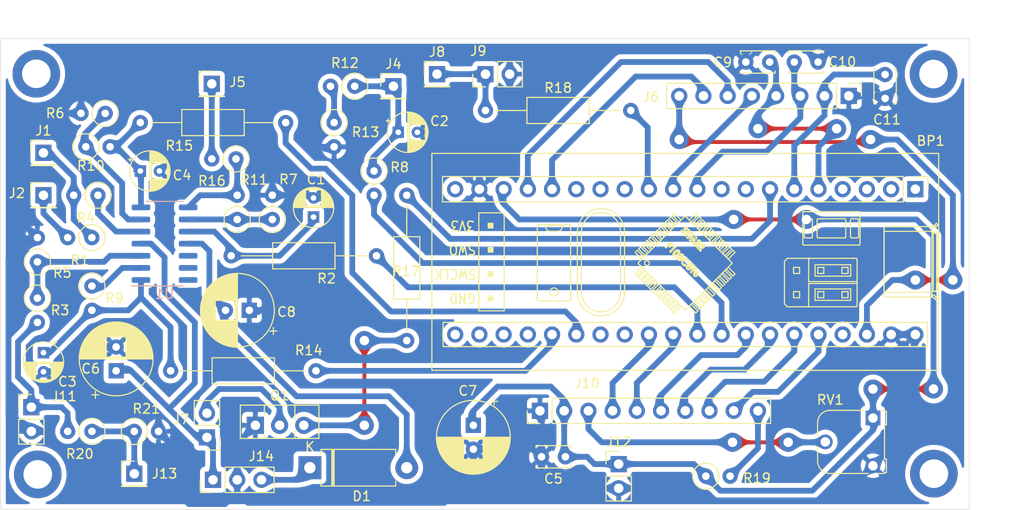
<source format=kicad_pcb>
(kicad_pcb (version 20171130) (host pcbnew "(5.1.10)-1")
  (layers (0 F.Cu signal) (31 B.Cu signal) (34 B.Paste user) (35 F.Paste user) (36 B.SilkS user) (37 F.SilkS user) (38 B.Mask user) (39 F.Mask user) (44 Edge.Cuts user))
  (net 0 "")
  (net 1 GND)
  (net 2 "Net-(BP?1-Pad1)")
  (net 3 "Net-(BP?1-Pad2)")
  (net 4 +3V3)
  (net 5 "Net-(BP?1-Pad3)")
  (net 6 "Net-(BP?1-Pad37)")
  (net 7 "Net-(BP?1-Pad4)")
  (net 8 "Net-(BP?1-Pad36)")
  (net 9 "Net-(BP?1-Pad5)")
  (net 10 "Net-(BP?1-Pad35)")
  (net 11 "Net-(BP?1-Pad6)")
  (net 12 "Net-(BP?1-Pad34)")
  (net 13 A10)
  (net 14 "Net-(BP?1-Pad33)")
  (net 15 "Net-(BP?1-Pad8)")
  (net 16 A7)
  (net 17 "Net-(BP?1-Pad9)")
  (net 18 A6)
  (net 19 "Net-(BP?1-Pad10)")
  (net 20 "Net-(BP?1-Pad30)")
  (net 21 "Net-(BP?1-Pad11)")
  (net 22 "Net-(BP?1-Pad29)")
  (net 23 B4)
  (net 24 "Net-(BP?1-Pad28)")
  (net 25 "Net-(BP?1-Pad13)")
  (net 26 "Net-(BP?1-Pad27)")
  (net 27 "Net-(BP?1-Pad14)")
  (net 28 A1)
  (net 29 "Net-(BP?1-Pad15)")
  (net 30 A0)
  (net 31 "Net-(BP?1-Pad16)")
  (net 32 "Net-(BP?1-Pad24)")
  (net 33 "Net-(BP?1-Pad17)")
  (net 34 "Net-(BP?1-Pad23)")
  (net 35 +5V)
  (net 36 "Net-(BP?1-Pad22)")
  (net 37 "Net-(BP?1-Pad21)")
  (net 38 "Net-(BP?1-Pad20)")
  (net 39 "Net-(C2-Pad1)")
  (net 40 +12V)
  (net 41 "Net-(D1-Pad1)")
  (net 42 "Net-(J1-Pad1)")
  (net 43 "Net-(J2-Pad1)")
  (net 44 "Net-(J5-Pad1)")
  (net 45 "Net-(J7-Pad2)")
  (net 46 "Net-(J8-Pad1)")
  (net 47 "Net-(J10-Pad3)")
  (net 48 "Net-(J10-Pad10)")
  (net 49 Vout)
  (net 50 "Net-(J13-Pad1)")
  (net 51 "Net-(Q1-Pad3)")
  (net 52 "Net-(R12-Pad2)")
  (net 53 11)
  (net 54 "Net-(C1-Pad1)")
  (net 55 "Net-(C3-Pad1)")
  (net 56 "Net-(C4-Pad1)")
  (net 57 "Net-(R3-Pad1)")
  (net 58 "Net-(R4-Pad1)")
  (net 59 "Net-(R10-Pad1)")
  (net 60 "Net-(R11-Pad1)")
  (net 61 "Net-(R9-Pad1)")
  (net 62 "Net-(R11-Pad2)")
  (module YAAJ_BluePill:YAAJ_BluePill_1 (layer F.Cu) (at 179.705 90.805 270)
    (fp_text reference BP1 (at -5.0673 -1.6129 180) (layer F.SilkS))
    (fp_text value BluePill_1 hide)
    (fp_text user 3V3 (at 3.81 47.498 180 unlocked) (layer F.SilkS) (effects (font (size 1 0.9))))
    (fp_text user SWO (at 6.35 47.498 180 unlocked) (layer F.SilkS) (effects (font (size 1 0.9))))
    (fp_text user SWCLK (at 8.89 48.26 180 unlocked) (layer F.SilkS) (effects (font (size 1 0.9))))
    (fp_text user GND (at 11.43 47.498 180 unlocked) (layer F.SilkS) (effects (font (size 1 0.9))))
    (pad 40 thru_hole circle (at 15.24 0 270) (size 1.7 1.7) (drill 1) (layers *.Cu *.Mask) (net 1 GND))
    (pad 1 thru_hole rect (at 0 0 270) (size 1.7 1.7) (drill 1) (layers *.Cu *.Mask) (net 2 "Net-(BP?1-Pad1)"))
    (pad 39 thru_hole circle (at 15.24 2.54 270) (size 1.7 1.7) (drill 1) (layers *.Cu *.Mask) (net 1 GND))
    (pad 2 thru_hole circle (at 0 2.54 270) (size 1.7 1.7) (drill 1) (layers *.Cu *.Mask) (net 3 "Net-(BP?1-Pad2)"))
    (pad 38 thru_hole circle (at 15.24 5.08 270) (size 1.7 1.7) (drill 1) (layers *.Cu *.Mask) (net 4 +3V3))
    (pad 3 thru_hole circle (at 0 5.08 270) (size 1.7 1.7) (drill 1) (layers *.Cu *.Mask) (net 5 "Net-(BP?1-Pad3)"))
    (pad 37 thru_hole circle (at 15.24 7.62 270) (size 1.7 1.7) (drill 1) (layers *.Cu *.Mask) (net 6 "Net-(BP?1-Pad37)"))
    (pad 4 thru_hole circle (at 0 7.62 270) (size 1.7 1.7) (drill 1) (layers *.Cu *.Mask) (net 7 "Net-(BP?1-Pad4)"))
    (pad 36 thru_hole circle (at 15.24 10.16 270) (size 1.7 1.7) (drill 1) (layers *.Cu *.Mask) (net 8 "Net-(BP?1-Pad36)"))
    (pad 5 thru_hole circle (at 0 10.16 270) (size 1.7 1.7) (drill 1) (layers *.Cu *.Mask) (net 9 "Net-(BP?1-Pad5)"))
    (pad 35 thru_hole circle (at 15.24 12.7 270) (size 1.7 1.7) (drill 1) (layers *.Cu *.Mask) (net 10 "Net-(BP?1-Pad35)"))
    (pad 6 thru_hole circle (at 0 12.7 270) (size 1.7 1.7) (drill 1) (layers *.Cu *.Mask) (net 11 "Net-(BP?1-Pad6)"))
    (pad 34 thru_hole circle (at 15.24 15.24 270) (size 1.7 1.7) (drill 1) (layers *.Cu *.Mask) (net 12 "Net-(BP?1-Pad34)"))
    (pad 7 thru_hole circle (at 0 15.24 270) (size 1.7 1.7) (drill 1) (layers *.Cu *.Mask) (net 13 A10))
    (pad 33 thru_hole circle (at 15.24 17.78 270) (size 1.7 1.7) (drill 1) (layers *.Cu *.Mask) (net 14 "Net-(BP?1-Pad33)"))
    (pad 8 thru_hole circle (at 0 17.78 270) (size 1.7 1.7) (drill 1) (layers *.Cu *.Mask) (net 15 "Net-(BP?1-Pad8)"))
    (pad 32 thru_hole circle (at 15.24 20.32 270) (size 1.7 1.7) (drill 1) (layers *.Cu *.Mask) (net 16 A7))
    (pad 9 thru_hole circle (at 0 20.32 270) (size 1.7 1.7) (drill 1) (layers *.Cu *.Mask) (net 17 "Net-(BP?1-Pad9)"))
    (pad 31 thru_hole circle (at 15.24 22.86 270) (size 1.7 1.7) (drill 1) (layers *.Cu *.Mask) (net 18 A6))
    (pad 10 thru_hole circle (at 0 22.86 270) (size 1.7 1.7) (drill 1) (layers *.Cu *.Mask) (net 19 "Net-(BP?1-Pad10)"))
    (pad 30 thru_hole circle (at 15.24 25.4 270) (size 1.7 1.7) (drill 1) (layers *.Cu *.Mask) (net 20 "Net-(BP?1-Pad30)"))
    (pad 11 thru_hole circle (at 0 25.4 270) (size 1.7 1.7) (drill 1) (layers *.Cu *.Mask) (net 21 "Net-(BP?1-Pad11)"))
    (pad 29 thru_hole circle (at 15.24 27.94 270) (size 1.7 1.7) (drill 1) (layers *.Cu *.Mask) (net 22 "Net-(BP?1-Pad29)"))
    (pad 12 thru_hole circle (at 0 27.94 270) (size 1.7 1.7) (drill 1) (layers *.Cu *.Mask) (net 23 B4))
    (pad 28 thru_hole circle (at 15.24 30.48 270) (size 1.7 1.7) (drill 1) (layers *.Cu *.Mask) (net 24 "Net-(BP?1-Pad28)"))
    (pad 13 thru_hole circle (at 0 30.48 270) (size 1.7 1.7) (drill 1) (layers *.Cu *.Mask) (net 25 "Net-(BP?1-Pad13)"))
    (pad 27 thru_hole circle (at 15.24 33.02 270) (size 1.7 1.7) (drill 1) (layers *.Cu *.Mask) (net 26 "Net-(BP?1-Pad27)"))
    (pad 14 thru_hole circle (at 0 33.02 270) (size 1.7 1.7) (drill 1) (layers *.Cu *.Mask) (net 27 "Net-(BP?1-Pad14)"))
    (pad 26 thru_hole circle (at 15.24 35.56 270) (size 1.7 1.7) (drill 1) (layers *.Cu *.Mask) (net 28 A1))
    (pad 15 thru_hole circle (at 0 35.56 270) (size 1.7 1.7) (drill 1) (layers *.Cu *.Mask) (net 29 "Net-(BP?1-Pad15)"))
    (pad 25 thru_hole circle (at 15.24 38.1 270) (size 1.7 1.7) (drill 1) (layers *.Cu *.Mask) (net 30 A0))
    (pad 16 thru_hole circle (at 0 38.1 270) (size 1.7 1.7) (drill 1) (layers *.Cu *.Mask) (net 31 "Net-(BP?1-Pad16)"))
    (pad 24 thru_hole circle (at 15.24 40.64 270) (size 1.7 1.7) (drill 1) (layers *.Cu *.Mask) (net 32 "Net-(BP?1-Pad24)"))
    (pad 17 thru_hole circle (at 0 40.64 270) (size 1.7 1.7) (drill 1) (layers *.Cu *.Mask) (net 33 "Net-(BP?1-Pad17)"))
    (pad 23 thru_hole circle (at 15.24 43.18 270) (size 1.7 1.7) (drill 1) (layers *.Cu *.Mask) (net 34 "Net-(BP?1-Pad23)"))
    (pad 18 thru_hole circle (at 0 43.18 270) (size 1.7 1.7) (drill 1) (layers *.Cu *.Mask) (net 35 +5V))
    (pad 22 thru_hole circle (at 15.24 45.72 270) (size 1.7 1.7) (drill 1) (layers *.Cu *.Mask) (net 36 "Net-(BP?1-Pad22)"))
    (pad 19 thru_hole circle (at 0 45.72 270) (size 1.7 1.7) (drill 1) (layers *.Cu *.Mask) (net 1 GND))
    (pad 21 thru_hole circle (at 15.24 48.26 270) (size 1.7 1.7) (drill 1) (layers *.Cu *.Mask) (net 37 "Net-(BP?1-Pad21)"))
    (pad 20 thru_hole circle (at 0 48.26 270) (size 1.7 1.7) (drill 1) (layers *.Cu *.Mask) (net 38 "Net-(BP?1-Pad20)"))
  )
  (module Resistor_THT:R_Axial_DIN0207_L6.3mm_D2.5mm_P2.54mm_Vertical (layer F.Cu) (at 118.745 83.82 270)
    (fp_text reference R13 (at 1.0033 -3.302 180) (layer F.SilkS))
    (fp_text value 150)
    (pad 2 thru_hole oval (at 2.54 0 270) (size 1.6 1.6) (drill 0.8) (layers *.Cu *.Mask) (net 1 GND))
    (pad 1 thru_hole circle (at 0 0 270) (size 1.6 1.6) (drill 0.8) (layers *.Cu *.Mask) (net 52 "Net-(R12-Pad2)"))
  )
  (module Resistor_THT:R_Axial_DIN0207_L6.3mm_D2.5mm_P2.54mm_Vertical (layer F.Cu) (at 97.79 116.205)
    (fp_text reference R21 (at 1.27 -2.37) (layer F.SilkS))
    (fp_text value 2K)
    (pad 2 thru_hole oval (at 2.54 0) (size 1.6 1.6) (drill 0.8) (layers *.Cu *.Mask) (net 1 GND))
    (pad 1 thru_hole circle (at 0 0) (size 1.6 1.6) (drill 0.8) (layers *.Cu *.Mask) (net 50 "Net-(J13-Pad1)"))
  )
  (module Connector_PinHeader_2.54mm:PinHeader_1x10_P2.54mm_Vertical (layer F.Cu) (at 140.335 114.046 90)
    (fp_text reference J10 (at 2.8956 4.9403 180) (layer F.SilkS))
    (fp_text value "LCD 16x2")
    (pad 1 thru_hole rect (at 0 0 90) (size 1.7 1.7) (drill 1) (layers *.Cu *.Mask) (net 1 GND))
    (pad 2 thru_hole oval (at 0 2.54 90) (size 1.7 1.7) (drill 1) (layers *.Cu *.Mask) (net 35 +5V))
    (pad 3 thru_hole oval (at 0 5.08 90) (size 1.7 1.7) (drill 1) (layers *.Cu *.Mask) (net 47 "Net-(J10-Pad3)"))
    (pad 4 thru_hole oval (at 0 7.62 90) (size 1.7 1.7) (drill 1) (layers *.Cu *.Mask) (net 22 "Net-(BP?1-Pad29)"))
    (pad 5 thru_hole oval (at 0 10.16 90) (size 1.7 1.7) (drill 1) (layers *.Cu *.Mask) (net 20 "Net-(BP?1-Pad30)"))
    (pad 6 thru_hole oval (at 0 12.7 90) (size 1.7 1.7) (drill 1) (layers *.Cu *.Mask) (net 14 "Net-(BP?1-Pad33)"))
    (pad 7 thru_hole oval (at 0 15.24 90) (size 1.7 1.7) (drill 1) (layers *.Cu *.Mask) (net 12 "Net-(BP?1-Pad34)"))
    (pad 8 thru_hole oval (at 0 17.78 90) (size 1.7 1.7) (drill 1) (layers *.Cu *.Mask) (net 10 "Net-(BP?1-Pad35)"))
    (pad 9 thru_hole oval (at 0 20.32 90) (size 1.7 1.7) (drill 1) (layers *.Cu *.Mask) (net 8 "Net-(BP?1-Pad36)"))
    (pad 10 thru_hole oval (at 0 22.86 90) (size 1.7 1.7) (drill 1) (layers *.Cu *.Mask) (net 48 "Net-(J10-Pad10)"))
  )
  (module Potentiometer_THT:Potentiometer_Runtron_RM-065_Vertical (layer F.Cu) (at 175.26 114.808 270)
    (fp_text reference RV1 (at -1.9177 4.4831 180) (layer F.SilkS))
    (fp_text value 10K)
    (pad 3 thru_hole circle (at 5 0 270) (size 1.55 1.55) (drill 1) (layers *.Cu *.Mask) (net 1 GND))
    (pad 1 thru_hole rect (at 0 0 270) (size 1.55 1.55) (drill 1) (layers *.Cu *.Mask) (net 35 +5V))
    (pad 2 thru_hole circle (at 2.5 5 270) (size 1.55 1.55) (drill 1) (layers *.Cu *.Mask) (net 47 "Net-(J10-Pad3)"))
  )
  (module Connector_PinHeader_2.54mm:PinHeader_1x01_P2.54mm_Vertical (layer F.Cu) (at 97.79 120.65)
    (fp_text reference J13 (at 3.175 -0.0127) (layer F.SilkS))
    (fp_text value Pin_1_TL494)
    (pad 1 thru_hole rect (at 0 0) (size 1.7 1.7) (drill 1) (layers *.Cu *.Mask) (net 50 "Net-(J13-Pad1)"))
  )
  (module Capacitor_THT:C_Disc_D3.4mm_W2.1mm_P2.50mm (layer F.Cu) (at 143.002 118.872 180)
    (fp_text reference C5 (at 1.25 -2.3) (layer F.SilkS))
    (fp_text value 100n)
    (pad 1 thru_hole circle (at 0 0 180) (size 1.6 1.6) (drill 0.8) (layers *.Cu *.Mask) (net 35 +5V))
    (pad 2 thru_hole circle (at 2.5 0 180) (size 1.6 1.6) (drill 0.8) (layers *.Cu *.Mask) (net 1 GND))
  )
  (module Connector_PinHeader_2.54mm:PinHeader_1x02_P2.54mm_Vertical (layer F.Cu) (at 148.59 119.634)
    (fp_text reference J12 (at 0 -2.33) (layer F.SilkS))
    (fp_text value "+5V INPUT")
    (pad 2 thru_hole oval (at 0 2.54) (size 1.7 1.7) (drill 1) (layers *.Cu *.Mask) (net 1 GND))
    (pad 1 thru_hole rect (at 0 0) (size 1.7 1.7) (drill 1) (layers *.Cu *.Mask) (net 35 +5V))
  )
  (module Capacitor_THT:CP_Radial_D4.0mm_P2.00mm (layer F.Cu) (at 116.586 93.726 90)
    (fp_text reference C1 (at 3.9497 0.2667 180) (layer F.SilkS))
    (fp_text value 10u)
    (pad 2 thru_hole circle (at 2 0 90) (size 1.2 1.2) (drill 0.6) (layers *.Cu *.Mask) (net 1 GND))
    (pad 1 thru_hole rect (at 0 0 90) (size 1.2 1.2) (drill 0.6) (layers *.Cu *.Mask) (net 54 "Net-(C1-Pad1)"))
  )
  (module Capacitor_THT:CP_Radial_D4.0mm_P2.00mm (layer F.Cu) (at 125.476 84.836)
    (fp_text reference C2 (at 4.318 -1.1684) (layer F.SilkS))
    (fp_text value 10u)
    (pad 1 thru_hole rect (at 0 0) (size 1.2 1.2) (drill 0.6) (layers *.Cu *.Mask) (net 39 "Net-(C2-Pad1)"))
    (pad 2 thru_hole circle (at 2 0) (size 1.2 1.2) (drill 0.6) (layers *.Cu *.Mask) (net 1 GND))
  )
  (module Capacitor_THT:CP_Radial_D4.0mm_P2.00mm (layer F.Cu) (at 88.265 107.95 270)
    (fp_text reference C3 (at 3.04 -2.505 180) (layer F.SilkS))
    (fp_text value 10u)
    (pad 1 thru_hole rect (at 0 0 270) (size 1.2 1.2) (drill 0.6) (layers *.Cu *.Mask) (net 55 "Net-(C3-Pad1)"))
    (pad 2 thru_hole circle (at 2 0 270) (size 1.2 1.2) (drill 0.6) (layers *.Cu *.Mask) (net 1 GND))
  )
  (module Capacitor_THT:CP_Radial_D4.0mm_P2.00mm (layer F.Cu) (at 98.425 88.9)
    (fp_text reference C4 (at 4.3688 0.4445) (layer F.SilkS))
    (fp_text value 10u)
    (pad 2 thru_hole circle (at 2 0) (size 1.2 1.2) (drill 0.6) (layers *.Cu *.Mask) (net 1 GND))
    (pad 1 thru_hole rect (at 0 0) (size 1.2 1.2) (drill 0.6) (layers *.Cu *.Mask) (net 56 "Net-(C4-Pad1)"))
  )
  (module Capacitor_THT:CP_Radial_D7.5mm_P2.50mm (layer F.Cu) (at 95.885 109.855 90)
    (fp_text reference C6 (at 0.225 -2.665 180) (layer F.SilkS))
    (fp_text value 100u)
    (pad 2 thru_hole circle (at 2.5 0 90) (size 1.6 1.6) (drill 0.8) (layers *.Cu *.Mask) (net 1 GND))
    (pad 1 thru_hole rect (at 0 0 90) (size 1.6 1.6) (drill 0.8) (layers *.Cu *.Mask) (net 40 +12V))
  )
  (module Capacitor_THT:CP_Radial_D7.5mm_P2.50mm (layer F.Cu) (at 133.35 115.57 270)
    (fp_text reference C7 (at -3.62 0.58 180) (layer F.SilkS))
    (fp_text value 100u)
    (pad 1 thru_hole rect (at 0 0 270) (size 1.6 1.6) (drill 0.8) (layers *.Cu *.Mask) (net 35 +5V))
    (pad 2 thru_hole circle (at 2.5 0 270) (size 1.6 1.6) (drill 0.8) (layers *.Cu *.Mask) (net 1 GND))
  )
  (module Capacitor_THT:CP_Radial_D7.5mm_P2.50mm (layer F.Cu) (at 109.855 103.505 180)
    (fp_text reference C8 (at -3.8989 -0.1778) (layer F.SilkS))
    (fp_text value 100u)
    (pad 1 thru_hole rect (at 0 0 180) (size 1.6 1.6) (drill 0.8) (layers *.Cu *.Mask) (net 1 GND))
    (pad 2 thru_hole circle (at 2.5 0 180) (size 1.6 1.6) (drill 0.8) (layers *.Cu *.Mask) (net 53 11))
  )
  (module Capacitor_THT:C_Disc_D3.4mm_W2.1mm_P2.50mm (layer F.Cu) (at 161.925 77.47)
    (fp_text reference C9 (at -2.4257 0.0254) (layer F.SilkS))
    (fp_text value 100n)
    (pad 2 thru_hole circle (at 2.5 0) (size 1.6 1.6) (drill 0.8) (layers *.Cu *.Mask) (net 9 "Net-(BP?1-Pad5)"))
    (pad 1 thru_hole circle (at 0 0) (size 1.6 1.6) (drill 0.8) (layers *.Cu *.Mask) (net 1 GND))
  )
  (module Capacitor_THT:C_Disc_D3.4mm_W2.1mm_P2.50mm (layer F.Cu) (at 167.005 77.47)
    (fp_text reference C10 (at 5.0419 -0.0254) (layer F.SilkS))
    (fp_text value 100n)
    (pad 2 thru_hole circle (at 2.5 0) (size 1.6 1.6) (drill 0.8) (layers *.Cu *.Mask) (net 1 GND))
    (pad 1 thru_hole circle (at 0 0) (size 1.6 1.6) (drill 0.8) (layers *.Cu *.Mask) (net 19 "Net-(BP?1-Pad10)"))
  )
  (module Capacitor_THT:C_Disc_D3.4mm_W2.1mm_P2.50mm (layer F.Cu) (at 176.53 81.28 90)
    (fp_text reference C11 (at -2.2225 0.2032 180) (layer F.SilkS))
    (fp_text value 100n)
    (pad 1 thru_hole circle (at 0 0 90) (size 1.6 1.6) (drill 0.8) (layers *.Cu *.Mask) (net 1 GND))
    (pad 2 thru_hole circle (at 2.5 0 90) (size 1.6 1.6) (drill 0.8) (layers *.Cu *.Mask) (net 11 "Net-(BP?1-Pad6)"))
  )
  (module Diode_THT:D_DO-15_P10.16mm_Horizontal (layer F.Cu) (at 116.205 120.015)
    (fp_text reference D1 (at 5.4356 2.9845) (layer F.SilkS))
    (fp_text value D_Schottky)
    (fp_text user K (at 0 -2.2) (layer F.SilkS))
    (pad 1 thru_hole rect (at 0 0) (size 2.4 2.4) (drill 1.2) (layers *.Cu *.Mask) (net 41 "Net-(D1-Pad1)"))
    (pad 2 thru_hole oval (at 10.16 0) (size 2.4 2.4) (drill 1.2) (layers *.Cu *.Mask) (net 53 11))
  )
  (module Connector_PinHeader_2.54mm:PinHeader_1x01_P2.54mm_Vertical (layer F.Cu) (at 88.265 86.995)
    (fp_text reference J1 (at 0 -2.33) (layer F.SilkS))
    (fp_text value RSHUNT)
    (pad 1 thru_hole rect (at 0 0) (size 1.7 1.7) (drill 1) (layers *.Cu *.Mask) (net 42 "Net-(J1-Pad1)"))
  )
  (module Connector_PinHeader_2.54mm:PinHeader_1x01_P2.54mm_Vertical (layer F.Cu) (at 88.265 91.44)
    (fp_text reference J2 (at -2.794 -0.2159) (layer F.SilkS))
    (fp_text value PIN_16_TL494)
    (pad 1 thru_hole rect (at 0 0) (size 1.7 1.7) (drill 1) (layers *.Cu *.Mask) (net 43 "Net-(J2-Pad1)"))
  )
  (module Connector_PinHeader_2.54mm:PinHeader_1x01_P2.54mm_Vertical (layer F.Cu) (at 124.968 80.01)
    (fp_text reference J4 (at 0 -2.33) (layer F.SilkS))
    (fp_text value Conn_01x01)
    (pad 1 thru_hole rect (at 0 0) (size 1.7 1.7) (drill 1) (layers *.Cu *.Mask) (net 39 "Net-(C2-Pad1)"))
  )
  (module Connector_PinHeader_2.54mm:PinHeader_1x01_P2.54mm_Vertical (layer F.Cu) (at 105.918 79.756)
    (fp_text reference J5 (at 2.6924 -0.1778) (layer F.SilkS))
    (fp_text value PIN_2_TL494)
    (pad 1 thru_hole rect (at 0 0) (size 1.7 1.7) (drill 1) (layers *.Cu *.Mask) (net 44 "Net-(J5-Pad1)"))
  )
  (module Connector_PinHeader_2.54mm:PinHeader_1x08_P2.54mm_Vertical (layer F.Cu) (at 172.72 81.026 270)
    (fp_text reference J6 (at 0.0889 20.7391 180) (layer F.SilkS))
    (fp_text value FRONT_PANEL)
    (pad 1 thru_hole rect (at 0 0 270) (size 1.7 1.7) (drill 1) (layers *.Cu *.Mask) (net 1 GND))
    (pad 2 thru_hole oval (at 0 2.54 270) (size 1.7 1.7) (drill 1) (layers *.Cu *.Mask) (net 11 "Net-(BP?1-Pad6)"))
    (pad 3 thru_hole oval (at 0 5.08 270) (size 1.7 1.7) (drill 1) (layers *.Cu *.Mask) (net 19 "Net-(BP?1-Pad10)"))
    (pad 4 thru_hole oval (at 0 7.62 270) (size 1.7 1.7) (drill 1) (layers *.Cu *.Mask) (net 9 "Net-(BP?1-Pad5)"))
    (pad 5 thru_hole oval (at 0 10.16 270) (size 1.7 1.7) (drill 1) (layers *.Cu *.Mask) (net 21 "Net-(BP?1-Pad11)"))
    (pad 6 thru_hole oval (at 0 12.7 270) (size 1.7 1.7) (drill 1) (layers *.Cu *.Mask) (net 33 "Net-(BP?1-Pad17)"))
    (pad 7 thru_hole oval (at 0 15.24 270) (size 1.7 1.7) (drill 1) (layers *.Cu *.Mask) (net 31 "Net-(BP?1-Pad16)"))
    (pad 8 thru_hole oval (at 0 17.78 270) (size 1.7 1.7) (drill 1) (layers *.Cu *.Mask) (net 4 +3V3))
  )
  (module Connector_PinHeader_2.54mm:PinHeader_1x02_P2.54mm_Vertical (layer F.Cu) (at 105.41 116.84 180)
    (fp_text reference J7 (at 2.7178 1.905) (layer F.SilkS))
    (fp_text value "PSU FAN")
    (pad 2 thru_hole oval (at 0 2.54 180) (size 1.7 1.7) (drill 1) (layers *.Cu *.Mask) (net 45 "Net-(J7-Pad2)"))
    (pad 1 thru_hole rect (at 0 0 180) (size 1.7 1.7) (drill 1) (layers *.Cu *.Mask) (net 40 +12V))
  )
  (module Connector_PinHeader_2.54mm:PinHeader_1x01_P2.54mm_Vertical (layer F.Cu) (at 129.54 78.74)
    (fp_text reference J8 (at 0 -2.33) (layer F.SilkS))
    (fp_text value PS_ON)
    (pad 1 thru_hole rect (at 0 0) (size 1.7 1.7) (drill 1) (layers *.Cu *.Mask) (net 46 "Net-(J8-Pad1)"))
  )
  (module Connector_PinHeader_2.54mm:PinHeader_1x02_P2.54mm_Vertical (layer F.Cu) (at 134.62 78.74 90)
    (fp_text reference J9 (at 2.4257 -0.7493 180) (layer F.SilkS))
    (fp_text value SW_STBY)
    (pad 2 thru_hole oval (at 0 2.54 90) (size 1.7 1.7) (drill 1) (layers *.Cu *.Mask) (net 1 GND))
    (pad 1 thru_hole rect (at 0 0 90) (size 1.7 1.7) (drill 1) (layers *.Cu *.Mask) (net 46 "Net-(J8-Pad1)"))
  )
  (module Connector_PinHeader_2.54mm:PinHeader_1x02_P2.54mm_Vertical (layer F.Cu) (at 86.995 113.665)
    (fp_text reference J11 (at 3.4163 -1.1303) (layer F.SilkS))
    (fp_text value Conn_01x02)
    (pad 2 thru_hole oval (at 0 2.54) (size 1.7 1.7) (drill 1) (layers *.Cu *.Mask) (net 1 GND))
    (pad 1 thru_hole rect (at 0 0) (size 1.7 1.7) (drill 1) (layers *.Cu *.Mask) (net 49 Vout))
  )
  (module Connector_PinHeader_2.54mm:PinHeader_1x03_P2.54mm_Vertical (layer F.Cu) (at 106.045 121.285 90)
    (fp_text reference J14 (at 2.4765 5.0673) (layer F.SilkS))
    (fp_text value 12_SIMETRICOS)
    (pad 1 thru_hole rect (at 0 0 90) (size 1.7 1.7) (drill 1) (layers *.Cu *.Mask) (net 40 +12V))
    (pad 2 thru_hole oval (at 0 2.54 90) (size 1.7 1.7) (drill 1) (layers *.Cu *.Mask) (net 1 GND))
    (pad 3 thru_hole oval (at 0 5.08 90) (size 1.7 1.7) (drill 1) (layers *.Cu *.Mask) (net 41 "Net-(D1-Pad1)"))
  )
  (module Package_TO_SOT_THT:TO-126-3_Vertical (layer F.Cu) (at 110.49 115.57)
    (fp_text reference Q1 (at 2.54 -3.12) (layer F.SilkS))
    (fp_text value BD139)
    (pad 1 thru_hole rect (at 0 0) (size 1.8 1.8) (drill 1) (layers *.Cu *.Mask) (net 1 GND))
    (pad 2 thru_hole oval (at 2.54 0) (size 1.8 1.8) (drill 1) (layers *.Cu *.Mask) (net 45 "Net-(J7-Pad2)"))
    (pad 3 thru_hole oval (at 5.08 0) (size 1.8 1.8) (drill 1) (layers *.Cu *.Mask) (net 51 "Net-(Q1-Pad3)"))
  )
  (module Resistor_THT:R_Axial_DIN0207_L6.3mm_D2.5mm_P15.24mm_Horizontal (layer F.Cu) (at 107.95 97.79)
    (fp_text reference R2 (at 10.0076 2.3876) (layer F.SilkS))
    (fp_text value 2K)
    (pad 1 thru_hole circle (at 0 0) (size 1.6 1.6) (drill 0.8) (layers *.Cu *.Mask) (net 54 "Net-(C1-Pad1)"))
    (pad 2 thru_hole oval (at 15.24 0) (size 1.6 1.6) (drill 0.8) (layers *.Cu *.Mask) (net 18 A6))
  )
  (module Resistor_THT:R_Axial_DIN0207_L6.3mm_D2.5mm_P15.24mm_Horizontal (layer F.Cu) (at 126.365 106.68 90)
    (fp_text reference R17 (at 7.27 -0.075 180) (layer F.SilkS))
    (fp_text value 1K)
    (pad 2 thru_hole oval (at 15.24 0 90) (size 1.6 1.6) (drill 0.8) (layers *.Cu *.Mask) (net 13 A10))
    (pad 1 thru_hole circle (at 0 0 90) (size 1.6 1.6) (drill 0.8) (layers *.Cu *.Mask) (net 51 "Net-(Q1-Pad3)"))
  )
  (module Resistor_THT:R_Axial_DIN0207_L6.3mm_D2.5mm_P15.24mm_Horizontal (layer F.Cu) (at 134.62 82.55)
    (fp_text reference R18 (at 7.62 -2.37) (layer F.SilkS))
    (fp_text value 2K)
    (pad 2 thru_hole oval (at 15.24 0) (size 1.6 1.6) (drill 0.8) (layers *.Cu *.Mask) (net 23 B4))
    (pad 1 thru_hole circle (at 0 0) (size 1.6 1.6) (drill 0.8) (layers *.Cu *.Mask) (net 46 "Net-(J8-Pad1)"))
  )
  (module Package_SO:SOIC-14_3.9x8.7mm_P1.27mm (layer B.Cu) (at 100.965 96.52)
    (fp_text reference U1 (at 0 5.28) (layer B.SilkS) (effects (justify mirror)))
    (fp_text value LM324)
    (pad 1 smd roundrect (at -2.475 3.81) (size 1.95 0.6) (layers B.Cu B.Paste B.Mask) (net 55 "Net-(C3-Pad1)"))
    (pad 2 smd roundrect (at -2.475 2.54) (size 1.95 0.6) (layers B.Cu B.Paste B.Mask) (net 61 "Net-(R9-Pad1)"))
    (pad 3 smd roundrect (at -2.475 1.27) (size 1.95 0.6) (layers B.Cu B.Paste B.Mask) (net 57 "Net-(R3-Pad1)"))
    (pad 4 smd roundrect (at -2.475 0) (size 1.95 0.6) (layers B.Cu B.Paste B.Mask) (net 40 +12V))
    (pad 5 smd roundrect (at -2.475 -1.27) (size 1.95 0.6) (layers B.Cu B.Paste B.Mask) (net 58 "Net-(R4-Pad1)"))
    (pad 6 smd roundrect (at -2.475 -2.54) (size 1.95 0.6) (layers B.Cu B.Paste B.Mask) (net 59 "Net-(R10-Pad1)"))
    (pad 7 smd roundrect (at -2.475 -3.81) (size 1.95 0.6) (layers B.Cu B.Paste B.Mask) (net 56 "Net-(C4-Pad1)"))
    (pad 8 smd roundrect (at 2.475 -3.81) (size 1.95 0.6) (layers B.Cu B.Paste B.Mask) (net 62 "Net-(R11-Pad2)"))
    (pad 9 smd roundrect (at 2.475 -2.54) (size 1.95 0.6) (layers B.Cu B.Paste B.Mask) (net 60 "Net-(R11-Pad1)"))
    (pad 10 smd roundrect (at 2.475 -1.27) (size 1.95 0.6) (layers B.Cu B.Paste B.Mask) (net 54 "Net-(C1-Pad1)"))
    (pad 11 smd roundrect (at 2.475 0) (size 1.95 0.6) (layers B.Cu B.Paste B.Mask) (net 53 11))
    (pad 12 smd roundrect (at 2.475 1.27) (size 1.95 0.6) (layers B.Cu B.Paste B.Mask))
    (pad 13 smd roundrect (at 2.475 2.54) (size 1.95 0.6) (layers B.Cu B.Paste B.Mask))
    (pad 14 smd roundrect (at 2.475 3.81) (size 1.95 0.6) (layers B.Cu B.Paste B.Mask))
  )
  (module Resistor_THT:R_Axial_DIN0207_L6.3mm_D2.5mm_P2.54mm_Vertical (layer F.Cu) (at 93.345 100.965 270)
    (fp_text reference R9 (at 1.27 -2.37 180) (layer F.SilkS))
    (fp_text value 10K)
    (pad 1 thru_hole circle (at 0 0 270) (size 1.6 1.6) (drill 0.8) (layers *.Cu *.Mask) (net 61 "Net-(R9-Pad1)"))
    (pad 2 thru_hole oval (at 2.54 0 270) (size 1.6 1.6) (drill 0.8) (layers *.Cu *.Mask) (net 55 "Net-(C3-Pad1)"))
  )
  (module Resistor_THT:R_Axial_DIN0207_L6.3mm_D2.5mm_P2.54mm_Vertical (layer F.Cu) (at 93.345 95.885 180)
    (fp_text reference R1 (at 1.27 -2.37) (layer F.SilkS))
    (fp_text value 2K)
    (pad 1 thru_hole circle (at 0 0 180) (size 1.6 1.6) (drill 0.8) (layers *.Cu *.Mask) (net 42 "Net-(J1-Pad1)"))
    (pad 2 thru_hole oval (at 2.54 0 180) (size 1.6 1.6) (drill 0.8) (layers *.Cu *.Mask) (net 43 "Net-(J2-Pad1)"))
  )
  (module Resistor_THT:R_Axial_DIN0207_L6.3mm_D2.5mm_P2.54mm_Vertical (layer F.Cu) (at 93.98 91.44 180)
    (fp_text reference R4 (at 1.27 -2.37) (layer F.SilkS))
    (fp_text value 2K)
    (pad 1 thru_hole circle (at 0 0 180) (size 1.6 1.6) (drill 0.8) (layers *.Cu *.Mask) (net 58 "Net-(R4-Pad1)"))
    (pad 2 thru_hole oval (at 2.54 0 180) (size 1.6 1.6) (drill 0.8) (layers *.Cu *.Mask) (net 42 "Net-(J1-Pad1)"))
  )
  (module Resistor_THT:R_Axial_DIN0207_L6.3mm_D2.5mm_P2.54mm_Vertical (layer F.Cu) (at 87.63 102.235 270)
    (fp_text reference R3 (at 1.27 -2.37 180) (layer F.SilkS))
    (fp_text value 22k)
    (pad 2 thru_hole oval (at 2.54 0 270) (size 1.6 1.6) (drill 0.8) (layers *.Cu *.Mask) (net 49 Vout))
    (pad 1 thru_hole circle (at 0 0 270) (size 1.6 1.6) (drill 0.8) (layers *.Cu *.Mask) (net 57 "Net-(R3-Pad1)"))
  )
  (module Resistor_THT:R_Axial_DIN0207_L6.3mm_D2.5mm_P2.54mm_Vertical (layer F.Cu) (at 87.63 98.425 90)
    (fp_text reference R5 (at -1.1557 2.6162 180) (layer F.SilkS))
    (fp_text value 2k)
    (pad 1 thru_hole circle (at 0 0 90) (size 1.6 1.6) (drill 0.8) (layers *.Cu *.Mask) (net 57 "Net-(R3-Pad1)"))
    (pad 2 thru_hole oval (at 2.54 0 90) (size 1.6 1.6) (drill 0.8) (layers *.Cu *.Mask) (net 1 GND))
  )
  (module Resistor_THT:R_Axial_DIN0207_L6.3mm_D2.5mm_P2.54mm_Vertical (layer F.Cu) (at 108.585 93.98 90)
    (fp_text reference R11 (at 4.1656 1.778 180) (layer F.SilkS))
    (fp_text value 2.7K)
    (pad 1 thru_hole circle (at 0 0 90) (size 1.6 1.6) (drill 0.8) (layers *.Cu *.Mask) (net 60 "Net-(R11-Pad1)"))
    (pad 2 thru_hole oval (at 2.54 0 90) (size 1.6 1.6) (drill 0.8) (layers *.Cu *.Mask) (net 62 "Net-(R11-Pad2)"))
  )
  (module Resistor_THT:R_Axial_DIN0207_L6.3mm_D2.5mm_P2.54mm_Vertical (layer F.Cu) (at 112.268 93.98 90)
    (fp_text reference R7 (at 4.2037 1.6891 180) (layer F.SilkS))
    (fp_text value 5.1K)
    (pad 2 thru_hole oval (at 2.54 0 90) (size 1.6 1.6) (drill 0.8) (layers *.Cu *.Mask) (net 1 GND))
    (pad 1 thru_hole circle (at 0 0 90) (size 1.6 1.6) (drill 0.8) (layers *.Cu *.Mask) (net 60 "Net-(R11-Pad1)"))
  )
  (module Resistor_THT:R_Axial_DIN0207_L6.3mm_D2.5mm_P2.54mm_Vertical (layer F.Cu) (at 108.458 87.63 180)
    (fp_text reference R16 (at 2.5273 -2.2987) (layer F.SilkS))
    (fp_text value 2K)
    (pad 1 thru_hole circle (at 0 0 180) (size 1.6 1.6) (drill 0.8) (layers *.Cu *.Mask) (net 62 "Net-(R11-Pad2)"))
    (pad 2 thru_hole oval (at 2.54 0 180) (size 1.6 1.6) (drill 0.8) (layers *.Cu *.Mask) (net 44 "Net-(J5-Pad1)"))
  )
  (module Resistor_THT:R_Axial_DIN0207_L6.3mm_D2.5mm_P2.54mm_Vertical (layer F.Cu) (at 94.742 82.8548 180)
    (fp_text reference R6 (at 5.252 0.0148) (layer F.SilkS))
    (fp_text value 10K)
    (pad 1 thru_hole circle (at 0 0 180) (size 1.6 1.6) (drill 0.8) (layers *.Cu *.Mask) (net 59 "Net-(R10-Pad1)"))
    (pad 2 thru_hole oval (at 2.54 0 180) (size 1.6 1.6) (drill 0.8) (layers *.Cu *.Mask) (net 1 GND))
  )
  (module Resistor_THT:R_Axial_DIN0207_L6.3mm_D2.5mm_P2.54mm_Vertical (layer F.Cu) (at 92.71 86.36)
    (fp_text reference R10 (at 0.53 1.99) (layer F.SilkS))
    (fp_text value 20K)
    (pad 1 thru_hole circle (at 0 0) (size 1.6 1.6) (drill 0.8) (layers *.Cu *.Mask) (net 59 "Net-(R10-Pad1)"))
    (pad 2 thru_hole oval (at 2.54 0) (size 1.6 1.6) (drill 0.8) (layers *.Cu *.Mask) (net 56 "Net-(C4-Pad1)"))
  )
  (module Resistor_THT:R_Axial_DIN0207_L6.3mm_D2.5mm_P15.24mm_Horizontal (layer F.Cu) (at 98.425 83.82)
    (fp_text reference R15 (at 4.0894 2.4257) (layer F.SilkS))
    (fp_text value 220)
    (pad 1 thru_hole circle (at 0 0) (size 1.6 1.6) (drill 0.8) (layers *.Cu *.Mask) (net 56 "Net-(C4-Pad1)"))
    (pad 2 thru_hole oval (at 15.24 0) (size 1.6 1.6) (drill 0.8) (layers *.Cu *.Mask) (net 28 A1))
  )
  (module Resistor_THT:R_Axial_DIN0207_L6.3mm_D2.5mm_P15.24mm_Horizontal (layer F.Cu) (at 101.6 109.855)
    (fp_text reference R14 (at 14.4907 -2.1463) (layer F.SilkS))
    (fp_text value 220)
    (pad 1 thru_hole circle (at 0 0) (size 1.6 1.6) (drill 0.8) (layers *.Cu *.Mask) (net 55 "Net-(C3-Pad1)"))
    (pad 2 thru_hole oval (at 15.24 0) (size 1.6 1.6) (drill 0.8) (layers *.Cu *.Mask) (net 30 A0))
  )
  (module Resistor_THT:R_Axial_DIN0207_L6.3mm_D2.5mm_P2.54mm_Vertical (layer F.Cu) (at 122.936 88.9 270)
    (fp_text reference R8 (at -0.3937 -2.6797 180) (layer F.SilkS))
    (fp_text value 2K)
    (pad 1 thru_hole circle (at 0 0 270) (size 1.6 1.6) (drill 0.8) (layers *.Cu *.Mask) (net 39 "Net-(C2-Pad1)"))
    (pad 2 thru_hole oval (at 2.54 0 270) (size 1.6 1.6) (drill 0.8) (layers *.Cu *.Mask) (net 16 A7))
  )
  (module Resistor_THT:R_Axial_DIN0207_L6.3mm_D2.5mm_P2.54mm_Vertical (layer F.Cu) (at 120.904 80.01 180)
    (fp_text reference R12 (at 1.0287 2.4384) (layer F.SilkS))
    (fp_text value 220)
    (pad 1 thru_hole circle (at 0 0 180) (size 1.6 1.6) (drill 0.8) (layers *.Cu *.Mask) (net 39 "Net-(C2-Pad1)"))
    (pad 2 thru_hole oval (at 2.54 0 180) (size 1.6 1.6) (drill 0.8) (layers *.Cu *.Mask) (net 52 "Net-(R12-Pad2)"))
  )
  (module Resistor_THT:R_Axial_DIN0207_L6.3mm_D2.5mm_P2.54mm_Vertical (layer F.Cu) (at 157.734 120.904)
    (fp_text reference R19 (at 5.3594 0.2159) (layer F.SilkS))
    (fp_text value 100)
    (pad 1 thru_hole circle (at 0 0) (size 1.6 1.6) (drill 0.8) (layers *.Cu *.Mask) (net 35 +5V))
    (pad 2 thru_hole oval (at 2.54 0) (size 1.6 1.6) (drill 0.8) (layers *.Cu *.Mask) (net 48 "Net-(J10-Pad10)"))
  )
  (module Resistor_THT:R_Axial_DIN0207_L6.3mm_D2.5mm_P2.54mm_Vertical (layer F.Cu) (at 93.345 116.205 180)
    (fp_text reference R20 (at 1.27 -2.37) (layer F.SilkS))
    (fp_text value 10K)
    (pad 1 thru_hole circle (at 0 0 180) (size 1.6 1.6) (drill 0.8) (layers *.Cu *.Mask) (net 50 "Net-(J13-Pad1)"))
    (pad 2 thru_hole oval (at 2.54 0 180) (size 1.6 1.6) (drill 0.8) (layers *.Cu *.Mask) (net 49 Vout))
  )
  (gr_line (start 185.3565 75.0189) (end 185.3565 124.3711) (layer Edge.Cuts) (width 0.05))
  (gr_line (start 83.7819 75.0189) (end 185.3565 75.0189) (layer Edge.Cuts) (width 0.05))
  (gr_line (start 83.7819 124.3711) (end 83.7819 75.0189) (layer Edge.Cuts) (width 0.05))
  (gr_line (start 185.3565 124.3711) (end 83.7819 124.3711) (layer Edge.Cuts) (width 0.05))
  (via (at 181.6481 120.6373) (size 5) (drill 3) (layers F.Cu B.Cu) (net 0))
  (via (at 181.61 78.7273) (size 5) (drill 3) (layers F.Cu B.Cu) (net 0))
  (via (at 87.5157 78.7019) (size 5) (drill 3) (layers F.Cu B.Cu) (net 0))
  (via (at 87.6681 120.7135) (size 5) (drill 3) (layers F.Cu B.Cu) (net 0))
  (segment (start 172.72 81.28) (end 173.355 81.28) (width 0.25) (layer B.Cu) (net 1))
  (segment (start 140.375 113.705) (end 140.335 113.665) (width 0.25) (layer B.Cu) (net 1))
  (segment (start 88.265 109.95) (end 90.71 109.95) (width 0.6096) (layer B.Cu) (net 1))
  (segment (start 93.305 107.355) (end 95.885 107.355) (width 0.6096) (layer B.Cu) (net 1))
  (segment (start 90.71 109.95) (end 93.305 107.355) (width 0.6096) (layer B.Cu) (net 1))
  (segment (start 100.33 116.205) (end 100.33 114.3) (width 0.6096) (layer B.Cu) (net 1))
  (segment (start 100.33 114.3) (end 99.06 113.03) (width 0.6096) (layer B.Cu) (net 1))
  (segment (start 93.79 113.03) (end 90.71 109.95) (width 0.6096) (layer B.Cu) (net 1))
  (segment (start 99.06 113.03) (end 93.79 113.03) (width 0.6096) (layer B.Cu) (net 1))
  (segment (start 108.585 117.475) (end 110.49 115.57) (width 0.6096) (layer B.Cu) (net 1))
  (segment (start 108.585 121.285) (end 108.585 117.475) (width 0.6096) (layer B.Cu) (net 1))
  (segment (start 100.33 116.205) (end 102.235 118.11) (width 0.6096) (layer B.Cu) (net 1))
  (segment (start 102.235 118.11) (end 102.235 122.555) (width 0.6096) (layer B.Cu) (net 1))
  (segment (start 102.235 122.555) (end 103.505 123.825) (width 0.6096) (layer B.Cu) (net 1))
  (segment (start 103.505 123.825) (end 107.315 123.825) (width 0.6096) (layer B.Cu) (net 1))
  (segment (start 107.315 123.825) (end 108.585 122.555) (width 0.6096) (layer B.Cu) (net 1))
  (segment (start 86.995 116.205) (end 88.265 116.205) (width 0.6096) (layer B.Cu) (net 1))
  (segment (start 95.25 123.19) (end 102.235 123.19) (width 0.6096) (layer B.Cu) (net 1))
  (segment (start 88.265 116.205) (end 95.25 123.19) (width 0.6096) (layer B.Cu) (net 1))
  (segment (start 108.585 121.285) (end 108.585 122.555) (width 0.6096) (layer B.Cu) (net 1))
  (segment (start 108.585 122.555) (end 109.728 123.698) (width 0.6096) (layer B.Cu) (net 1))
  (segment (start 109.728 123.698) (end 130.302 123.698) (width 0.6096) (layer B.Cu) (net 1))
  (segment (start 133.35 120.65) (end 133.35 118.07) (width 0.6096) (layer B.Cu) (net 1))
  (segment (start 130.302 123.698) (end 133.35 120.65) (width 0.6096) (layer B.Cu) (net 1))
  (segment (start 116.3 91.44) (end 116.586 91.726) (width 0.6096) (layer B.Cu) (net 1))
  (segment (start 112.268 91.44) (end 116.3 91.44) (width 0.6096) (layer B.Cu) (net 1))
  (segment (start 109.855 103.505) (end 111.125 103.505) (width 0.6096) (layer B.Cu) (net 1))
  (segment (start 111.125 103.505) (end 118.872 95.758) (width 0.6096) (layer B.Cu) (net 1))
  (segment (start 118.872 95.758) (end 118.872 92.456) (width 0.6096) (layer B.Cu) (net 1))
  (segment (start 118.142 91.726) (end 116.586 91.726) (width 0.6096) (layer B.Cu) (net 1))
  (segment (start 118.872 92.456) (end 118.142 91.726) (width 0.6096) (layer B.Cu) (net 1))
  (segment (start 112.268 91.44) (end 112.268 87.63) (width 0.6096) (layer B.Cu) (net 1))
  (segment (start 112.268 87.63) (end 109.474 84.836) (width 0.6096) (layer B.Cu) (net 1))
  (segment (start 109.474 84.836) (end 109.474 78.232) (width 0.6096) (layer B.Cu) (net 1))
  (segment (start 118.745 86.36) (end 117.348 86.36) (width 0.6096) (layer B.Cu) (net 1))
  (segment (start 117.348 86.36) (end 115.57 84.582) (width 0.6096) (layer B.Cu) (net 1))
  (segment (start 115.57 84.582) (end 115.57 79.248) (width 0.6096) (layer B.Cu) (net 1))
  (segment (start 114.427 78.105) (end 109.347 78.105) (width 0.6096) (layer B.Cu) (net 1))
  (segment (start 115.57 79.248) (end 114.427 78.105) (width 0.6096) (layer B.Cu) (net 1))
  (segment (start 109.474 78.232) (end 109.347 78.105) (width 0.6096) (layer B.Cu) (net 1))
  (segment (start 127.476 84.836) (end 130.556 84.836) (width 0.6096) (layer B.Cu) (net 1))
  (segment (start 133.985 88.265) (end 133.985 90.805) (width 0.6096) (layer B.Cu) (net 1))
  (segment (start 130.556 84.836) (end 133.985 88.265) (width 0.6096) (layer B.Cu) (net 1))
  (segment (start 140.502 114.213) (end 140.335 114.046) (width 0.6096) (layer B.Cu) (net 1))
  (segment (start 140.502 118.872) (end 140.502 114.213) (width 0.6096) (layer B.Cu) (net 1))
  (segment (start 139.7 118.07) (end 140.502 118.872) (width 0.6096) (layer B.Cu) (net 1))
  (segment (start 133.35 118.07) (end 139.7 118.07) (width 0.6096) (layer B.Cu) (net 1))
  (segment (start 140.502 118.872) (end 140.502 120.69) (width 0.6096) (layer B.Cu) (net 1))
  (segment (start 141.986 122.174) (end 148.59 122.174) (width 0.6096) (layer B.Cu) (net 1))
  (segment (start 140.502 120.69) (end 141.986 122.174) (width 0.6096) (layer B.Cu) (net 1))
  (segment (start 148.59 122.174) (end 154.432 122.174) (width 0.6096) (layer B.Cu) (net 1))
  (segment (start 154.432 122.174) (end 155.702 123.444) (width 0.6096) (layer B.Cu) (net 1))
  (segment (start 171.624 123.444) (end 175.26 119.808) (width 0.6096) (layer B.Cu) (net 1))
  (segment (start 155.702 123.444) (end 171.624 123.444) (width 0.6096) (layer B.Cu) (net 1))
  (segment (start 175.26 119.808) (end 179.578 115.49) (width 0.6096) (layer B.Cu) (net 1))
  (segment (start 179.578 106.172) (end 179.705 106.045) (width 0.6096) (layer B.Cu) (net 1))
  (segment (start 179.578 115.49) (end 179.578 106.172) (width 0.6096) (layer B.Cu) (net 1))
  (segment (start 177.165 106.045) (end 179.705 106.045) (width 0.6096) (layer B.Cu) (net 1))
  (segment (start 115.57 79.248) (end 115.57 78.486) (width 0.6096) (layer B.Cu) (net 1))
  (segment (start 115.57 78.486) (end 117.856 76.2) (width 0.6096) (layer B.Cu) (net 1))
  (segment (start 117.856 76.2) (end 136.144 76.2) (width 0.6096) (layer B.Cu) (net 1))
  (segment (start 137.16 77.216) (end 137.16 78.74) (width 0.6096) (layer B.Cu) (net 1))
  (segment (start 136.144 76.2) (end 137.16 77.216) (width 0.6096) (layer B.Cu) (net 1))
  (segment (start 133.985 88.265) (end 133.985 87.503) (width 0.6096) (layer B.Cu) (net 1))
  (segment (start 137.16 84.328) (end 137.16 78.74) (width 0.6096) (layer B.Cu) (net 1))
  (segment (start 133.985 87.503) (end 137.16 84.328) (width 0.6096) (layer B.Cu) (net 1))
  (segment (start 176.276 81.026) (end 176.53 81.28) (width 0.6096) (layer B.Cu) (net 1))
  (segment (start 172.72 81.026) (end 176.276 81.026) (width 0.6096) (layer B.Cu) (net 1))
  (segment (start 161.925 77.47) (end 161.925 76.581) (width 0.6096) (layer B.Cu) (net 1))
  (segment (start 161.925 76.581) (end 162.56 75.946) (width 0.6096) (layer B.Cu) (net 1))
  (segment (start 167.981 75.946) (end 169.505 77.47) (width 0.6096) (layer B.Cu) (net 1))
  (segment (start 162.56 75.946) (end 167.981 75.946) (width 0.6096) (layer B.Cu) (net 1))
  (segment (start 161.544 76.2) (end 161.925 76.581) (width 0.6096) (layer B.Cu) (net 1))
  (segment (start 138.176 76.2) (end 161.544 76.2) (width 0.6096) (layer B.Cu) (net 1))
  (segment (start 137.16 77.216) (end 138.176 76.2) (width 0.6096) (layer B.Cu) (net 1))
  (segment (start 171.029 75.946) (end 169.505 77.47) (width 0.6096) (layer B.Cu) (net 1))
  (segment (start 177.038 75.946) (end 171.029 75.946) (width 0.6096) (layer B.Cu) (net 1))
  (segment (start 108.204 76.962) (end 109.347 78.105) (width 0.6096) (layer B.Cu) (net 1))
  (segment (start 104.1527 76.962) (end 108.204 76.962) (width 0.6096) (layer B.Cu) (net 1))
  (segment (start 102.235 78.8797) (end 104.1527 76.962) (width 0.6096) (layer B.Cu) (net 1))
  (segment (start 102.235 87.09) (end 102.235 78.8797) (width 0.6096) (layer B.Cu) (net 1))
  (segment (start 100.425 88.9) (end 102.235 87.09) (width 0.6096) (layer B.Cu) (net 1))
  (segment (start 177.038 75.946) (end 178.1683 77.0763) (width 0.6096) (layer B.Cu) (net 1))
  (segment (start 178.1683 79.6417) (end 176.53 81.28) (width 0.6096) (layer B.Cu) (net 1))
  (segment (start 178.1683 77.0763) (end 178.1683 79.6417) (width 0.6096) (layer B.Cu) (net 1))
  (segment (start 87.4522 82.8548) (end 92.202 82.8548) (width 0.6096) (layer B.Cu) (net 1))
  (segment (start 92.202 82.8548) (end 92.202 81.0641) (width 0.6096) (layer B.Cu) (net 1))
  (segment (start 94.3864 78.8797) (end 102.235 78.8797) (width 0.6096) (layer B.Cu) (net 1))
  (segment (start 92.202 81.0641) (end 94.3864 78.8797) (width 0.6096) (layer B.Cu) (net 1))
  (segment (start 87.63 95.885) (end 84.8233 93.0783) (width 0.6096) (layer B.Cu) (net 1))
  (segment (start 84.8233 85.4837) (end 87.4522 82.8548) (width 0.6096) (layer B.Cu) (net 1))
  (segment (start 84.8233 93.0783) (end 84.8233 85.4837) (width 0.6096) (layer B.Cu) (net 1))
  (segment (start 86.995 116.205) (end 86.205 116.205) (width 0.25) (layer B.Cu) (net 1))
  (segment (start 86.915 95.885) (end 87.63 95.885) (width 0.6096) (layer B.Cu) (net 1))
  (segment (start 84.6 98.2) (end 86.915 95.885) (width 0.6096) (layer B.Cu) (net 1))
  (segment (start 84.6 114.5) (end 84.6 98.2) (width 0.6096) (layer B.Cu) (net 1))
  (segment (start 86.995 116.205) (end 86.305 116.205) (width 0.6096) (layer B.Cu) (net 1))
  (segment (start 86.305 116.205) (end 84.6 114.5) (width 0.6096) (layer B.Cu) (net 1))
  (via (at 154.94 85.598) (size 2) (drill 1) (layers F.Cu B.Cu) (net 4))
  (via (at 179.705 100.33) (size 2) (drill 1) (layers F.Cu B.Cu) (net 4))
  (via (at 183.642 100.33) (size 2) (drill 1) (layers F.Cu B.Cu) (net 4))
  (via (at 175.006 85.598) (size 2) (drill 1) (layers F.Cu B.Cu) (net 4))
  (segment (start 174.625 106.045) (end 174.625 102.997) (width 0.6096) (layer B.Cu) (net 4))
  (segment (start 177.292 100.33) (end 179.705 100.33) (width 0.6096) (layer B.Cu) (net 4))
  (segment (start 174.625 102.997) (end 177.292 100.33) (width 0.6096) (layer B.Cu) (net 4))
  (segment (start 154.94 85.598) (end 154.94 81.026) (width 0.6096) (layer B.Cu) (net 4))
  (segment (start 174.745799 85.858201) (end 175.006 85.598) (width 0.4064) (layer F.Cu) (net 4))
  (segment (start 155.200201 85.858201) (end 174.745799 85.858201) (width 0.4064) (layer F.Cu) (net 4))
  (segment (start 154.94 85.598) (end 155.200201 85.858201) (width 0.4064) (layer F.Cu) (net 4))
  (segment (start 175.006 85.598) (end 177.8 85.598) (width 0.6096) (layer B.Cu) (net 4))
  (segment (start 183.642 91.44) (end 183.642 100.33) (width 0.6096) (layer B.Cu) (net 4))
  (segment (start 177.8 85.598) (end 183.642 91.44) (width 0.6096) (layer B.Cu) (net 4))
  (segment (start 179.705 100.33) (end 183.642 100.33) (width 0.4064) (layer F.Cu) (net 4))
  (segment (start 169.545 106.68) (end 169.545 106.045) (width 0.25) (layer B.Cu) (net 8))
  (segment (start 162.63939 112.06161) (end 165.30639 112.06161) (width 0.6096) (layer B.Cu) (net 8))
  (segment (start 160.655 114.046) (end 162.63939 112.06161) (width 0.6096) (layer B.Cu) (net 8))
  (segment (start 169.545 107.823) (end 169.545 106.045) (width 0.6096) (layer B.Cu) (net 8))
  (segment (start 165.30639 112.06161) (end 169.545 107.823) (width 0.6096) (layer B.Cu) (net 8))
  (via (at 163.195 84.455) (size 2) (drill 1) (layers F.Cu B.Cu) (net 9))
  (segment (start 163.289999 84.360001) (end 163.195 84.455) (width 0.25) (layer B.Cu) (net 9))
  (via (at 171.45 84.455) (size 2) (drill 1) (layers F.Cu B.Cu) (net 9))
  (segment (start 163.195 82.931) (end 165.1 81.026) (width 0.6096) (layer B.Cu) (net 9))
  (segment (start 163.195 84.455) (end 163.195 82.931) (width 0.6096) (layer B.Cu) (net 9))
  (segment (start 169.545 86.36) (end 171.45 84.455) (width 0.6096) (layer B.Cu) (net 9))
  (segment (start 169.545 90.805) (end 169.545 86.36) (width 0.6096) (layer B.Cu) (net 9))
  (segment (start 165.1 78.145) (end 164.425 77.47) (width 0.6096) (layer B.Cu) (net 9))
  (segment (start 165.1 81.026) (end 165.1 78.145) (width 0.6096) (layer B.Cu) (net 9))
  (segment (start 163.195 84.455) (end 171.45 84.455) (width 0.4064) (layer F.Cu) (net 9))
  (segment (start 167.005 106.68) (end 167.005 106.045) (width 0.25) (layer B.Cu) (net 10))
  (segment (start 163.83 110.998) (end 167.005 107.823) (width 0.6096) (layer B.Cu) (net 10))
  (segment (start 159.766 110.998) (end 163.83 110.998) (width 0.6096) (layer B.Cu) (net 10))
  (segment (start 158.115 112.649) (end 159.766 110.998) (width 0.6096) (layer B.Cu) (net 10))
  (segment (start 167.005 107.823) (end 167.005 106.045) (width 0.6096) (layer B.Cu) (net 10))
  (segment (start 158.115 114.046) (end 158.115 112.649) (width 0.6096) (layer B.Cu) (net 10))
  (segment (start 167.005 90.805) (end 167.005 86.233) (width 0.6096) (layer B.Cu) (net 11))
  (segment (start 170.18 83.058) (end 170.18 81.026) (width 0.6096) (layer B.Cu) (net 11))
  (segment (start 167.005 86.233) (end 170.18 83.058) (width 0.6096) (layer B.Cu) (net 11))
  (segment (start 170.18 81.026) (end 170.18 79.756) (width 0.6096) (layer B.Cu) (net 11))
  (segment (start 171.156 78.78) (end 176.53 78.78) (width 0.6096) (layer B.Cu) (net 11))
  (segment (start 170.18 79.756) (end 171.156 78.78) (width 0.6096) (layer B.Cu) (net 11))
  (segment (start 164.465 106.68) (end 164.465 106.045) (width 0.25) (layer B.Cu) (net 12))
  (segment (start 155.575 114.046) (end 155.575 112.395) (width 0.6096) (layer B.Cu) (net 12))
  (segment (start 155.575 112.395) (end 158.242 109.728) (width 0.6096) (layer B.Cu) (net 12))
  (segment (start 158.242 109.728) (end 161.798 109.728) (width 0.6096) (layer B.Cu) (net 12))
  (segment (start 164.465 107.061) (end 164.465 106.045) (width 0.6096) (layer B.Cu) (net 12))
  (segment (start 161.798 109.728) (end 164.465 107.061) (width 0.6096) (layer B.Cu) (net 12))
  (segment (start 130.937 96.012) (end 126.365 91.44) (width 0.6096) (layer B.Cu) (net 13))
  (segment (start 162.56 96.012) (end 130.937 96.012) (width 0.6096) (layer B.Cu) (net 13))
  (segment (start 164.465 94.107) (end 162.56 96.012) (width 0.6096) (layer B.Cu) (net 13))
  (segment (start 164.465 90.805) (end 164.465 94.107) (width 0.6096) (layer B.Cu) (net 13))
  (segment (start 153.035 114.046) (end 153.035 112.395) (width 0.6096) (layer B.Cu) (net 14))
  (segment (start 153.035 112.395) (end 157.226 108.204) (width 0.6096) (layer B.Cu) (net 14))
  (segment (start 157.226 108.204) (end 161.036 108.204) (width 0.6096) (layer B.Cu) (net 14))
  (segment (start 161.925 107.315) (end 161.925 106.045) (width 0.6096) (layer B.Cu) (net 14))
  (segment (start 161.036 108.204) (end 161.925 107.315) (width 0.6096) (layer B.Cu) (net 14))
  (segment (start 159.385 106.045) (end 159.385 102.743) (width 0.6096) (layer B.Cu) (net 16))
  (segment (start 159.385 102.743) (end 155.194 98.552) (width 0.6096) (layer B.Cu) (net 16))
  (segment (start 155.194 98.552) (end 128.016 98.552) (width 0.6096) (layer B.Cu) (net 16))
  (segment (start 122.936 93.472) (end 122.936 91.44) (width 0.6096) (layer B.Cu) (net 16))
  (segment (start 128.016 98.552) (end 122.936 93.472) (width 0.6096) (layer B.Cu) (net 16))
  (segment (start 156.845 106.045) (end 156.845 103.505) (width 0.6096) (layer B.Cu) (net 18))
  (segment (start 156.845 103.505) (end 154.432 101.092) (width 0.6096) (layer B.Cu) (net 18))
  (segment (start 126.492 101.092) (end 123.19 97.79) (width 0.6096) (layer B.Cu) (net 18))
  (segment (start 154.432 101.092) (end 126.492 101.092) (width 0.6096) (layer B.Cu) (net 18))
  (segment (start 156.845 90.805) (end 156.845 89.535) (width 0.6096) (layer B.Cu) (net 19))
  (segment (start 156.845 89.535) (end 159.512 86.868) (width 0.6096) (layer B.Cu) (net 19))
  (segment (start 159.512 86.868) (end 164.084 86.868) (width 0.6096) (layer B.Cu) (net 19))
  (segment (start 167.64 83.312) (end 167.64 81.026) (width 0.6096) (layer B.Cu) (net 19))
  (segment (start 164.084 86.868) (end 167.64 83.312) (width 0.6096) (layer B.Cu) (net 19))
  (segment (start 167.005 80.391) (end 167.64 81.026) (width 0.6096) (layer B.Cu) (net 19))
  (segment (start 167.005 77.47) (end 167.005 80.391) (width 0.6096) (layer B.Cu) (net 19))
  (segment (start 150.495 114.046) (end 150.495 111.125) (width 0.6096) (layer B.Cu) (net 20))
  (segment (start 154.305 107.315) (end 154.305 106.045) (width 0.6096) (layer B.Cu) (net 20))
  (segment (start 150.495 111.125) (end 154.305 107.315) (width 0.6096) (layer B.Cu) (net 20))
  (segment (start 154.305 89.535) (end 162.56 81.28) (width 0.6096) (layer B.Cu) (net 21))
  (segment (start 154.305 90.805) (end 154.305 89.535) (width 0.6096) (layer B.Cu) (net 21))
  (segment (start 147.955 114.046) (end 147.955 111.125) (width 0.6096) (layer B.Cu) (net 22))
  (segment (start 151.765 107.315) (end 151.765 106.045) (width 0.6096) (layer B.Cu) (net 22))
  (segment (start 147.955 111.125) (end 151.765 107.315) (width 0.6096) (layer B.Cu) (net 22))
  (segment (start 149.86 82.55) (end 151.638 84.328) (width 0.6096) (layer B.Cu) (net 23))
  (segment (start 151.638 90.678) (end 151.765 90.805) (width 0.6096) (layer B.Cu) (net 23))
  (segment (start 151.638 84.328) (end 151.638 90.678) (width 0.6096) (layer B.Cu) (net 23))
  (segment (start 144.145 106.045) (end 144.145 104.775) (width 0.6096) (layer B.Cu) (net 28))
  (segment (start 144.145 104.775) (end 143.002 103.632) (width 0.6096) (layer B.Cu) (net 28))
  (segment (start 143.002 103.632) (end 124.714 103.632) (width 0.6096) (layer B.Cu) (net 28))
  (segment (start 124.714 103.632) (end 120.65 99.568) (width 0.6096) (layer B.Cu) (net 28))
  (segment (start 120.65 99.568) (end 120.65 91.44) (width 0.6096) (layer B.Cu) (net 28))
  (segment (start 120.65 91.44) (end 117.856 88.646) (width 0.6096) (layer B.Cu) (net 28))
  (segment (start 117.856 88.646) (end 116.332 88.646) (width 0.6096) (layer B.Cu) (net 28))
  (segment (start 113.665 85.979) (end 113.665 83.82) (width 0.6096) (layer B.Cu) (net 28))
  (segment (start 116.332 88.646) (end 113.665 85.979) (width 0.6096) (layer B.Cu) (net 28))
  (segment (start 116.84 109.855) (end 138.811 109.855) (width 0.6096) (layer B.Cu) (net 30))
  (segment (start 141.605 107.061) (end 141.605 106.045) (width 0.6096) (layer B.Cu) (net 30))
  (segment (start 138.811 109.855) (end 141.605 107.061) (width 0.6096) (layer B.Cu) (net 30))
  (segment (start 141.605 90.805) (end 141.605 87.757) (width 0.6096) (layer B.Cu) (net 31))
  (segment (start 141.605 87.757) (end 150.368 78.994) (width 0.6096) (layer B.Cu) (net 31))
  (segment (start 150.368 78.994) (end 156.21 78.994) (width 0.6096) (layer B.Cu) (net 31))
  (segment (start 157.48 80.264) (end 157.48 81.28) (width 0.6096) (layer B.Cu) (net 31))
  (segment (start 156.21 78.994) (end 157.48 80.264) (width 0.6096) (layer B.Cu) (net 31))
  (segment (start 139.065 90.805) (end 139.065 87.249) (width 0.6096) (layer B.Cu) (net 33))
  (segment (start 139.065 87.249) (end 148.844 77.47) (width 0.6096) (layer B.Cu) (net 33))
  (segment (start 148.844 77.47) (end 157.988 77.47) (width 0.6096) (layer B.Cu) (net 33))
  (segment (start 160.02 79.502) (end 160.02 81.28) (width 0.6096) (layer B.Cu) (net 33))
  (segment (start 157.988 77.47) (end 160.02 79.502) (width 0.6096) (layer B.Cu) (net 33))
  (via (at 160.655 93.98) (size 2) (drill 1) (layers F.Cu B.Cu) (net 35))
  (via (at 168.275 93.98) (size 2) (drill 1) (layers F.Cu B.Cu) (net 35))
  (segment (start 133.35 115.57) (end 133.985 115.57) (width 0.25) (layer B.Cu) (net 35))
  (segment (start 136.525 90.805) (end 136.525 92.329) (width 0.6096) (layer B.Cu) (net 35))
  (segment (start 138.176 93.98) (end 160.655 93.98) (width 0.6096) (layer B.Cu) (net 35))
  (segment (start 136.525 92.329) (end 138.176 93.98) (width 0.6096) (layer B.Cu) (net 35))
  (segment (start 133.35 115.57) (end 133.35 114.046) (width 0.6096) (layer B.Cu) (net 35))
  (segment (start 133.35 114.046) (end 135.89 111.506) (width 0.6096) (layer B.Cu) (net 35))
  (segment (start 135.89 111.506) (end 141.478 111.506) (width 0.6096) (layer B.Cu) (net 35))
  (segment (start 142.875 112.903) (end 142.875 114.046) (width 0.6096) (layer B.Cu) (net 35))
  (segment (start 141.478 111.506) (end 142.875 112.903) (width 0.6096) (layer B.Cu) (net 35))
  (segment (start 142.875 118.745) (end 143.002 118.872) (width 0.6096) (layer B.Cu) (net 35))
  (segment (start 142.875 114.046) (end 142.875 118.745) (width 0.6096) (layer B.Cu) (net 35))
  (segment (start 143.002 118.872) (end 145.288 118.872) (width 0.6096) (layer B.Cu) (net 35))
  (segment (start 146.05 119.634) (end 148.59 119.634) (width 0.6096) (layer B.Cu) (net 35))
  (segment (start 145.288 118.872) (end 146.05 119.634) (width 0.6096) (layer B.Cu) (net 35))
  (segment (start 156.464 119.634) (end 157.734 120.904) (width 0.6096) (layer B.Cu) (net 35))
  (segment (start 148.59 119.634) (end 156.464 119.634) (width 0.6096) (layer B.Cu) (net 35))
  (segment (start 157.734 120.904) (end 159.258 122.428) (width 0.6096) (layer B.Cu) (net 35))
  (segment (start 159.258 122.428) (end 168.91 122.428) (width 0.6096) (layer B.Cu) (net 35))
  (segment (start 175.26 116.078) (end 175.26 114.808) (width 0.6096) (layer B.Cu) (net 35))
  (segment (start 168.91 122.428) (end 175.26 116.078) (width 0.6096) (layer B.Cu) (net 35))
  (via (at 181.61 111.76) (size 2) (drill 1) (layers F.Cu B.Cu) (net 35))
  (via (at 175.26 111.76) (size 2) (drill 1) (layers F.Cu B.Cu) (net 35))
  (segment (start 175.26 114.808) (end 175.26 111.76) (width 0.6096) (layer B.Cu) (net 35))
  (segment (start 160.655 93.98) (end 168.275 93.98) (width 0.4064) (layer F.Cu) (net 35))
  (segment (start 181.61 95.758) (end 181.61 111.76) (width 0.6096) (layer B.Cu) (net 35))
  (segment (start 179.832 93.98) (end 181.61 95.758) (width 0.6096) (layer B.Cu) (net 35))
  (segment (start 168.275 93.98) (end 179.832 93.98) (width 0.6096) (layer B.Cu) (net 35))
  (segment (start 175.26 111.76) (end 181.61 111.76) (width 0.4064) (layer F.Cu) (net 35))
  (segment (start 120.904 80.01) (end 124.968 80.01) (width 0.6096) (layer B.Cu) (net 39))
  (segment (start 122.936 87.376) (end 125.476 84.836) (width 0.6096) (layer B.Cu) (net 39))
  (segment (start 122.936 88.9) (end 122.936 87.376) (width 0.6096) (layer B.Cu) (net 39))
  (segment (start 125.476 80.518) (end 124.968 80.01) (width 0.6096) (layer B.Cu) (net 39))
  (segment (start 125.476 84.836) (end 125.476 80.518) (width 0.6096) (layer B.Cu) (net 39))
  (segment (start 104.439224 116.84) (end 105.41 116.84) (width 0.6096) (layer B.Cu) (net 40))
  (segment (start 95.885 109.855) (end 97.454224 109.855) (width 0.6096) (layer B.Cu) (net 40))
  (segment (start 99.545306 96.52) (end 100.965 97.939694) (width 0.6096) (layer B.Cu) (net 40))
  (segment (start 98.49 96.52) (end 99.545306 96.52) (width 0.6096) (layer B.Cu) (net 40))
  (segment (start 100.965 97.939694) (end 100.965 101.6) (width 0.6096) (layer B.Cu) (net 40))
  (segment (start 100.965 101.6) (end 104.14 104.775) (width 0.6096) (layer B.Cu) (net 40))
  (segment (start 104.14 111.125) (end 101.432112 113.832888) (width 0.6096) (layer B.Cu) (net 40))
  (segment (start 104.14 104.775) (end 104.14 111.125) (width 0.6096) (layer B.Cu) (net 40))
  (segment (start 101.432112 113.832888) (end 104.439224 116.84) (width 0.6096) (layer B.Cu) (net 40))
  (segment (start 97.454224 109.855) (end 101.432112 113.832888) (width 0.6096) (layer B.Cu) (net 40))
  (segment (start 106.045 117.475) (end 105.41 116.84) (width 0.6096) (layer B.Cu) (net 40))
  (segment (start 106.045 121.285) (end 106.045 117.475) (width 0.6096) (layer B.Cu) (net 40))
  (segment (start 114.935 121.285) (end 116.205 120.015) (width 0.6096) (layer B.Cu) (net 41))
  (segment (start 111.125 121.285) (end 114.935 121.285) (width 0.6096) (layer B.Cu) (net 41))
  (segment (start 88.265 86.995) (end 88.9 86.995) (width 0.6096) (layer B.Cu) (net 42))
  (segment (start 91.44 89.535) (end 91.44 91.44) (width 0.6096) (layer B.Cu) (net 42))
  (segment (start 88.9 86.995) (end 91.44 89.535) (width 0.6096) (layer B.Cu) (net 42))
  (segment (start 91.44 93.98) (end 91.44 91.44) (width 0.6096) (layer B.Cu) (net 42))
  (segment (start 93.345 95.885) (end 91.44 93.98) (width 0.6096) (layer B.Cu) (net 42))
  (segment (start 88.265 92.075) (end 88.265 91.44) (width 0.25) (layer B.Cu) (net 43))
  (segment (start 88.265 93.345) (end 88.265 91.44) (width 0.6096) (layer B.Cu) (net 43))
  (segment (start 90.805 95.885) (end 88.265 93.345) (width 0.6096) (layer B.Cu) (net 43))
  (segment (start 105.918 87.63) (end 105.918 79.756) (width 0.6096) (layer B.Cu) (net 44))
  (segment (start 105.41 114.3) (end 105.41 113.03) (width 0.6096) (layer B.Cu) (net 45))
  (segment (start 105.41 113.03) (end 106.68 111.76) (width 0.6096) (layer B.Cu) (net 45))
  (segment (start 106.68 111.76) (end 111.125 111.76) (width 0.6096) (layer B.Cu) (net 45))
  (segment (start 113.03 113.665) (end 113.03 115.57) (width 0.6096) (layer B.Cu) (net 45))
  (segment (start 111.125 111.76) (end 113.03 113.665) (width 0.6096) (layer B.Cu) (net 45))
  (segment (start 129.54 78.74) (end 134.62 78.74) (width 0.6096) (layer B.Cu) (net 46))
  (segment (start 134.62 82.55) (end 134.62 78.74) (width 0.6096) (layer B.Cu) (net 46))
  (via (at 160.528 117.348) (size 2) (drill 1) (layers F.Cu B.Cu) (net 47))
  (via (at 166.37 117.348) (size 2) (drill 1) (layers F.Cu B.Cu) (net 47))
  (segment (start 145.415 114.046) (end 145.415 115.951) (width 0.6096) (layer B.Cu) (net 47))
  (segment (start 146.812 117.348) (end 160.528 117.348) (width 0.6096) (layer B.Cu) (net 47))
  (segment (start 145.415 115.951) (end 146.812 117.348) (width 0.6096) (layer B.Cu) (net 47))
  (segment (start 170.22 117.348) (end 170.26 117.308) (width 0.6096) (layer B.Cu) (net 47))
  (segment (start 166.37 117.348) (end 170.22 117.348) (width 0.6096) (layer B.Cu) (net 47))
  (segment (start 160.528 117.348) (end 166.37 117.348) (width 0.4064) (layer F.Cu) (net 47))
  (segment (start 163.195 117.983) (end 160.274 120.904) (width 0.6096) (layer B.Cu) (net 48))
  (segment (start 163.195 114.046) (end 163.195 117.983) (width 0.6096) (layer B.Cu) (net 48))
  (segment (start 86.995 113.665) (end 87.63 113.665) (width 0.25) (layer B.Cu) (net 49))
  (segment (start 90.805 114.3) (end 90.805 116.205) (width 0.6096) (layer B.Cu) (net 49))
  (segment (start 90.17 113.665) (end 90.805 114.3) (width 0.6096) (layer B.Cu) (net 49))
  (segment (start 86.995 113.665) (end 90.17 113.665) (width 0.6096) (layer B.Cu) (net 49))
  (segment (start 86.995 113.665) (end 86.995 111.887) (width 0.6096) (layer B.Cu) (net 49))
  (segment (start 86.995 111.887) (end 85.598 110.49) (width 0.6096) (layer B.Cu) (net 49))
  (segment (start 85.598 106.807) (end 87.63 104.775) (width 0.6096) (layer B.Cu) (net 49))
  (segment (start 85.598 110.49) (end 85.598 106.807) (width 0.6096) (layer B.Cu) (net 49))
  (segment (start 93.345 116.205) (end 97.79 116.205) (width 0.6096) (layer B.Cu) (net 50))
  (segment (start 97.79 120.65) (end 97.79 116.205) (width 0.6096) (layer B.Cu) (net 50))
  (via (at 121.92 115.57) (size 2) (drill 1) (layers F.Cu B.Cu) (net 51))
  (via (at 121.92 106.68) (size 2) (drill 1) (layers F.Cu B.Cu) (net 51))
  (segment (start 115.57 115.57) (end 121.92 115.57) (width 0.6096) (layer B.Cu) (net 51))
  (segment (start 121.92 106.68) (end 126.365 106.68) (width 0.6096) (layer B.Cu) (net 51))
  (segment (start 121.92 115.57) (end 121.92 106.68) (width 0.4064) (layer F.Cu) (net 51))
  (segment (start 118.745 80.391) (end 118.364 80.01) (width 0.6096) (layer B.Cu) (net 52))
  (segment (start 118.745 83.82) (end 118.745 80.391) (width 0.6096) (layer B.Cu) (net 52))
  (segment (start 103.44 96.52) (end 104.902 96.52) (width 0.6096) (layer B.Cu) (net 53))
  (segment (start 104.902 96.52) (end 105.664 97.282) (width 0.6096) (layer B.Cu) (net 53))
  (segment (start 105.664 101.814) (end 107.355 103.505) (width 0.6096) (layer B.Cu) (net 53))
  (segment (start 105.664 97.282) (end 105.664 101.814) (width 0.6096) (layer B.Cu) (net 53))
  (segment (start 107.355 103.505) (end 107.355 105.069) (width 0.6096) (layer B.Cu) (net 53))
  (segment (start 107.355 105.069) (end 114.808 112.522) (width 0.6096) (layer B.Cu) (net 53))
  (segment (start 114.808 112.522) (end 124.46 112.522) (width 0.6096) (layer B.Cu) (net 53))
  (segment (start 126.365 114.427) (end 126.365 120.015) (width 0.6096) (layer B.Cu) (net 53))
  (segment (start 124.46 112.522) (end 126.365 114.427) (width 0.6096) (layer B.Cu) (net 53))
  (segment (start 106.172 95.25) (end 107.95 97.028) (width 0.6096) (layer B.Cu) (net 54))
  (segment (start 107.95 97.028) (end 107.95 97.79) (width 0.6096) (layer B.Cu) (net 54))
  (segment (start 103.44 95.25) (end 106.172 95.25) (width 0.6096) (layer B.Cu) (net 54))
  (segment (start 107.95 97.79) (end 113.03 97.79) (width 0.6096) (layer B.Cu) (net 54))
  (segment (start 116.586 94.234) (end 116.586 93.726) (width 0.6096) (layer B.Cu) (net 54))
  (segment (start 113.03 97.79) (end 116.586 94.234) (width 0.6096) (layer B.Cu) (net 54))
  (segment (start 88.9 107.95) (end 93.345 103.505) (width 0.6096) (layer B.Cu) (net 55))
  (segment (start 88.265 107.95) (end 88.9 107.95) (width 0.6096) (layer B.Cu) (net 55))
  (segment (start 93.345 103.505) (end 97.155 103.505) (width 0.6096) (layer B.Cu) (net 55))
  (segment (start 98.49 102.17) (end 98.49 100.33) (width 0.6096) (layer B.Cu) (net 55))
  (segment (start 97.155 103.505) (end 98.49 102.17) (width 0.6096) (layer B.Cu) (net 55))
  (segment (start 101.6 105.28) (end 98.49 102.17) (width 0.6096) (layer B.Cu) (net 55))
  (segment (start 101.6 109.855) (end 101.6 105.28) (width 0.6096) (layer B.Cu) (net 55))
  (segment (start 97.79 83.82) (end 98.425 83.82) (width 0.25) (layer B.Cu) (net 56))
  (segment (start 97.79 88.9) (end 98.425 88.9) (width 0.25) (layer B.Cu) (net 56))
  (segment (start 98.425 92.645) (end 98.49 92.71) (width 0.25) (layer B.Cu) (net 56))
  (segment (start 95.885 86.36) (end 98.425 83.82) (width 0.6096) (layer B.Cu) (net 56))
  (segment (start 95.885 86.36) (end 98.425 88.9) (width 0.6096) (layer B.Cu) (net 56))
  (segment (start 95.25 86.36) (end 95.885 86.36) (width 0.6096) (layer B.Cu) (net 56))
  (segment (start 98.49 88.965) (end 98.425 88.9) (width 0.6096) (layer B.Cu) (net 56))
  (segment (start 98.49 92.71) (end 98.49 88.965) (width 0.6096) (layer B.Cu) (net 56))
  (segment (start 87.63 98.425) (end 94.615 98.425) (width 0.6096) (layer B.Cu) (net 57))
  (segment (start 95.25 97.79) (end 98.49 97.79) (width 0.6096) (layer B.Cu) (net 57))
  (segment (start 94.615 98.425) (end 95.25 97.79) (width 0.6096) (layer B.Cu) (net 57))
  (segment (start 87.63 102.235) (end 87.63 98.425) (width 0.6096) (layer B.Cu) (net 57))
  (segment (start 93.98 92.075) (end 93.98 91.44) (width 0.25) (layer B.Cu) (net 58))
  (segment (start 93.98 91.44) (end 93.98 93.345) (width 0.6096) (layer B.Cu) (net 58))
  (segment (start 95.885 95.25) (end 98.49 95.25) (width 0.6096) (layer B.Cu) (net 58))
  (segment (start 93.98 93.345) (end 95.885 95.25) (width 0.6096) (layer B.Cu) (net 58))
  (segment (start 98.49 93.98) (end 97.79 93.98) (width 0.25) (layer B.Cu) (net 59))
  (segment (start 92.71 86.36) (end 96.52 90.17) (width 0.6096) (layer B.Cu) (net 59))
  (segment (start 96.52 90.17) (end 96.52 93.345) (width 0.6096) (layer B.Cu) (net 59))
  (segment (start 97.155 93.98) (end 98.49 93.98) (width 0.6096) (layer B.Cu) (net 59))
  (segment (start 96.52 93.345) (end 97.155 93.98) (width 0.6096) (layer B.Cu) (net 59))
  (segment (start 92.71 84.8868) (end 94.742 82.8548) (width 0.6096) (layer B.Cu) (net 59))
  (segment (start 92.71 86.36) (end 92.71 84.8868) (width 0.6096) (layer B.Cu) (net 59))
  (segment (start 103.44 93.98) (end 108.585 93.98) (width 0.6096) (layer B.Cu) (net 60))
  (segment (start 108.585 93.98) (end 112.268 93.98) (width 0.6096) (layer B.Cu) (net 60))
  (segment (start 93.345 100.965) (end 94.615 100.965) (width 0.6096) (layer B.Cu) (net 61))
  (segment (start 96.52 99.06) (end 98.49 99.06) (width 0.6096) (layer B.Cu) (net 61))
  (segment (start 94.615 100.965) (end 96.52 99.06) (width 0.6096) (layer B.Cu) (net 61))
  (segment (start 103.44 92.71) (end 104.71 91.44) (width 0.6096) (layer B.Cu) (net 62))
  (segment (start 104.71 91.44) (end 108.585 91.44) (width 0.6096) (layer B.Cu) (net 62))
  (segment (start 108.585 87.757) (end 108.458 87.63) (width 0.6096) (layer B.Cu) (net 62))
  (segment (start 108.585 91.44) (end 108.585 87.757) (width 0.6096) (layer B.Cu) (net 62))
  (zone (net 1) (net_name GND) (layer B.Cu) (priority 16962) (connect_pads yes (clearance 0.2)) (min_thickness 0.0254) (fill yes (arc_segments 32) (thermal_gap 0.508) (thermal_bridge_width 0.508))
    (polygon (pts (xy 89.455 109.6452) (xy 89.321902 109.643104) (xy 89.207509 109.636705) (xy 89.10816 109.62583) (xy 89.020196 109.610309) (xy 88.939956 109.589969) (xy 88.863781 109.564639) (xy 88.788011 109.534149) (xy 88.708986 109.498326) (xy 88.623047 109.457) (xy 88.526533 109.41) (xy 87.965 109.95) (xy 88.526533 110.49) (xy 88.623047 110.442999) (xy 88.708986 110.401673) (xy 88.788011 110.36585) (xy 88.863781 110.33536) (xy 88.939956 110.31003) (xy 89.020196 110.28969) (xy 89.10816 110.274169) (xy 89.207509 110.263294) (xy 89.321902 110.256895) (xy 89.455 110.2548)))
  )
  (zone (net 1) (net_name GND) (layer B.Cu) (priority 16962) (connect_pads yes (clearance 0.2)) (min_thickness 0.0254) (fill yes (arc_segments 32) (thermal_gap 0.508) (thermal_bridge_width 0.508))
    (polygon (pts (xy 94.295 107.6598) (xy 94.475452 107.664967) (xy 94.627991 107.680019) (xy 94.758391 107.704278) (xy 94.872425 107.737066) (xy 94.975868 107.777707) (xy 95.074493 107.825523) (xy 95.174074 107.879838) (xy 95.280384 107.939974) (xy 95.399198 108.005253) (xy 95.536289 108.075) (xy 96.285 107.355) (xy 95.536289 106.635) (xy 95.399198 106.704746) (xy 95.280384 106.770025) (xy 95.174074 106.830161) (xy 95.074493 106.884476) (xy 94.975868 106.932292) (xy 94.872425 106.972933) (xy 94.758391 107.005721) (xy 94.627991 107.02998) (xy 94.475452 107.045032) (xy 94.295 107.0502)))
  )
  (zone (net 1) (net_name GND) (layer B.Cu) (priority 16962) (connect_pads yes (clearance 0.2)) (min_thickness 0.0254) (fill yes (arc_segments 32) (thermal_gap 0.508) (thermal_bridge_width 0.508))
    (polygon (pts (xy 100.0252 114.615) (xy 100.020032 114.795452) (xy 100.00498 114.947991) (xy 99.980721 115.078391) (xy 99.947933 115.192425) (xy 99.907292 115.295868) (xy 99.859476 115.394493) (xy 99.805161 115.494074) (xy 99.745025 115.600384) (xy 99.679746 115.719198) (xy 99.61 115.856289) (xy 100.33 116.605) (xy 101.05 115.856289) (xy 100.980253 115.719198) (xy 100.914974 115.600384) (xy 100.854838 115.494074) (xy 100.800523 115.394493) (xy 100.752707 115.295868) (xy 100.712066 115.192425) (xy 100.679278 115.078391) (xy 100.655019 114.947991) (xy 100.639967 114.795452) (xy 100.6348 114.615)))
  )
  (zone (net 1) (net_name GND) (layer B.Cu) (priority 16962) (connect_pads yes (clearance 0.2)) (min_thickness 0.0254) (fill yes (arc_segments 32) (thermal_gap 0.508) (thermal_bridge_width 0.508))
    (polygon (pts (xy 109.439806 117.051247) (xy 109.589079 116.91148) (xy 109.724319 116.803711) (xy 109.849561 116.722328) (xy 109.968843 116.661721) (xy 110.086199 116.616278) (xy 110.205665 116.580389) (xy 110.331278 116.548443) (xy 110.467074 116.514829) (xy 110.617088 116.473937) (xy 110.785357 116.420155) (xy 110.808198 115.251802) (xy 109.639845 115.274643) (xy 109.586062 115.442911) (xy 109.54517 115.592925) (xy 109.511556 115.728721) (xy 109.47961 115.854334) (xy 109.443721 115.9738) (xy 109.398278 116.091156) (xy 109.337671 116.210438) (xy 109.256288 116.33568) (xy 109.148519 116.47092) (xy 109.008753 116.620194)))
  )
  (zone (net 1) (net_name GND) (layer B.Cu) (priority 16962) (connect_pads yes (clearance 0.2)) (min_thickness 0.0254) (fill yes (arc_segments 32) (thermal_gap 0.508) (thermal_bridge_width 0.508))
    (polygon (pts (xy 108.2802 119.595) (xy 108.274255 119.787403) (xy 108.257019 119.949578) (xy 108.229385 120.087824) (xy 108.192249 120.208436) (xy 108.146505 120.317714) (xy 108.093049 120.421954) (xy 108.032776 120.527455) (xy 107.96658 120.640513) (xy 107.895356 120.767427) (xy 107.82 120.914494) (xy 108.585 121.71) (xy 109.35 120.914494) (xy 109.274643 120.767427) (xy 109.203419 120.640513) (xy 109.137223 120.527455) (xy 109.07695 120.421954) (xy 109.023494 120.317714) (xy 108.97775 120.208436) (xy 108.940614 120.087824) (xy 108.91298 119.949578) (xy 108.895744 119.787403) (xy 108.8898 119.595)))
  )
  (zone (net 1) (net_name GND) (layer B.Cu) (priority 16962) (connect_pads yes (clearance 0.2)) (min_thickness 0.0254) (fill yes (arc_segments 32) (thermal_gap 0.508) (thermal_bridge_width 0.508))
    (polygon (pts (xy 101.669825 117.113773) (xy 101.54588 116.98252) (xy 101.448662 116.864015) (xy 101.373608 116.754655) (xy 101.316159 116.650836) (xy 101.271751 116.548953) (xy 101.235824 116.445404) (xy 101.203816 116.336584) (xy 101.171166 116.218889) (xy 101.133312 116.088715) (xy 101.085693 115.94246) (xy 100.047158 115.922158) (xy 100.06746 116.960693) (xy 100.213715 117.008312) (xy 100.343889 117.046166) (xy 100.461584 117.078816) (xy 100.570404 117.110824) (xy 100.673953 117.146751) (xy 100.775836 117.191159) (xy 100.879655 117.248608) (xy 100.989015 117.323662) (xy 101.10752 117.42088) (xy 101.238773 117.544825)))
  )
  (zone (net 1) (net_name GND) (layer B.Cu) (priority 16962) (connect_pads yes (clearance 0.2)) (min_thickness 0.0254) (fill yes (arc_segments 32) (thermal_gap 0.508) (thermal_bridge_width 0.508))
    (polygon (pts (xy 88.784582 116.293529) (xy 88.619559 116.135584) (xy 88.472559 116.009183) (xy 88.338748 115.908548) (xy 88.213296 115.827897) (xy 88.091369 115.761451) (xy 87.968136 115.70343) (xy 87.838765 115.648054) (xy 87.698425 115.589544) (xy 87.542282 115.522119) (xy 87.365506 115.44) (xy 86.57 116.205) (xy 87.365506 116.97) (xy 87.477419 116.907899) (xy 87.582198 116.838005) (xy 87.681424 116.766369) (xy 87.776682 116.699044) (xy 87.869553 116.642083) (xy 87.961622 116.601539) (xy 88.05447 116.583464) (xy 88.149682 116.593911) (xy 88.248841 116.638933) (xy 88.353529 116.724582)))
  )
  (zone (net 1) (net_name GND) (layer B.Cu) (priority 16962) (connect_pads yes (clearance 0.2)) (min_thickness 0.0254) (fill yes (arc_segments 32) (thermal_gap 0.508) (thermal_bridge_width 0.508))
    (polygon (pts (xy 108.8898 122.545) (xy 108.893361 122.452885) (xy 108.903473 122.3682) (xy 108.919276 122.290858) (xy 108.939914 122.220772) (xy 108.964528 122.157855) (xy 108.992259 122.10202) (xy 109.022249 122.053181) (xy 109.05364 122.011252) (xy 109.085573 121.976145) (xy 109.117192 121.947774) (xy 108.585 120.86) (xy 108.052808 121.947774) (xy 108.084426 121.976145) (xy 108.116359 122.011252) (xy 108.14775 122.053181) (xy 108.17774 122.10202) (xy 108.205471 122.157855) (xy 108.230085 122.220772) (xy 108.250723 122.290858) (xy 108.266526 122.3682) (xy 108.276638 122.452885) (xy 108.2802 122.545)))
  )
  (zone (net 1) (net_name GND) (layer B.Cu) (priority 16962) (connect_pads yes (clearance 0.2)) (min_thickness 0.0254) (fill yes (arc_segments 32) (thermal_gap 0.508) (thermal_bridge_width 0.508))
    (polygon (pts (xy 133.6548 119.66) (xy 133.659967 119.479547) (xy 133.675019 119.327008) (xy 133.699278 119.196608) (xy 133.732066 119.082574) (xy 133.772707 118.979131) (xy 133.820523 118.880506) (xy 133.874838 118.780925) (xy 133.934974 118.674615) (xy 134.000253 118.555801) (xy 134.07 118.418711) (xy 133.35 117.67) (xy 132.63 118.418711) (xy 132.699746 118.555801) (xy 132.765025 118.674615) (xy 132.825161 118.780925) (xy 132.879476 118.880506) (xy 132.927292 118.979131) (xy 132.967933 119.082574) (xy 133.000721 119.196608) (xy 133.02498 119.327008) (xy 133.040032 119.479547) (xy 133.0452 119.66)))
  )
  (zone (net 1) (net_name GND) (layer B.Cu) (priority 16962) (connect_pads yes (clearance 0.2)) (min_thickness 0.0254) (fill yes (arc_segments 32) (thermal_gap 0.508) (thermal_bridge_width 0.508))
    (polygon (pts (xy 115.45 91.7448) (xy 115.552525 91.747802) (xy 115.641761 91.756962) (xy 115.719571 91.772508) (xy 115.787821 91.794668) (xy 115.848378 91.82367) (xy 115.903107 91.859743) (xy 115.953872 91.903114) (xy 116.002541 91.954012) (xy 116.050978 92.012664) (xy 116.101049 92.079301) (xy 116.850678 91.867227) (xy 116.609468 91.12646) (xy 116.480496 91.122314) (xy 116.367299 91.120431) (xy 116.265047 91.12038) (xy 116.168909 91.121731) (xy 116.074055 91.124054) (xy 115.975655 91.12692) (xy 115.86888 91.129897) (xy 115.748899 91.132556) (xy 115.610882 91.134467) (xy 115.45 91.1352)))
  )
  (zone (net 1) (net_name GND) (layer B.Cu) (priority 16962) (connect_pads yes (clearance 0.2)) (min_thickness 0.0254) (fill yes (arc_segments 32) (thermal_gap 0.508) (thermal_bridge_width 0.508))
    (polygon (pts (xy 113.858 91.1352) (xy 113.677547 91.130032) (xy 113.525008 91.11498) (xy 113.394608 91.090721) (xy 113.280574 91.057933) (xy 113.177131 91.017292) (xy 113.078506 90.969476) (xy 112.978925 90.915161) (xy 112.872615 90.855025) (xy 112.753801 90.789746) (xy 112.616711 90.72) (xy 111.868 91.44) (xy 112.616711 92.16) (xy 112.753801 92.090253) (xy 112.872615 92.024974) (xy 112.978925 91.964838) (xy 113.078506 91.910523) (xy 113.177131 91.862707) (xy 113.280574 91.822066) (xy 113.394608 91.789278) (xy 113.525008 91.765019) (xy 113.677547 91.749967) (xy 113.858 91.7448)))
  )
  (zone (net 1) (net_name GND) (layer B.Cu) (priority 16962) (connect_pads yes (clearance 0.2)) (min_thickness 0.0254) (fill yes (arc_segments 32) (thermal_gap 0.508) (thermal_bridge_width 0.508))
    (polygon (pts (xy 111.142819 103.056129) (xy 111.042504 103.137337) (xy 110.947851 103.177783) (xy 110.857271 103.183726) (xy 110.769174 103.161426) (xy 110.68197 103.11714) (xy 110.594069 103.057128) (xy 110.503883 102.987649) (xy 110.40982 102.914962) (xy 110.310293 102.845326) (xy 110.203711 102.785) (xy 109.455 103.505) (xy 110.203711 104.225) (xy 110.369898 104.150094) (xy 110.518855 104.091887) (xy 110.654612 104.04421) (xy 110.7812 104.000895) (xy 110.90265 103.955774) (xy 111.02299 103.902678) (xy 111.146252 103.835439) (xy 111.276466 103.747889) (xy 111.417662 103.633859) (xy 111.573871 103.487181)))
  )
  (zone (net 1) (net_name GND) (layer B.Cu) (priority 16962) (connect_pads yes (clearance 0.2)) (min_thickness 0.0254) (fill yes (arc_segments 32) (thermal_gap 0.508) (thermal_bridge_width 0.508))
    (polygon (pts (xy 117.776 91.4212) (xy 117.642902 91.419104) (xy 117.528509 91.412705) (xy 117.42916 91.40183) (xy 117.341196 91.386309) (xy 117.260956 91.365969) (xy 117.184781 91.340639) (xy 117.109011 91.310149) (xy 117.029986 91.274326) (xy 116.944047 91.233) (xy 116.847533 91.186) (xy 116.286 91.726) (xy 116.847533 92.266) (xy 116.944047 92.218999) (xy 117.029986 92.177673) (xy 117.109011 92.14185) (xy 117.184781 92.11136) (xy 117.260956 92.08603) (xy 117.341196 92.06569) (xy 117.42916 92.050169) (xy 117.528509 92.039294) (xy 117.642902 92.032895) (xy 117.776 92.0308)))
  )
  (zone (net 1) (net_name GND) (layer B.Cu) (priority 16962) (connect_pads yes (clearance 0.2)) (min_thickness 0.0254) (fill yes (arc_segments 32) (thermal_gap 0.508) (thermal_bridge_width 0.508))
    (polygon (pts (xy 111.9632 89.85) (xy 111.958032 90.030452) (xy 111.94298 90.182991) (xy 111.918721 90.313391) (xy 111.885933 90.427425) (xy 111.845292 90.530868) (xy 111.797476 90.629493) (xy 111.743161 90.729074) (xy 111.683025 90.835384) (xy 111.617746 90.954198) (xy 111.548 91.091289) (xy 112.268 91.84) (xy 112.988 91.091289) (xy 112.918253 90.954198) (xy 112.852974 90.835384) (xy 112.792838 90.729074) (xy 112.738523 90.629493) (xy 112.690707 90.530868) (xy 112.650066 90.427425) (xy 112.617278 90.313391) (xy 112.593019 90.182991) (xy 112.577967 90.030452) (xy 112.5728 89.85)))
  )
  (zone (net 1) (net_name GND) (layer B.Cu) (priority 16962) (connect_pads yes (clearance 0.2)) (min_thickness 0.0254) (fill yes (arc_segments 32) (thermal_gap 0.508) (thermal_bridge_width 0.508))
    (polygon (pts (xy 116.988932 86.431983) (xy 117.145666 86.575595) (xy 117.289527 86.682547) (xy 117.424009 86.760018) (xy 117.552606 86.815189) (xy 117.678812 86.855239) (xy 117.806121 86.88735) (xy 117.93803 86.918701) (xy 118.078031 86.956473) (xy 118.229619 87.007846) (xy 118.396289 87.08) (xy 119.145 86.36) (xy 118.396289 85.64) (xy 118.283455 85.706262) (xy 118.179274 85.785905) (xy 118.081767 85.871396) (xy 117.988957 85.955203) (xy 117.898866 86.029796) (xy 117.809516 86.087643) (xy 117.718931 86.121211) (xy 117.625132 86.12297) (xy 117.526142 86.085387) (xy 117.419983 86.000932)))
  )
  (zone (net 1) (net_name GND) (layer B.Cu) (priority 16962) (connect_pads yes (clearance 0.2)) (min_thickness 0.0254) (fill yes (arc_segments 32) (thermal_gap 0.508) (thermal_bridge_width 0.508))
    (polygon (pts (xy 128.666 84.5312) (xy 128.532902 84.529104) (xy 128.418509 84.522705) (xy 128.31916 84.51183) (xy 128.231196 84.496309) (xy 128.150956 84.475969) (xy 128.074781 84.450639) (xy 127.999011 84.420149) (xy 127.919986 84.384326) (xy 127.834047 84.343) (xy 127.737533 84.296) (xy 127.176 84.836) (xy 127.737533 85.376) (xy 127.834047 85.328999) (xy 127.919986 85.287673) (xy 127.999011 85.25185) (xy 128.074781 85.22136) (xy 128.150956 85.19603) (xy 128.231196 85.17569) (xy 128.31916 85.160169) (xy 128.418509 85.149294) (xy 128.532902 85.142895) (xy 128.666 85.1408)))
  )
  (zone (net 1) (net_name GND) (layer B.Cu) (priority 16962) (connect_pads yes (clearance 0.2)) (min_thickness 0.0254) (fill yes (arc_segments 32) (thermal_gap 0.508) (thermal_bridge_width 0.508))
    (polygon (pts (xy 133.6802 89.115) (xy 133.674255 89.307403) (xy 133.657019 89.469578) (xy 133.629385 89.607824) (xy 133.592249 89.728436) (xy 133.546505 89.837714) (xy 133.493049 89.941954) (xy 133.432776 90.047455) (xy 133.36658 90.160513) (xy 133.295356 90.287427) (xy 133.22 90.434494) (xy 133.985 91.23) (xy 134.75 90.434494) (xy 134.674643 90.287427) (xy 134.603419 90.160513) (xy 134.537223 90.047455) (xy 134.47695 89.941954) (xy 134.423494 89.837714) (xy 134.37775 89.728436) (xy 134.340614 89.607824) (xy 134.31298 89.469578) (xy 134.295744 89.307403) (xy 134.2898 89.115)))
  )
  (zone (net 1) (net_name GND) (layer B.Cu) (priority 16962) (connect_pads yes (clearance 0.2)) (min_thickness 0.0254) (fill yes (arc_segments 32) (thermal_gap 0.508) (thermal_bridge_width 0.508))
    (polygon (pts (xy 140.8068 115.733) (xy 140.812287 115.524433) (xy 140.827869 115.348372) (xy 140.852228 115.197731) (xy 140.884045 115.065423) (xy 140.922 114.944359) (xy 140.964776 114.827453) (xy 141.011054 114.707617) (xy 141.059514 114.577765) (xy 141.108838 114.430808) (xy 141.157708 114.25966) (xy 140.251843 113.629215) (xy 139.657283 114.559028) (xy 139.752386 114.680116) (xy 139.839831 114.786068) (xy 139.919063 114.882252) (xy 139.98953 114.974036) (xy 140.050675 115.066789) (xy 140.101946 115.16588) (xy 140.142788 115.276678) (xy 140.172647 115.404551) (xy 140.190969 115.554869) (xy 140.1972 115.733)))
  )
  (zone (net 1) (net_name GND) (layer B.Cu) (priority 16962) (connect_pads yes (clearance 0.2)) (min_thickness 0.0254) (fill yes (arc_segments 32) (thermal_gap 0.508) (thermal_bridge_width 0.508))
    (polygon (pts (xy 140.1972 117.282) (xy 140.192032 117.462452) (xy 140.17698 117.614991) (xy 140.152721 117.745391) (xy 140.119933 117.859425) (xy 140.079292 117.962868) (xy 140.031476 118.061493) (xy 139.977161 118.161074) (xy 139.917025 118.267384) (xy 139.851746 118.386198) (xy 139.782 118.523289) (xy 140.502 119.272) (xy 141.222 118.523289) (xy 141.152253 118.386198) (xy 141.086974 118.267384) (xy 141.026838 118.161074) (xy 140.972523 118.061493) (xy 140.924707 117.962868) (xy 140.884066 117.859425) (xy 140.851278 117.745391) (xy 140.827019 117.614991) (xy 140.811967 117.462452) (xy 140.8068 117.282)))
  )
  (zone (net 1) (net_name GND) (layer B.Cu) (priority 16962) (connect_pads yes (clearance 0.2)) (min_thickness 0.0254) (fill yes (arc_segments 32) (thermal_gap 0.508) (thermal_bridge_width 0.508))
    (polygon (pts (xy 139.2342 118.3748) (xy 139.356456 118.386276) (xy 139.451272 118.418981) (xy 139.523017 118.470329) (xy 139.576061 118.537733) (xy 139.614774 118.618609) (xy 139.643526 118.710369) (xy 139.666685 118.810428) (xy 139.688622 118.9162) (xy 139.713706 119.025099) (xy 139.746307 119.13454) (xy 140.784842 119.154842) (xy 140.76454 118.116307) (xy 140.591796 118.053984) (xy 140.441989 117.996842) (xy 140.30816 117.945206) (xy 140.18335 117.899399) (xy 140.0606 117.859748) (xy 139.932951 117.826577) (xy 139.793446 117.800212) (xy 139.635124 117.780977) (xy 139.451028 117.769198) (xy 139.2342 117.7652)))
  )
  (zone (net 1) (net_name GND) (layer B.Cu) (priority 16962) (connect_pads yes (clearance 0.2)) (min_thickness 0.0254) (fill yes (arc_segments 32) (thermal_gap 0.508) (thermal_bridge_width 0.508))
    (polygon (pts (xy 134.94 117.7652) (xy 134.759547 117.760032) (xy 134.607008 117.74498) (xy 134.476608 117.720721) (xy 134.362574 117.687933) (xy 134.259131 117.647292) (xy 134.160506 117.599476) (xy 134.060925 117.545161) (xy 133.954615 117.485025) (xy 133.835801 117.419746) (xy 133.698711 117.35) (xy 132.95 118.07) (xy 133.698711 118.79) (xy 133.835801 118.720253) (xy 133.954615 118.654974) (xy 134.060925 118.594838) (xy 134.160506 118.540523) (xy 134.259131 118.492707) (xy 134.362574 118.452066) (xy 134.476608 118.419278) (xy 134.607008 118.395019) (xy 134.759547 118.379967) (xy 134.94 118.3748)))
  )
  (zone (net 1) (net_name GND) (layer B.Cu) (priority 16962) (connect_pads yes (clearance 0.2)) (min_thickness 0.0254) (fill yes (arc_segments 32) (thermal_gap 0.508) (thermal_bridge_width 0.508))
    (polygon (pts (xy 140.8068 120.462) (xy 140.811967 120.281547) (xy 140.827019 120.129008) (xy 140.851278 119.998608) (xy 140.884066 119.884574) (xy 140.924707 119.781131) (xy 140.972523 119.682506) (xy 141.026838 119.582925) (xy 141.086974 119.476615) (xy 141.152253 119.357801) (xy 141.222 119.220711) (xy 140.502 118.472) (xy 139.782 119.220711) (xy 139.851746 119.357801) (xy 139.917025 119.476615) (xy 139.977161 119.582925) (xy 140.031476 119.682506) (xy 140.079292 119.781131) (xy 140.119933 119.884574) (xy 140.152721 119.998608) (xy 140.17698 120.129008) (xy 140.192032 120.281547) (xy 140.1972 120.462)))
  )
  (zone (net 1) (net_name GND) (layer B.Cu) (priority 16962) (connect_pads yes (clearance 0.2)) (min_thickness 0.0254) (fill yes (arc_segments 32) (thermal_gap 0.508) (thermal_bridge_width 0.508))
    (polygon (pts (xy 146.9 122.4788) (xy 147.092403 122.484744) (xy 147.254578 122.50198) (xy 147.392824 122.529614) (xy 147.513436 122.56675) (xy 147.622714 122.612494) (xy 147.726954 122.66595) (xy 147.832455 122.726223) (xy 147.945513 122.792419) (xy 148.072427 122.863643) (xy 148.219494 122.939) (xy 149.015 122.174) (xy 148.219494 121.409) (xy 148.072427 121.484356) (xy 147.945513 121.55558) (xy 147.832455 121.621776) (xy 147.726954 121.682049) (xy 147.622714 121.735505) (xy 147.513436 121.781249) (xy 147.392824 121.818385) (xy 147.254578 121.846019) (xy 147.092403 121.863255) (xy 146.9 121.8692)))
  )
  (zone (net 1) (net_name GND) (layer B.Cu) (priority 16962) (connect_pads yes (clearance 0.2)) (min_thickness 0.0254) (fill yes (arc_segments 32) (thermal_gap 0.508) (thermal_bridge_width 0.508))
    (polygon (pts (xy 150.28 121.8692) (xy 150.087596 121.863255) (xy 149.925421 121.846019) (xy 149.787175 121.818385) (xy 149.666563 121.781249) (xy 149.557285 121.735505) (xy 149.453045 121.682049) (xy 149.347544 121.621776) (xy 149.234486 121.55558) (xy 149.107572 121.484356) (xy 148.960506 121.409) (xy 148.165 122.174) (xy 148.960506 122.939) (xy 149.107572 122.863643) (xy 149.234486 122.792419) (xy 149.347544 122.726223) (xy 149.453045 122.66595) (xy 149.557285 122.612494) (xy 149.666563 122.56675) (xy 149.787175 122.529614) (xy 149.925421 122.50198) (xy 150.087596 122.484744) (xy 150.28 122.4788)))
  )
  (zone (net 1) (net_name GND) (layer B.Cu) (priority 16962) (connect_pads yes (clearance 0.2)) (min_thickness 0.0254) (fill yes (arc_segments 32) (thermal_gap 0.508) (thermal_bridge_width 0.508))
    (polygon (pts (xy 174.383047 121.116005) (xy 174.510265 120.995513) (xy 174.624975 120.900463) (xy 174.730692 120.826555) (xy 174.830934 120.769491) (xy 174.929217 120.724972) (xy 175.029057 120.688698) (xy 175.133973 120.656371) (xy 175.24748 120.623691) (xy 175.373095 120.586359) (xy 175.514335 120.540078) (xy 175.534003 119.533997) (xy 174.527922 119.553665) (xy 174.48164 119.694904) (xy 174.444308 119.820519) (xy 174.411628 119.934026) (xy 174.379301 120.038942) (xy 174.343027 120.138782) (xy 174.298508 120.237065) (xy 174.241444 120.337307) (xy 174.167536 120.443024) (xy 174.072486 120.557734) (xy 173.951995 120.684953)))
  )
  (zone (net 1) (net_name GND) (layer B.Cu) (priority 16962) (connect_pads yes (clearance 0.2)) (min_thickness 0.0254) (fill yes (arc_segments 32) (thermal_gap 0.508) (thermal_bridge_width 0.508))
    (polygon (pts (xy 176.136953 118.499995) (xy 176.009734 118.620486) (xy 175.895024 118.715536) (xy 175.789307 118.789444) (xy 175.689065 118.846508) (xy 175.590782 118.891027) (xy 175.490942 118.927301) (xy 175.386026 118.959628) (xy 175.272519 118.992308) (xy 175.146904 119.02964) (xy 175.005665 119.075922) (xy 174.985997 120.082003) (xy 175.992078 120.062335) (xy 176.038359 119.921095) (xy 176.075691 119.79548) (xy 176.108371 119.681973) (xy 176.140698 119.577057) (xy 176.176972 119.477217) (xy 176.221491 119.378934) (xy 176.278555 119.278692) (xy 176.352463 119.172975) (xy 176.447513 119.058265) (xy 176.568005 118.931047)))
  )
  (zone (net 1) (net_name GND) (layer B.Cu) (priority 16962) (connect_pads yes (clearance 0.2)) (min_thickness 0.0254) (fill yes (arc_segments 32) (thermal_gap 0.508) (thermal_bridge_width 0.508))
    (polygon (pts (xy 179.8828 107.742) (xy 179.888942 107.559386) (xy 179.906967 107.405315) (xy 179.936272 107.274159) (xy 179.976254 107.160288) (xy 180.02631 107.058074) (xy 180.085837 106.961888) (xy 180.154233 106.866101) (xy 180.230894 106.765084) (xy 180.315218 106.653209) (xy 180.406602 106.524847) (xy 179.76802 105.624699) (xy 178.893518 106.297973) (xy 178.949722 106.464439) (xy 179.005022 106.607499) (xy 179.058237 106.734092) (xy 179.108185 106.851156) (xy 179.153688 106.96563) (xy 179.193565 107.084453) (xy 179.226634 107.214563) (xy 179.251717 107.362898) (xy 179.267632 107.536397) (xy 179.2732 107.742)))
  )
  (zone (net 1) (net_name GND) (layer B.Cu) (priority 16962) (connect_pads yes (clearance 0.2)) (min_thickness 0.0254) (fill yes (arc_segments 32) (thermal_gap 0.508) (thermal_bridge_width 0.508))
    (polygon (pts (xy 178.015 106.3498) (xy 178.207403 106.355744) (xy 178.369578 106.37298) (xy 178.507824 106.400614) (xy 178.628436 106.43775) (xy 178.737714 106.483494) (xy 178.841954 106.53695) (xy 178.947455 106.597223) (xy 179.060513 106.663419) (xy 179.187427 106.734643) (xy 179.334494 106.81) (xy 180.13 106.045) (xy 179.334494 105.28) (xy 179.187427 105.355356) (xy 179.060513 105.42658) (xy 178.947455 105.492776) (xy 178.841954 105.553049) (xy 178.737714 105.606505) (xy 178.628436 105.652249) (xy 178.507824 105.689385) (xy 178.369578 105.717019) (xy 178.207403 105.734255) (xy 178.015 105.7402)))
  )
  (zone (net 1) (net_name GND) (layer B.Cu) (priority 16962) (connect_pads yes (clearance 0.2)) (min_thickness 0.0254) (fill yes (arc_segments 32) (thermal_gap 0.508) (thermal_bridge_width 0.508))
    (polygon (pts (xy 178.855 105.7402) (xy 178.662596 105.734255) (xy 178.500421 105.717019) (xy 178.362175 105.689385) (xy 178.241563 105.652249) (xy 178.132285 105.606505) (xy 178.028045 105.553049) (xy 177.922544 105.492776) (xy 177.809486 105.42658) (xy 177.682572 105.355356) (xy 177.535506 105.28) (xy 176.74 106.045) (xy 177.535506 106.81) (xy 177.682572 106.734643) (xy 177.809486 106.663419) (xy 177.922544 106.597223) (xy 178.028045 106.53695) (xy 178.132285 106.483494) (xy 178.241563 106.43775) (xy 178.362175 106.400614) (xy 178.500421 106.37298) (xy 178.662596 106.355744) (xy 178.855 106.3498)))
  )
  (zone (net 1) (net_name GND) (layer B.Cu) (priority 16962) (connect_pads yes (clearance 0.2)) (min_thickness 0.0254) (fill yes (arc_segments 32) (thermal_gap 0.508) (thermal_bridge_width 0.508))
    (polygon (pts (xy 136.8552 77.226) (xy 136.850856 77.37448) (xy 136.838134 77.50498) (xy 136.817496 77.620122) (xy 136.789406 77.722532) (xy 136.754326 77.814833) (xy 136.71272 77.899651) (xy 136.66505 77.979608) (xy 136.611779 78.05733) (xy 136.553371 78.13544) (xy 136.490289 78.216563) (xy 137.16 79.165) (xy 137.829711 78.216563) (xy 137.766628 78.13544) (xy 137.70822 78.05733) (xy 137.654949 77.979608) (xy 137.607279 77.899651) (xy 137.565673 77.814833) (xy 137.530593 77.722532) (xy 137.502503 77.620122) (xy 137.481865 77.50498) (xy 137.469143 77.37448) (xy 137.4648 77.226)))
  )
  (zone (net 1) (net_name GND) (layer B.Cu) (priority 16962) (connect_pads yes (clearance 0.2)) (min_thickness 0.0254) (fill yes (arc_segments 32) (thermal_gap 0.508) (thermal_bridge_width 0.508))
    (polygon (pts (xy 137.4648 80.43) (xy 137.470744 80.237596) (xy 137.48798 80.075421) (xy 137.515614 79.937175) (xy 137.55275 79.816563) (xy 137.598494 79.707285) (xy 137.65195 79.603045) (xy 137.712223 79.497544) (xy 137.778419 79.384486) (xy 137.849643 79.257572) (xy 137.925 79.110506) (xy 137.16 78.315) (xy 136.395 79.110506) (xy 136.470356 79.257572) (xy 136.54158 79.384486) (xy 136.607776 79.497544) (xy 136.668049 79.603045) (xy 136.721505 79.707285) (xy 136.767249 79.816563) (xy 136.804385 79.937175) (xy 136.832019 80.075421) (xy 136.849255 80.237596) (xy 136.8552 80.43)))
  )
  (zone (net 1) (net_name GND) (layer B.Cu) (priority 16962) (connect_pads yes (clearance 0.2)) (min_thickness 0.0254) (fill yes (arc_segments 32) (thermal_gap 0.508) (thermal_bridge_width 0.508))
    (polygon (pts (xy 174.966 81.3308) (xy 175.122695 81.336477) (xy 175.255566 81.353309) (xy 175.368872 81.380992) (xy 175.466872 81.419224) (xy 175.553824 81.467703) (xy 175.633989 81.526127) (xy 175.711625 81.594192) (xy 175.790991 81.671598) (xy 175.876345 81.75804) (xy 175.971949 81.853218) (xy 176.909572 81.406192) (xy 176.426244 80.486757) (xy 176.255933 80.512861) (xy 176.109295 80.542017) (xy 175.979476 80.572858) (xy 175.859624 80.604018) (xy 175.742884 80.634133) (xy 175.622403 80.661834) (xy 175.491327 80.685758) (xy 175.342804 80.704537) (xy 175.169979 80.716806) (xy 174.966 80.7212)))
  )
  (zone (net 1) (net_name GND) (layer B.Cu) (priority 16962) (connect_pads yes (clearance 0.2)) (min_thickness 0.0254) (fill yes (arc_segments 32) (thermal_gap 0.508) (thermal_bridge_width 0.508))
    (polygon (pts (xy 174.41 80.7212) (xy 174.217596 80.715255) (xy 174.055421 80.698019) (xy 173.917175 80.670385) (xy 173.796563 80.633249) (xy 173.687285 80.587505) (xy 173.583045 80.534049) (xy 173.477544 80.473776) (xy 173.364486 80.40758) (xy 173.237572 80.336356) (xy 173.090506 80.261) (xy 172.295 81.026) (xy 173.090506 81.791) (xy 173.237572 81.715643) (xy 173.364486 81.644419) (xy 173.477544 81.578223) (xy 173.583045 81.51795) (xy 173.687285 81.464494) (xy 173.796563 81.41875) (xy 173.917175 81.381614) (xy 174.055421 81.35398) (xy 174.217596 81.336744) (xy 174.41 81.3308)))
  )
  (zone (net 1) (net_name GND) (layer B.Cu) (priority 16962) (connect_pads yes (clearance 0.2)) (min_thickness 0.0254) (fill yes (arc_segments 32) (thermal_gap 0.508) (thermal_bridge_width 0.508))
    (polygon (pts (xy 161.6202 76.591) (xy 161.619095 76.615637) (xy 161.616066 76.639318) (xy 161.611542 76.661682) (xy 161.605952 76.68237) (xy 161.599723 76.70102) (xy 161.593285 76.717273) (xy 161.587066 76.730769) (xy 161.581495 76.741146) (xy 161.577 76.748046) (xy 161.57401 76.751109) (xy 161.925 77.87) (xy 162.27599 76.751109) (xy 162.272999 76.748046) (xy 162.268504 76.741146) (xy 162.262933 76.730769) (xy 162.256714 76.717273) (xy 162.250276 76.70102) (xy 162.244047 76.68237) (xy 162.238457 76.661682) (xy 162.233933 76.639318) (xy 162.230904 76.615637) (xy 162.2298 76.591)))
  )
  (zone (net 1) (net_name GND) (layer B.Cu) (priority 16962) (connect_pads yes (clearance 0.2)) (min_thickness 0.0254) (fill yes (arc_segments 32) (thermal_gap 0.508) (thermal_bridge_width 0.508))
    (polygon (pts (xy 168.165175 76.561227) (xy 168.289119 76.692479) (xy 168.386337 76.810984) (xy 168.461391 76.920344) (xy 168.51884 77.024163) (xy 168.563248 77.126046) (xy 168.599175 77.229595) (xy 168.631183 77.338415) (xy 168.663833 77.45611) (xy 168.701687 77.586284) (xy 168.749307 77.73254) (xy 169.787842 77.752842) (xy 169.76754 76.714307) (xy 169.621284 76.666687) (xy 169.49111 76.628833) (xy 169.373415 76.596183) (xy 169.264595 76.564175) (xy 169.161046 76.528248) (xy 169.059163 76.48384) (xy 168.955344 76.426391) (xy 168.845984 76.351337) (xy 168.727479 76.254119) (xy 168.596227 76.130175)))
  )
  (zone (net 1) (net_name GND) (layer B.Cu) (priority 16962) (connect_pads yes (clearance 0.2)) (min_thickness 0.0254) (fill yes (arc_segments 32) (thermal_gap 0.508) (thermal_bridge_width 0.508))
    (polygon (pts (xy 170.413773 76.130175) (xy 170.28252 76.254119) (xy 170.164015 76.351337) (xy 170.054655 76.426391) (xy 169.950836 76.48384) (xy 169.848953 76.528248) (xy 169.745404 76.564175) (xy 169.636584 76.596183) (xy 169.518889 76.628833) (xy 169.388715 76.666687) (xy 169.24246 76.714307) (xy 169.222158 77.752842) (xy 170.260693 77.73254) (xy 170.308312 77.586284) (xy 170.346166 77.45611) (xy 170.378816 77.338415) (xy 170.410824 77.229595) (xy 170.446751 77.126046) (xy 170.491159 77.024163) (xy 170.548608 76.920344) (xy 170.623662 76.810984) (xy 170.72088 76.692479) (xy 170.844825 76.561227)))
  )
  (zone (net 1) (net_name GND) (layer B.Cu) (priority 16962) (connect_pads yes (clearance 0.2)) (min_thickness 0.0254) (fill yes (arc_segments 32) (thermal_gap 0.508) (thermal_bridge_width 0.508))
    (polygon (pts (xy 86.721227 97.224825) (xy 86.852479 97.10088) (xy 86.970984 97.003662) (xy 87.080344 96.928608) (xy 87.184163 96.871159) (xy 87.286046 96.826751) (xy 87.389595 96.790824) (xy 87.498415 96.758816) (xy 87.61611 96.726166) (xy 87.746284 96.688312) (xy 87.89254 96.640693) (xy 87.912842 95.602158) (xy 86.874307 95.62246) (xy 86.826687 95.768715) (xy 86.788833 95.898889) (xy 86.756183 96.016584) (xy 86.724175 96.125404) (xy 86.688248 96.228953) (xy 86.64384 96.330836) (xy 86.586391 96.434655) (xy 86.511337 96.544015) (xy 86.414119 96.66252) (xy 86.290175 96.793773)))
  )
  (zone (net 1) (net_name GND) (layer B.Cu) (priority 16962) (connect_pads yes (clearance 0.2)) (min_thickness 0.0254) (fill yes (arc_segments 32) (thermal_gap 0.508) (thermal_bridge_width 0.508))
    (polygon (pts (xy 85.584465 115.225517) (xy 85.716311 115.365769) (xy 85.818798 115.492633) (xy 85.897012 115.609927) (xy 85.956039 115.721472) (xy 86.000964 115.831088) (xy 86.036874 115.942596) (xy 86.068854 116.059816) (xy 86.10199 116.186568) (xy 86.141369 116.326672) (xy 86.192076 116.483949) (xy 87.29552 116.50552) (xy 87.273949 115.402076) (xy 87.116672 115.351369) (xy 86.976568 115.31199) (xy 86.849816 115.278854) (xy 86.732596 115.246874) (xy 86.621088 115.210964) (xy 86.511472 115.166039) (xy 86.399927 115.107012) (xy 86.282633 115.028798) (xy 86.155769 114.926311) (xy 86.015517 114.794465)))
  )
  (zone (net 1) (net_name GND) (layer B.Cu) (priority 16962) (connect_pads yes (clearance 0.2)) (min_thickness 0.0254) (fill yes (arc_segments 32) (thermal_gap 0.508) (thermal_bridge_width 0.508))
    (polygon (pts (xy 101.05093 87.843017) (xy 100.955334 87.935649) (xy 100.869921 88.012012) (xy 100.791982 88.074572) (xy 100.718806 88.125797) (xy 100.647686 88.168153) (xy 100.575911 88.204106) (xy 100.500774 88.236123) (xy 100.419565 88.266672) (xy 100.329575 88.298219) (xy 100.228095 88.33323) (xy 100.212868 89.112132) (xy 100.99177 89.096905) (xy 101.02678 88.995424) (xy 101.058327 88.905434) (xy 101.088876 88.824225) (xy 101.120893 88.749088) (xy 101.156846 88.677313) (xy 101.199202 88.606193) (xy 101.250427 88.533017) (xy 101.312987 88.455078) (xy 101.38935 88.369665) (xy 101.481983 88.27407)))
  )
  (zone (net 1) (net_name GND) (layer B.Cu) (priority 16962) (connect_pads yes (clearance 0.2)) (min_thickness 0.0254) (fill yes (arc_segments 32) (thermal_gap 0.508) (thermal_bridge_width 0.508))
    (polygon (pts (xy 177.438773 79.940175) (xy 177.30752 80.064119) (xy 177.189015 80.161337) (xy 177.079655 80.236391) (xy 176.975836 80.29384) (xy 176.873953 80.338248) (xy 176.770404 80.374175) (xy 176.661584 80.406183) (xy 176.543889 80.438833) (xy 176.413715 80.476687) (xy 176.26746 80.524307) (xy 176.247158 81.562842) (xy 177.285693 81.54254) (xy 177.333312 81.396284) (xy 177.371166 81.26611) (xy 177.403816 81.148415) (xy 177.435824 81.039595) (xy 177.471751 80.936046) (xy 177.516159 80.834163) (xy 177.573608 80.730344) (xy 177.648662 80.620984) (xy 177.74588 80.502479) (xy 177.869825 80.371227)))
  )
  (zone (net 4) (net_name +3V3) (layer B.Cu) (priority 16962) (connect_pads yes (clearance 0.2)) (min_thickness 0.0254) (fill yes (arc_segments 32) (thermal_gap 0.508) (thermal_bridge_width 0.508))
    (polygon (pts (xy 174.3202 104.355) (xy 174.314255 104.547403) (xy 174.297019 104.709578) (xy 174.269385 104.847824) (xy 174.232249 104.968436) (xy 174.186505 105.077714) (xy 174.133049 105.181954) (xy 174.072776 105.287455) (xy 174.00658 105.400513) (xy 173.935356 105.527427) (xy 173.86 105.674494) (xy 174.625 106.47) (xy 175.39 105.674494) (xy 175.314643 105.527427) (xy 175.243419 105.400513) (xy 175.177223 105.287455) (xy 175.11695 105.181954) (xy 175.063494 105.077714) (xy 175.01775 104.968436) (xy 174.980614 104.847824) (xy 174.95298 104.709578) (xy 174.935744 104.547403) (xy 174.9298 104.355)))
  )
  (zone (net 4) (net_name +3V3) (layer B.Cu) (priority 16962) (connect_pads yes (clearance 0.2)) (min_thickness 0.0254) (fill yes (arc_segments 32) (thermal_gap 0.508) (thermal_bridge_width 0.508))
    (polygon (pts (xy 177.715 100.6348) (xy 177.943402 100.643081) (xy 178.1346 100.66689) (xy 178.296461 100.704673) (xy 178.436856 100.754878) (xy 178.563654 100.815951) (xy 178.684724 100.886341) (xy 178.807936 100.964493) (xy 178.941158 101.048856) (xy 179.092259 101.137875) (xy 179.269111 101.23) (xy 180.205 100.33) (xy 179.269111 99.43) (xy 179.092259 99.522124) (xy 178.941158 99.611143) (xy 178.807936 99.695506) (xy 178.684724 99.773658) (xy 178.563654 99.844048) (xy 178.436856 99.905121) (xy 178.296461 99.955326) (xy 178.1346 99.993109) (xy 177.943402 100.016918) (xy 177.715 100.0252)))
  )
  (zone (net 4) (net_name +3V3) (layer B.Cu) (priority 16962) (connect_pads yes (clearance 0.2)) (min_thickness 0.0254) (fill yes (arc_segments 32) (thermal_gap 0.508) (thermal_bridge_width 0.508))
    (polygon (pts (xy 154.6352 83.608) (xy 154.626918 83.836402) (xy 154.603109 84.0276) (xy 154.565326 84.189461) (xy 154.515121 84.329856) (xy 154.454048 84.456654) (xy 154.383658 84.577724) (xy 154.305506 84.700936) (xy 154.221143 84.834158) (xy 154.132124 84.985259) (xy 154.04 85.162111) (xy 154.94 86.098) (xy 155.84 85.162111) (xy 155.747875 84.985259) (xy 155.658856 84.834158) (xy 155.574493 84.700936) (xy 155.496341 84.577724) (xy 155.425951 84.456654) (xy 155.364878 84.329856) (xy 155.314673 84.189461) (xy 155.27689 84.0276) (xy 155.253081 83.836402) (xy 155.2448 83.608)))
  )
  (zone (net 4) (net_name +3V3) (layer B.Cu) (priority 16962) (connect_pads yes (clearance 0.2)) (min_thickness 0.0254) (fill yes (arc_segments 32) (thermal_gap 0.508) (thermal_bridge_width 0.508))
    (polygon (pts (xy 155.2448 82.716) (xy 155.250744 82.523596) (xy 155.26798 82.361421) (xy 155.295614 82.223175) (xy 155.33275 82.102563) (xy 155.378494 81.993285) (xy 155.43195 81.889045) (xy 155.492223 81.783544) (xy 155.558419 81.670486) (xy 155.629643 81.543572) (xy 155.705 81.396506) (xy 154.94 80.601) (xy 154.175 81.396506) (xy 154.250356 81.543572) (xy 154.32158 81.670486) (xy 154.387776 81.783544) (xy 154.448049 81.889045) (xy 154.501505 81.993285) (xy 154.547249 82.102563) (xy 154.584385 82.223175) (xy 154.612019 82.361421) (xy 154.629255 82.523596) (xy 154.6352 82.716)))
  )
  (zone (net 4) (net_name +3V3) (layer F.Cu) (priority 16962) (connect_pads yes (clearance 0.2)) (min_thickness 0.0254) (fill yes (arc_segments 32) (thermal_gap 0.508) (thermal_bridge_width 0.508))
    (polygon (pts (xy 156.910201 85.655001) (xy 156.699191 85.644174) (xy 156.525404 85.612892) (xy 156.381498 85.562948) (xy 156.260131 85.496139) (xy 156.153962 85.414259) (xy 156.055651 85.319104) (xy 155.957854 85.212468) (xy 155.853232 85.096148) (xy 155.734443 84.971938) (xy 155.594146 84.841633) (xy 154.457067 85.468481) (xy 155.127876 86.580192) (xy 155.346442 86.52861) (xy 155.530263 86.46768) (xy 155.689007 86.400884) (xy 155.832342 86.331701) (xy 155.969936 86.263612) (xy 156.111459 86.200097) (xy 156.266578 86.144638) (xy 156.444962 86.100716) (xy 156.65628 86.071809) (xy 156.910201 86.061401)))
  )
  (zone (net 4) (net_name +3V3) (layer F.Cu) (priority 16962) (connect_pads yes (clearance 0.2)) (min_thickness 0.0254) (fill yes (arc_segments 32) (thermal_gap 0.508) (thermal_bridge_width 0.508))
    (polygon (pts (xy 173.035799 86.061401) (xy 173.289719 86.071809) (xy 173.501037 86.100716) (xy 173.679421 86.144638) (xy 173.83454 86.200097) (xy 173.976063 86.263612) (xy 174.113657 86.331701) (xy 174.256992 86.400884) (xy 174.415736 86.46768) (xy 174.599557 86.52861) (xy 174.818124 86.580192) (xy 175.488933 85.468481) (xy 174.351854 84.841633) (xy 174.211556 84.971938) (xy 174.092767 85.096148) (xy 173.988145 85.212468) (xy 173.890348 85.319104) (xy 173.792037 85.414259) (xy 173.685868 85.496139) (xy 173.564501 85.562948) (xy 173.420595 85.612892) (xy 173.246808 85.644174) (xy 173.035799 85.655001)))
  )
  (zone (net 4) (net_name +3V3) (layer B.Cu) (priority 16962) (connect_pads yes (clearance 0.2)) (min_thickness 0.0254) (fill yes (arc_segments 32) (thermal_gap 0.508) (thermal_bridge_width 0.508))
    (polygon (pts (xy 176.996 85.2932) (xy 176.767597 85.284918) (xy 176.576399 85.261109) (xy 176.414538 85.223326) (xy 176.274143 85.173121) (xy 176.147345 85.112048) (xy 176.026275 85.041658) (xy 175.903063 84.963506) (xy 175.769841 84.879143) (xy 175.61874 84.790124) (xy 175.441889 84.698) (xy 174.506 85.598) (xy 175.441889 86.498) (xy 175.61874 86.405875) (xy 175.769841 86.316856) (xy 175.903063 86.232493) (xy 176.026275 86.154341) (xy 176.147345 86.083951) (xy 176.274143 86.022878) (xy 176.414538 85.972673) (xy 176.576399 85.93489) (xy 176.767597 85.911081) (xy 176.996 85.9028)))
  )
  (zone (net 4) (net_name +3V3) (layer B.Cu) (priority 16962) (connect_pads yes (clearance 0.2)) (min_thickness 0.0254) (fill yes (arc_segments 32) (thermal_gap 0.508) (thermal_bridge_width 0.508))
    (polygon (pts (xy 183.3372 98.34) (xy 183.328918 98.568402) (xy 183.305109 98.7596) (xy 183.267326 98.921461) (xy 183.217121 99.061856) (xy 183.156048 99.188654) (xy 183.085658 99.309724) (xy 183.007506 99.432936) (xy 182.923143 99.566158) (xy 182.834124 99.717259) (xy 182.742 99.894111) (xy 183.642 100.83) (xy 184.542 99.894111) (xy 184.449875 99.717259) (xy 184.360856 99.566158) (xy 184.276493 99.432936) (xy 184.198341 99.309724) (xy 184.127951 99.188654) (xy 184.066878 99.061856) (xy 184.016673 98.921461) (xy 183.97889 98.7596) (xy 183.955081 98.568402) (xy 183.9468 98.34)))
  )
  (zone (net 4) (net_name +3V3) (layer F.Cu) (priority 16962) (connect_pads yes (clearance 0.2)) (min_thickness 0.0254) (fill yes (arc_segments 32) (thermal_gap 0.508) (thermal_bridge_width 0.508))
    (polygon (pts (xy 181.695 100.1268) (xy 181.462646 100.116054) (xy 181.270706 100.085495) (xy 181.110437 100.037642) (xy 180.973096 99.975014) (xy 180.849939 99.900129) (xy 180.732222 99.815505) (xy 180.611202 99.723662) (xy 180.478136 99.627117) (xy 180.324279 99.52839) (xy 180.140889 99.43) (xy 179.205 100.33) (xy 180.140889 101.23) (xy 180.324279 101.131609) (xy 180.478136 101.032882) (xy 180.611202 100.936337) (xy 180.732222 100.844494) (xy 180.849939 100.75987) (xy 180.973096 100.684985) (xy 181.110437 100.622357) (xy 181.270706 100.574504) (xy 181.462646 100.543945) (xy 181.695 100.5332)))
  )
  (zone (net 4) (net_name +3V3) (layer F.Cu) (priority 16962) (connect_pads yes (clearance 0.2)) (min_thickness 0.0254) (fill yes (arc_segments 32) (thermal_gap 0.508) (thermal_bridge_width 0.508))
    (polygon (pts (xy 181.652 100.5332) (xy 181.884353 100.543945) (xy 182.076293 100.574504) (xy 182.236562 100.622357) (xy 182.373903 100.684985) (xy 182.49706 100.75987) (xy 182.614777 100.844494) (xy 182.735797 100.936337) (xy 182.868863 101.032882) (xy 183.02272 101.131609) (xy 183.206111 101.23) (xy 184.142 100.33) (xy 183.206111 99.43) (xy 183.02272 99.52839) (xy 182.868863 99.627117) (xy 182.735797 99.723662) (xy 182.614777 99.815505) (xy 182.49706 99.900129) (xy 182.373903 99.975014) (xy 182.236562 100.037642) (xy 182.076293 100.085495) (xy 181.884353 100.116054) (xy 181.652 100.1268)))
  )
  (zone (net 8) (net_name "Net-(BP?1-Pad36)") (layer B.Cu) (priority 16962) (connect_pads yes (clearance 0.2)) (min_thickness 0.0254) (fill yes (arc_segments 32) (thermal_gap 0.508) (thermal_bridge_width 0.508))
    (polygon (pts (xy 161.634483 112.635465) (xy 161.49423 112.767311) (xy 161.367366 112.869798) (xy 161.250072 112.948012) (xy 161.138527 113.007039) (xy 161.028911 113.051964) (xy 160.917403 113.087874) (xy 160.800183 113.119854) (xy 160.673431 113.15299) (xy 160.533327 113.192369) (xy 160.376051 113.243076) (xy 160.35448 114.34652) (xy 161.457924 114.324949) (xy 161.50863 114.167672) (xy 161.548009 114.027568) (xy 161.581145 113.900816) (xy 161.613125 113.783596) (xy 161.649035 113.672088) (xy 161.69396 113.562472) (xy 161.752987 113.450927) (xy 161.831201 113.333633) (xy 161.933688 113.206769) (xy 162.065535 113.066517)))
  )
  (zone (net 8) (net_name "Net-(BP?1-Pad36)") (layer B.Cu) (priority 16962) (connect_pads yes (clearance 0.2)) (min_thickness 0.0254) (fill yes (arc_segments 32) (thermal_gap 0.508) (thermal_bridge_width 0.508))
    (polygon (pts (xy 169.8498 107.735) (xy 169.855744 107.542596) (xy 169.87298 107.380421) (xy 169.900614 107.242175) (xy 169.93775 107.121563) (xy 169.983494 107.012285) (xy 170.03695 106.908045) (xy 170.097223 106.802544) (xy 170.163419 106.689486) (xy 170.234643 106.562572) (xy 170.31 106.415506) (xy 169.545 105.62) (xy 168.78 106.415506) (xy 168.855356 106.562572) (xy 168.92658 106.689486) (xy 168.992776 106.802544) (xy 169.053049 106.908045) (xy 169.106505 107.012285) (xy 169.152249 107.121563) (xy 169.189385 107.242175) (xy 169.217019 107.380421) (xy 169.234255 107.542596) (xy 169.2402 107.735)))
  )
  (zone (net 9) (net_name "Net-(BP?1-Pad5)") (layer B.Cu) (priority 16962) (connect_pads yes (clearance 0.2)) (min_thickness 0.0254) (fill yes (arc_segments 32) (thermal_gap 0.508) (thermal_bridge_width 0.508))
    (polygon (pts (xy 164.120517 82.436535) (xy 164.260769 82.304688) (xy 164.387633 82.202201) (xy 164.504927 82.123987) (xy 164.616472 82.06496) (xy 164.726088 82.020035) (xy 164.837596 81.984125) (xy 164.954816 81.952145) (xy 165.081568 81.919009) (xy 165.221672 81.87963) (xy 165.378949 81.828924) (xy 165.40052 80.72548) (xy 164.297076 80.747051) (xy 164.246369 80.904327) (xy 164.20699 81.044431) (xy 164.173854 81.171183) (xy 164.141874 81.288403) (xy 164.105964 81.399911) (xy 164.061039 81.509527) (xy 164.002012 81.621072) (xy 163.923798 81.738366) (xy 163.821311 81.86523) (xy 163.689465 82.005483)))
  )
  (zone (net 9) (net_name "Net-(BP?1-Pad5)") (layer B.Cu) (priority 16962) (connect_pads yes (clearance 0.2)) (min_thickness 0.0254) (fill yes (arc_segments 32) (thermal_gap 0.508) (thermal_bridge_width 0.508))
    (polygon (pts (xy 163.316056 82.378892) (xy 163.131209 82.57071) (xy 162.982169 82.740321) (xy 162.862403 82.893735) (xy 162.765377 83.036965) (xy 162.684562 83.176021) (xy 162.613423 83.316916) (xy 162.54543 83.465661) (xy 162.47405 83.628267) (xy 162.39275 83.810746) (xy 162.295 84.019111) (xy 163.195 84.955) (xy 164.095 84.019111) (xy 164.016197 83.879469) (xy 163.925959 83.749917) (xy 163.832242 83.62823) (xy 163.743002 83.512186) (xy 163.666194 83.399562) (xy 163.609776 83.288135) (xy 163.581702 83.175683) (xy 163.589928 83.059982) (xy 163.642412 82.93881) (xy 163.747108 82.809944)))
  )
  (zone (net 9) (net_name "Net-(BP?1-Pad5)") (layer B.Cu) (priority 16962) (connect_pads yes (clearance 0.2)) (min_thickness 0.0254) (fill yes (arc_segments 32) (thermal_gap 0.508) (thermal_bridge_width 0.508))
    (polygon (pts (xy 170.258385 86.077667) (xy 170.425745 85.922017) (xy 170.577777 85.803656) (xy 170.718947 85.715919) (xy 170.853722 85.652145) (xy 170.986567 85.605671) (xy 171.121949 85.569835) (xy 171.264334 85.537973) (xy 171.418189 85.503425) (xy 171.587981 85.459526) (xy 171.778175 85.399616) (xy 171.803553 84.101447) (xy 170.505384 84.126825) (xy 170.445473 84.317018) (xy 170.401574 84.48681) (xy 170.367026 84.640665) (xy 170.335164 84.78305) (xy 170.299328 84.918432) (xy 170.252854 85.051277) (xy 170.18908 85.186052) (xy 170.101343 85.327222) (xy 169.982982 85.479254) (xy 169.827333 85.646615)))
  )
  (zone (net 9) (net_name "Net-(BP?1-Pad5)") (layer B.Cu) (priority 16962) (connect_pads yes (clearance 0.2)) (min_thickness 0.0254) (fill yes (arc_segments 32) (thermal_gap 0.508) (thermal_bridge_width 0.508))
    (polygon (pts (xy 169.2402 89.115) (xy 169.234255 89.307403) (xy 169.217019 89.469578) (xy 169.189385 89.607824) (xy 169.152249 89.728436) (xy 169.106505 89.837714) (xy 169.053049 89.941954) (xy 168.992776 90.047455) (xy 168.92658 90.160513) (xy 168.855356 90.287427) (xy 168.78 90.434494) (xy 169.545 91.23) (xy 170.31 90.434494) (xy 170.234643 90.287427) (xy 170.163419 90.160513) (xy 170.097223 90.047455) (xy 170.03695 89.941954) (xy 169.983494 89.837714) (xy 169.93775 89.728436) (xy 169.900614 89.607824) (xy 169.87298 89.469578) (xy 169.855744 89.307403) (xy 169.8498 89.115)))
  )
  (zone (net 9) (net_name "Net-(BP?1-Pad5)") (layer B.Cu) (priority 16962) (connect_pads yes (clearance 0.2)) (min_thickness 0.0254) (fill yes (arc_segments 32) (thermal_gap 0.508) (thermal_bridge_width 0.508))
    (polygon (pts (xy 165.4048 78.790405) (xy 165.404463 78.56893) (xy 165.402608 78.3796) (xy 165.397963 78.215626) (xy 165.38926 78.070217) (xy 165.375228 77.936585) (xy 165.354597 77.807941) (xy 165.326098 77.677496) (xy 165.288461 77.53846) (xy 165.240416 77.384044) (xy 165.180693 77.20746) (xy 164.142158 77.187158) (xy 164.16246 78.225693) (xy 164.261788 78.258408) (xy 164.357231 78.288519) (xy 164.447241 78.318981) (xy 164.530271 78.352752) (xy 164.604773 78.392786) (xy 164.6692 78.442042) (xy 164.722003 78.503475) (xy 164.761636 78.580042) (xy 164.786551 78.6747) (xy 164.7952 78.790405)))
  )
  (zone (net 9) (net_name "Net-(BP?1-Pad5)") (layer B.Cu) (priority 16962) (connect_pads yes (clearance 0.2)) (min_thickness 0.0254) (fill yes (arc_segments 32) (thermal_gap 0.508) (thermal_bridge_width 0.508))
    (polygon (pts (xy 164.7952 79.336) (xy 164.789255 79.528403) (xy 164.772019 79.690578) (xy 164.744385 79.828824) (xy 164.707249 79.949436) (xy 164.661505 80.058714) (xy 164.608049 80.162954) (xy 164.547776 80.268455) (xy 164.48158 80.381513) (xy 164.410356 80.508427) (xy 164.335 80.655494) (xy 165.1 81.451) (xy 165.865 80.655494) (xy 165.789643 80.508427) (xy 165.718419 80.381513) (xy 165.652223 80.268455) (xy 165.59195 80.162954) (xy 165.538494 80.058714) (xy 165.49275 79.949436) (xy 165.455614 79.828824) (xy 165.42798 79.690578) (xy 165.410744 79.528403) (xy 165.4048 79.336)))
  )
  (zone (net 9) (net_name "Net-(BP?1-Pad5)") (layer F.Cu) (priority 16962) (connect_pads yes (clearance 0.2)) (min_thickness 0.0254) (fill yes (arc_segments 32) (thermal_gap 0.508) (thermal_bridge_width 0.508))
    (polygon (pts (xy 165.185 84.2518) (xy 164.952646 84.241054) (xy 164.760706 84.210495) (xy 164.600437 84.162642) (xy 164.463096 84.100014) (xy 164.339939 84.025129) (xy 164.222222 83.940505) (xy 164.101202 83.848662) (xy 163.968136 83.752117) (xy 163.814279 83.65339) (xy 163.630889 83.555) (xy 162.695 84.455) (xy 163.630889 85.355) (xy 163.814279 85.256609) (xy 163.968136 85.157882) (xy 164.101202 85.061337) (xy 164.222222 84.969494) (xy 164.339939 84.88487) (xy 164.463096 84.809985) (xy 164.600437 84.747357) (xy 164.760706 84.699504) (xy 164.952646 84.668945) (xy 165.185 84.6582)))
  )
  (zone (net 9) (net_name "Net-(BP?1-Pad5)") (layer F.Cu) (priority 16962) (connect_pads yes (clearance 0.2)) (min_thickness 0.0254) (fill yes (arc_segments 32) (thermal_gap 0.508) (thermal_bridge_width 0.508))
    (polygon (pts (xy 169.46 84.6582) (xy 169.692353 84.668945) (xy 169.884293 84.699504) (xy 170.044562 84.747357) (xy 170.181903 84.809985) (xy 170.30506 84.88487) (xy 170.422777 84.969494) (xy 170.543797 85.061337) (xy 170.676863 85.157882) (xy 170.83072 85.256609) (xy 171.014111 85.355) (xy 171.95 84.455) (xy 171.014111 83.555) (xy 170.83072 83.65339) (xy 170.676863 83.752117) (xy 170.543797 83.848662) (xy 170.422777 83.940505) (xy 170.30506 84.025129) (xy 170.181903 84.100014) (xy 170.044562 84.162642) (xy 169.884293 84.210495) (xy 169.692353 84.241054) (xy 169.46 84.2518)))
  )
  (zone (net 10) (net_name "Net-(BP?1-Pad35)") (layer B.Cu) (priority 16962) (connect_pads yes (clearance 0.2)) (min_thickness 0.0254) (fill yes (arc_segments 32) (thermal_gap 0.508) (thermal_bridge_width 0.508))
    (polygon (pts (xy 167.3098 107.735) (xy 167.315744 107.542596) (xy 167.33298 107.380421) (xy 167.360614 107.242175) (xy 167.39775 107.121563) (xy 167.443494 107.012285) (xy 167.49695 106.908045) (xy 167.557223 106.802544) (xy 167.623419 106.689486) (xy 167.694643 106.562572) (xy 167.77 106.415506) (xy 167.005 105.62) (xy 166.24 106.415506) (xy 166.315356 106.562572) (xy 166.38658 106.689486) (xy 166.452776 106.802544) (xy 166.513049 106.908045) (xy 166.566505 107.012285) (xy 166.612249 107.121563) (xy 166.649385 107.242175) (xy 166.677019 107.380421) (xy 166.694255 107.542596) (xy 166.7002 107.735)))
  )
  (zone (net 10) (net_name "Net-(BP?1-Pad35)") (layer B.Cu) (priority 16962) (connect_pads yes (clearance 0.2)) (min_thickness 0.0254) (fill yes (arc_segments 32) (thermal_gap 0.508) (thermal_bridge_width 0.508))
    (polygon (pts (xy 158.113728 112.219221) (xy 157.959236 112.384407) (xy 157.840091 112.53396) (xy 157.749549 112.672113) (xy 157.680863 112.803097) (xy 157.627288 112.931146) (xy 157.582079 113.060492) (xy 157.538492 113.195367) (xy 157.489779 113.340004) (xy 157.429197 113.498635) (xy 157.35 113.675494) (xy 158.115 114.471) (xy 158.88 113.675494) (xy 158.812098 113.557524) (xy 158.732329 113.448151) (xy 158.648007 113.345439) (xy 158.566449 113.24745) (xy 158.494969 113.152249) (xy 158.440883 113.057898) (xy 158.411505 112.962462) (xy 158.414152 112.864003) (xy 158.456138 112.760585) (xy 158.544779 112.650272)))
  )
  (zone (net 11) (net_name "Net-(BP?1-Pad6)") (layer B.Cu) (priority 16962) (connect_pads yes (clearance 0.2)) (min_thickness 0.0254) (fill yes (arc_segments 32) (thermal_gap 0.508) (thermal_bridge_width 0.508))
    (polygon (pts (xy 166.7002 89.115) (xy 166.694255 89.307403) (xy 166.677019 89.469578) (xy 166.649385 89.607824) (xy 166.612249 89.728436) (xy 166.566505 89.837714) (xy 166.513049 89.941954) (xy 166.452776 90.047455) (xy 166.38658 90.160513) (xy 166.315356 90.287427) (xy 166.24 90.434494) (xy 167.005 91.23) (xy 167.77 90.434494) (xy 167.694643 90.287427) (xy 167.623419 90.160513) (xy 167.557223 90.047455) (xy 167.49695 89.941954) (xy 167.443494 89.837714) (xy 167.39775 89.728436) (xy 167.360614 89.607824) (xy 167.33298 89.469578) (xy 167.315744 89.307403) (xy 167.3098 89.115)))
  )
  (zone (net 11) (net_name "Net-(BP?1-Pad6)") (layer B.Cu) (priority 16962) (connect_pads yes (clearance 0.2)) (min_thickness 0.0254) (fill yes (arc_segments 32) (thermal_gap 0.508) (thermal_bridge_width 0.508))
    (polygon (pts (xy 170.4848 82.716) (xy 170.490744 82.523596) (xy 170.50798 82.361421) (xy 170.535614 82.223175) (xy 170.57275 82.102563) (xy 170.618494 81.993285) (xy 170.67195 81.889045) (xy 170.732223 81.783544) (xy 170.798419 81.670486) (xy 170.869643 81.543572) (xy 170.945 81.396506) (xy 170.18 80.601) (xy 169.415 81.396506) (xy 169.490356 81.543572) (xy 169.56158 81.670486) (xy 169.627776 81.783544) (xy 169.688049 81.889045) (xy 169.741505 81.993285) (xy 169.787249 82.102563) (xy 169.824385 82.223175) (xy 169.852019 82.361421) (xy 169.869255 82.523596) (xy 169.8752 82.716)))
  )
  (zone (net 11) (net_name "Net-(BP?1-Pad6)") (layer B.Cu) (priority 16962) (connect_pads yes (clearance 0.2)) (min_thickness 0.0254) (fill yes (arc_segments 32) (thermal_gap 0.508) (thermal_bridge_width 0.508))
    (polygon (pts (xy 170.268529 79.236418) (xy 170.110584 79.40144) (xy 169.984183 79.54844) (xy 169.883548 79.682251) (xy 169.802897 79.807703) (xy 169.736451 79.92963) (xy 169.67843 80.052863) (xy 169.623054 80.182234) (xy 169.564544 80.322574) (xy 169.497119 80.478717) (xy 169.415 80.655494) (xy 170.18 81.451) (xy 170.945 80.655494) (xy 170.882899 80.54358) (xy 170.813005 80.438801) (xy 170.741369 80.339575) (xy 170.674044 80.244317) (xy 170.617083 80.151446) (xy 170.576539 80.059377) (xy 170.558464 79.966529) (xy 170.568911 79.871317) (xy 170.613933 79.772158) (xy 170.699582 79.667471)))
  )
  (zone (net 11) (net_name "Net-(BP?1-Pad6)") (layer B.Cu) (priority 16962) (connect_pads yes (clearance 0.2)) (min_thickness 0.0254) (fill yes (arc_segments 32) (thermal_gap 0.508) (thermal_bridge_width 0.508))
    (polygon (pts (xy 174.94 79.0848) (xy 175.120452 79.089967) (xy 175.272991 79.105019) (xy 175.403391 79.129278) (xy 175.517425 79.162066) (xy 175.620868 79.202707) (xy 175.719493 79.250523) (xy 175.819074 79.304838) (xy 175.925384 79.364974) (xy 176.044198 79.430253) (xy 176.181289 79.5) (xy 176.93 78.78) (xy 176.181289 78.06) (xy 176.044198 78.129746) (xy 175.925384 78.195025) (xy 175.819074 78.255161) (xy 175.719493 78.309476) (xy 175.620868 78.357292) (xy 175.517425 78.397933) (xy 175.403391 78.430721) (xy 175.272991 78.45498) (xy 175.120452 78.470032) (xy 174.94 78.4752)))
  )
  (zone (net 12) (net_name "Net-(BP?1-Pad34)") (layer B.Cu) (priority 16962) (connect_pads yes (clearance 0.2)) (min_thickness 0.0254) (fill yes (arc_segments 32) (thermal_gap 0.508) (thermal_bridge_width 0.508))
    (polygon (pts (xy 155.394123 112.144826) (xy 155.24515 112.311637) (xy 155.13988 112.466701) (xy 155.069472 112.613278) (xy 155.025082 112.754627) (xy 154.99787 112.894008) (xy 154.978994 113.034682) (xy 154.95961 113.179907) (xy 154.930878 113.332944) (xy 154.883955 113.497053) (xy 154.81 113.675494) (xy 155.575 114.471) (xy 156.34 113.675494) (xy 156.259716 113.544225) (xy 156.159475 113.425246) (xy 156.04916 113.315723) (xy 155.938656 113.212824) (xy 155.837847 113.113715) (xy 155.756617 113.015564) (xy 155.70485 112.915538) (xy 155.692431 112.810803) (xy 155.729244 112.698527) (xy 155.825174 112.575877)))
  )
  (zone (net 12) (net_name "Net-(BP?1-Pad34)") (layer B.Cu) (priority 16962) (connect_pads yes (clearance 0.2)) (min_thickness 0.0254) (fill yes (arc_segments 32) (thermal_gap 0.508) (thermal_bridge_width 0.508))
    (polygon (pts (xy 164.196866 107.760187) (xy 164.363057 107.59424) (xy 164.504585 107.451953) (xy 164.625457 107.327078) (xy 164.729684 107.213365) (xy 164.821274 107.104563) (xy 164.904236 106.994424) (xy 164.982581 106.876699) (xy 165.060317 106.745137) (xy 165.141453 106.593489) (xy 165.23 106.415506) (xy 164.465 105.62) (xy 163.7 106.415506) (xy 163.751535 106.516891) (xy 163.802643 106.613039) (xy 163.849737 106.70508) (xy 163.889233 106.79414) (xy 163.917543 106.88135) (xy 163.931082 106.967837) (xy 163.926265 107.05473) (xy 163.899505 107.143158) (xy 163.847216 107.23425) (xy 163.765813 107.329134)))
  )
  (zone (net 13) (net_name A10) (layer B.Cu) (priority 16962) (connect_pads yes (clearance 0.2)) (min_thickness 0.0254) (fill yes (arc_segments 32) (thermal_gap 0.508) (thermal_bridge_width 0.508))
    (polygon (pts (xy 127.704825 92.348773) (xy 127.58088 92.21752) (xy 127.483662 92.099015) (xy 127.408608 91.989655) (xy 127.351159 91.885836) (xy 127.306751 91.783953) (xy 127.270824 91.680404) (xy 127.238816 91.571584) (xy 127.206166 91.453889) (xy 127.168312 91.323715) (xy 127.120693 91.17746) (xy 126.082158 91.157158) (xy 126.10246 92.195693) (xy 126.248715 92.243312) (xy 126.378889 92.281166) (xy 126.496584 92.313816) (xy 126.605404 92.345824) (xy 126.708953 92.381751) (xy 126.810836 92.426159) (xy 126.914655 92.483608) (xy 127.024015 92.558662) (xy 127.14252 92.65588) (xy 127.273773 92.779825)))
  )
  (zone (net 13) (net_name A10) (layer B.Cu) (priority 16962) (connect_pads yes (clearance 0.2)) (min_thickness 0.0254) (fill yes (arc_segments 32) (thermal_gap 0.508) (thermal_bridge_width 0.508))
    (polygon (pts (xy 164.7698 92.495) (xy 164.775744 92.302596) (xy 164.79298 92.140421) (xy 164.820614 92.002175) (xy 164.85775 91.881563) (xy 164.903494 91.772285) (xy 164.95695 91.668045) (xy 165.017223 91.562544) (xy 165.083419 91.449486) (xy 165.154643 91.322572) (xy 165.23 91.175506) (xy 164.465 90.38) (xy 163.7 91.175506) (xy 163.775356 91.322572) (xy 163.84658 91.449486) (xy 163.912776 91.562544) (xy 163.973049 91.668045) (xy 164.026505 91.772285) (xy 164.072249 91.881563) (xy 164.109385 92.002175) (xy 164.137019 92.140421) (xy 164.154255 92.302596) (xy 164.1602 92.495)))
  )
  (zone (net 14) (net_name "Net-(BP?1-Pad33)") (layer B.Cu) (priority 16962) (connect_pads yes (clearance 0.2)) (min_thickness 0.0254) (fill yes (arc_segments 32) (thermal_gap 0.508) (thermal_bridge_width 0.508))
    (polygon (pts (xy 152.854123 112.144826) (xy 152.70515 112.311637) (xy 152.59988 112.466701) (xy 152.529472 112.613278) (xy 152.485082 112.754627) (xy 152.45787 112.894008) (xy 152.438994 113.034682) (xy 152.41961 113.179907) (xy 152.390878 113.332944) (xy 152.343955 113.497053) (xy 152.27 113.675494) (xy 153.035 114.471) (xy 153.8 113.675494) (xy 153.719716 113.544225) (xy 153.619475 113.425246) (xy 153.50916 113.315723) (xy 153.398656 113.212824) (xy 153.297847 113.113715) (xy 153.216617 113.015564) (xy 153.16485 112.915538) (xy 153.152431 112.810803) (xy 153.189244 112.698527) (xy 153.285174 112.575877)))
  )
  (zone (net 14) (net_name "Net-(BP?1-Pad33)") (layer B.Cu) (priority 16962) (connect_pads yes (clearance 0.2)) (min_thickness 0.0254) (fill yes (arc_segments 32) (thermal_gap 0.508) (thermal_bridge_width 0.508))
    (polygon (pts (xy 161.836471 107.834582) (xy 161.994415 107.669559) (xy 162.120816 107.522559) (xy 162.221451 107.388748) (xy 162.302102 107.263296) (xy 162.368548 107.141369) (xy 162.426569 107.018136) (xy 162.481945 106.888765) (xy 162.540455 106.748425) (xy 162.60788 106.592282) (xy 162.69 106.415506) (xy 161.925 105.62) (xy 161.16 106.415506) (xy 161.2221 106.527419) (xy 161.291994 106.632198) (xy 161.36363 106.731424) (xy 161.430955 106.826682) (xy 161.487916 106.919553) (xy 161.52846 107.011622) (xy 161.546535 107.10447) (xy 161.536088 107.199682) (xy 161.491066 107.298841) (xy 161.405418 107.403529)))
  )
  (zone (net 16) (net_name A7) (layer B.Cu) (priority 16962) (connect_pads yes (clearance 0.2)) (min_thickness 0.0254) (fill yes (arc_segments 32) (thermal_gap 0.508) (thermal_bridge_width 0.508))
    (polygon (pts (xy 159.0802 104.355) (xy 159.074255 104.547403) (xy 159.057019 104.709578) (xy 159.029385 104.847824) (xy 158.992249 104.968436) (xy 158.946505 105.077714) (xy 158.893049 105.181954) (xy 158.832776 105.287455) (xy 158.76658 105.400513) (xy 158.695356 105.527427) (xy 158.62 105.674494) (xy 159.385 106.47) (xy 160.15 105.674494) (xy 160.074643 105.527427) (xy 160.003419 105.400513) (xy 159.937223 105.287455) (xy 159.87695 105.181954) (xy 159.823494 105.077714) (xy 159.77775 104.968436) (xy 159.740614 104.847824) (xy 159.71298 104.709578) (xy 159.695744 104.547403) (xy 159.6898 104.355)))
  )
  (zone (net 16) (net_name A7) (layer B.Cu) (priority 16962) (connect_pads yes (clearance 0.2)) (min_thickness 0.0254) (fill yes (arc_segments 32) (thermal_gap 0.508) (thermal_bridge_width 0.508))
    (polygon (pts (xy 123.2408 93.03) (xy 123.245967 92.849547) (xy 123.261019 92.697008) (xy 123.285278 92.566608) (xy 123.318066 92.452574) (xy 123.358707 92.349131) (xy 123.406523 92.250506) (xy 123.460838 92.150925) (xy 123.520974 92.044615) (xy 123.586253 91.925801) (xy 123.656 91.788711) (xy 122.936 91.04) (xy 122.216 91.788711) (xy 122.285746 91.925801) (xy 122.351025 92.044615) (xy 122.411161 92.150925) (xy 122.465476 92.250506) (xy 122.513292 92.349131) (xy 122.553933 92.452574) (xy 122.586721 92.566608) (xy 122.61098 92.697008) (xy 122.626032 92.849547) (xy 122.6312 93.03)))
  )
  (zone (net 18) (net_name A6) (layer B.Cu) (priority 16962) (connect_pads yes (clearance 0.2)) (min_thickness 0.0254) (fill yes (arc_segments 32) (thermal_gap 0.508) (thermal_bridge_width 0.508))
    (polygon (pts (xy 156.5402 104.355) (xy 156.534255 104.547403) (xy 156.517019 104.709578) (xy 156.489385 104.847824) (xy 156.452249 104.968436) (xy 156.406505 105.077714) (xy 156.353049 105.181954) (xy 156.292776 105.287455) (xy 156.22658 105.400513) (xy 156.155356 105.527427) (xy 156.08 105.674494) (xy 156.845 106.47) (xy 157.61 105.674494) (xy 157.534643 105.527427) (xy 157.463419 105.400513) (xy 157.397223 105.287455) (xy 157.33695 105.181954) (xy 157.283494 105.077714) (xy 157.23775 104.968436) (xy 157.200614 104.847824) (xy 157.17298 104.709578) (xy 157.155744 104.547403) (xy 157.1498 104.355)))
  )
  (zone (net 18) (net_name A6) (layer B.Cu) (priority 16962) (connect_pads yes (clearance 0.2)) (min_thickness 0.0254) (fill yes (arc_segments 32) (thermal_gap 0.508) (thermal_bridge_width 0.508))
    (polygon (pts (xy 124.529825 98.698773) (xy 124.40588 98.56752) (xy 124.308662 98.449015) (xy 124.233608 98.339655) (xy 124.176159 98.235836) (xy 124.131751 98.133953) (xy 124.095824 98.030404) (xy 124.063816 97.921584) (xy 124.031166 97.803889) (xy 123.993312 97.673715) (xy 123.945693 97.52746) (xy 122.907158 97.507158) (xy 122.92746 98.545693) (xy 123.073715 98.593312) (xy 123.203889 98.631166) (xy 123.321584 98.663816) (xy 123.430404 98.695824) (xy 123.533953 98.731751) (xy 123.635836 98.776159) (xy 123.739655 98.833608) (xy 123.849015 98.908662) (xy 123.96752 99.00588) (xy 124.098773 99.129825)))
  )
  (zone (net 19) (net_name "Net-(BP?1-Pad10)") (layer B.Cu) (priority 16962) (connect_pads yes (clearance 0.2)) (min_thickness 0.0254) (fill yes (arc_segments 32) (thermal_gap 0.508) (thermal_bridge_width 0.508))
    (polygon (pts (xy 156.933529 89.015418) (xy 156.775584 89.18044) (xy 156.649183 89.32744) (xy 156.548548 89.461251) (xy 156.467897 89.586703) (xy 156.401451 89.70863) (xy 156.34343 89.831863) (xy 156.288054 89.961234) (xy 156.229544 90.101574) (xy 156.162119 90.257717) (xy 156.08 90.434494) (xy 156.845 91.23) (xy 157.61 90.434494) (xy 157.547899 90.32258) (xy 157.478005 90.217801) (xy 157.406369 90.118575) (xy 157.339044 90.023317) (xy 157.282083 89.930446) (xy 157.241539 89.838377) (xy 157.223464 89.745529) (xy 157.233911 89.650317) (xy 157.278933 89.551158) (xy 157.364582 89.446471)))
  )
  (zone (net 19) (net_name "Net-(BP?1-Pad10)") (layer B.Cu) (priority 16962) (connect_pads yes (clearance 0.2)) (min_thickness 0.0254) (fill yes (arc_segments 32) (thermal_gap 0.508) (thermal_bridge_width 0.508))
    (polygon (pts (xy 167.9448 82.716) (xy 167.950744 82.523596) (xy 167.96798 82.361421) (xy 167.995614 82.223175) (xy 168.03275 82.102563) (xy 168.078494 81.993285) (xy 168.13195 81.889045) (xy 168.192223 81.783544) (xy 168.258419 81.670486) (xy 168.329643 81.543572) (xy 168.405 81.396506) (xy 167.64 80.601) (xy 166.875 81.396506) (xy 166.950356 81.543572) (xy 167.02158 81.670486) (xy 167.087776 81.783544) (xy 167.148049 81.889045) (xy 167.201505 81.993285) (xy 167.247249 82.102563) (xy 167.284385 82.223175) (xy 167.312019 82.361421) (xy 167.329255 82.523596) (xy 167.3352 82.716)))
  )
  (zone (net 19) (net_name "Net-(BP?1-Pad10)") (layer B.Cu) (priority 16962) (connect_pads yes (clearance 0.2)) (min_thickness 0.0254) (fill yes (arc_segments 32) (thermal_gap 0.508) (thermal_bridge_width 0.508))
    (polygon (pts (xy 166.7002 79.589026) (xy 166.697595 79.827689) (xy 166.691546 80.032104) (xy 166.684703 80.209524) (xy 166.679715 80.367203) (xy 166.67923 80.512395) (xy 166.685898 80.652355) (xy 166.702367 80.794336) (xy 166.731287 80.945593) (xy 166.775307 81.113379) (xy 166.837076 81.304949) (xy 167.94052 81.32652) (xy 167.918949 80.223076) (xy 167.816713 80.187599) (xy 167.720992 80.152574) (xy 167.632787 80.115504) (xy 167.553098 80.073893) (xy 167.482924 80.025242) (xy 167.423266 79.967056) (xy 167.375125 79.896838) (xy 167.3395 79.812092) (xy 167.317391 79.71032) (xy 167.3098 79.589026)))
  )
  (zone (net 19) (net_name "Net-(BP?1-Pad10)") (layer B.Cu) (priority 16962) (connect_pads yes (clearance 0.2)) (min_thickness 0.0254) (fill yes (arc_segments 32) (thermal_gap 0.508) (thermal_bridge_width 0.508))
    (polygon (pts (xy 167.3098 79.06) (xy 167.314967 78.879547) (xy 167.330019 78.727008) (xy 167.354278 78.596608) (xy 167.387066 78.482574) (xy 167.427707 78.379131) (xy 167.475523 78.280506) (xy 167.529838 78.180925) (xy 167.589974 78.074615) (xy 167.655253 77.955801) (xy 167.725 77.818711) (xy 167.005 77.07) (xy 166.285 77.818711) (xy 166.354746 77.955801) (xy 166.420025 78.074615) (xy 166.480161 78.180925) (xy 166.534476 78.280506) (xy 166.582292 78.379131) (xy 166.622933 78.482574) (xy 166.655721 78.596608) (xy 166.67998 78.727008) (xy 166.695032 78.879547) (xy 166.7002 79.06)))
  )
  (zone (net 20) (net_name "Net-(BP?1-Pad30)") (layer B.Cu) (priority 16962) (connect_pads yes (clearance 0.2)) (min_thickness 0.0254) (fill yes (arc_segments 32) (thermal_gap 0.508) (thermal_bridge_width 0.508))
    (polygon (pts (xy 150.1902 112.356) (xy 150.184255 112.548403) (xy 150.167019 112.710578) (xy 150.139385 112.848824) (xy 150.102249 112.969436) (xy 150.056505 113.078714) (xy 150.003049 113.182954) (xy 149.942776 113.288455) (xy 149.87658 113.401513) (xy 149.805356 113.528427) (xy 149.73 113.675494) (xy 150.495 114.471) (xy 151.26 113.675494) (xy 151.184643 113.528427) (xy 151.113419 113.401513) (xy 151.047223 113.288455) (xy 150.98695 113.182954) (xy 150.933494 113.078714) (xy 150.88775 112.969436) (xy 150.850614 112.848824) (xy 150.82298 112.710578) (xy 150.805744 112.548403) (xy 150.7998 112.356)))
  )
  (zone (net 20) (net_name "Net-(BP?1-Pad30)") (layer B.Cu) (priority 16962) (connect_pads yes (clearance 0.2)) (min_thickness 0.0254) (fill yes (arc_segments 32) (thermal_gap 0.508) (thermal_bridge_width 0.508))
    (polygon (pts (xy 154.216471 107.834582) (xy 154.374415 107.669559) (xy 154.500816 107.522559) (xy 154.601451 107.388748) (xy 154.682102 107.263296) (xy 154.748548 107.141369) (xy 154.806569 107.018136) (xy 154.861945 106.888765) (xy 154.920455 106.748425) (xy 154.98788 106.592282) (xy 155.07 106.415506) (xy 154.305 105.62) (xy 153.54 106.415506) (xy 153.6021 106.527419) (xy 153.671994 106.632198) (xy 153.74363 106.731424) (xy 153.810955 106.826682) (xy 153.867916 106.919553) (xy 153.90846 107.011622) (xy 153.926535 107.10447) (xy 153.916088 107.199682) (xy 153.871066 107.298841) (xy 153.785418 107.403529)))
  )
  (zone (net 21) (net_name "Net-(BP?1-Pad11)") (layer B.Cu) (priority 16962) (connect_pads yes (clearance 0.2)) (min_thickness 0.0254) (fill yes (arc_segments 32) (thermal_gap 0.508) (thermal_bridge_width 0.508))
    (polygon (pts (xy 161.707796 82.563256) (xy 161.860229 82.41848) (xy 161.996565 82.303857) (xy 162.120913 82.213391) (xy 162.237379 82.141085) (xy 162.350073 82.080943) (xy 162.463103 82.026968) (xy 162.580575 81.973164) (xy 162.7066 81.913533) (xy 162.845284 81.84208) (xy 163.000736 81.752809) (xy 162.791007 80.669265) (xy 161.716488 80.921181) (xy 161.700179 81.073916) (xy 161.688735 81.210608) (xy 161.678024 81.334638) (xy 161.663918 81.449384) (xy 161.642288 81.558228) (xy 161.609004 81.664549) (xy 161.559937 81.771727) (xy 161.490957 81.883142) (xy 161.397936 82.002174) (xy 161.276744 82.132204)))
  )
  (zone (net 21) (net_name "Net-(BP?1-Pad11)") (layer B.Cu) (priority 16962) (connect_pads yes (clearance 0.2)) (min_thickness 0.0254) (fill yes (arc_segments 32) (thermal_gap 0.508) (thermal_bridge_width 0.508))
    (polygon (pts (xy 154.393529 89.015418) (xy 154.235584 89.18044) (xy 154.109183 89.32744) (xy 154.008548 89.461251) (xy 153.927897 89.586703) (xy 153.861451 89.70863) (xy 153.80343 89.831863) (xy 153.748054 89.961234) (xy 153.689544 90.101574) (xy 153.622119 90.257717) (xy 153.54 90.434494) (xy 154.305 91.23) (xy 155.07 90.434494) (xy 155.007899 90.32258) (xy 154.938005 90.217801) (xy 154.866369 90.118575) (xy 154.799044 90.023317) (xy 154.742083 89.930446) (xy 154.701539 89.838377) (xy 154.683464 89.745529) (xy 154.693911 89.650317) (xy 154.738933 89.551158) (xy 154.824582 89.446471)))
  )
  (zone (net 22) (net_name "Net-(BP?1-Pad29)") (layer B.Cu) (priority 16962) (connect_pads yes (clearance 0.2)) (min_thickness 0.0254) (fill yes (arc_segments 32) (thermal_gap 0.508) (thermal_bridge_width 0.508))
    (polygon (pts (xy 147.6502 112.356) (xy 147.644255 112.548403) (xy 147.627019 112.710578) (xy 147.599385 112.848824) (xy 147.562249 112.969436) (xy 147.516505 113.078714) (xy 147.463049 113.182954) (xy 147.402776 113.288455) (xy 147.33658 113.401513) (xy 147.265356 113.528427) (xy 147.19 113.675494) (xy 147.955 114.471) (xy 148.72 113.675494) (xy 148.644643 113.528427) (xy 148.573419 113.401513) (xy 148.507223 113.288455) (xy 148.44695 113.182954) (xy 148.393494 113.078714) (xy 148.34775 112.969436) (xy 148.310614 112.848824) (xy 148.28298 112.710578) (xy 148.265744 112.548403) (xy 148.2598 112.356)))
  )
  (zone (net 22) (net_name "Net-(BP?1-Pad29)") (layer B.Cu) (priority 16962) (connect_pads yes (clearance 0.2)) (min_thickness 0.0254) (fill yes (arc_segments 32) (thermal_gap 0.508) (thermal_bridge_width 0.508))
    (polygon (pts (xy 151.676471 107.834582) (xy 151.834415 107.669559) (xy 151.960816 107.522559) (xy 152.061451 107.388748) (xy 152.142102 107.263296) (xy 152.208548 107.141369) (xy 152.266569 107.018136) (xy 152.321945 106.888765) (xy 152.380455 106.748425) (xy 152.44788 106.592282) (xy 152.53 106.415506) (xy 151.765 105.62) (xy 151 106.415506) (xy 151.0621 106.527419) (xy 151.131994 106.632198) (xy 151.20363 106.731424) (xy 151.270955 106.826682) (xy 151.327916 106.919553) (xy 151.36846 107.011622) (xy 151.386535 107.10447) (xy 151.376088 107.199682) (xy 151.331066 107.298841) (xy 151.245418 107.403529)))
  )
  (zone (net 23) (net_name B4) (layer B.Cu) (priority 16962) (connect_pads yes (clearance 0.2)) (min_thickness 0.0254) (fill yes (arc_segments 32) (thermal_gap 0.508) (thermal_bridge_width 0.508))
    (polygon (pts (xy 151.199825 83.458773) (xy 151.07588 83.32752) (xy 150.978662 83.209015) (xy 150.903608 83.099655) (xy 150.846159 82.995836) (xy 150.801751 82.893953) (xy 150.765824 82.790404) (xy 150.733816 82.681584) (xy 150.701166 82.563889) (xy 150.663312 82.433715) (xy 150.615693 82.28746) (xy 149.577158 82.267158) (xy 149.59746 83.305693) (xy 149.743715 83.353312) (xy 149.873889 83.391166) (xy 149.991584 83.423816) (xy 150.100404 83.455824) (xy 150.203953 83.491751) (xy 150.305836 83.536159) (xy 150.409655 83.593608) (xy 150.519015 83.668662) (xy 150.63752 83.76588) (xy 150.768773 83.889825)))
  )
  (zone (net 23) (net_name B4) (layer B.Cu) (priority 16962) (connect_pads yes (clearance 0.2)) (min_thickness 0.0254) (fill yes (arc_segments 32) (thermal_gap 0.508) (thermal_bridge_width 0.508))
    (polygon (pts (xy 151.3332 89.108) (xy 151.327632 89.313602) (xy 151.311717 89.487101) (xy 151.286634 89.635436) (xy 151.253565 89.765546) (xy 151.213688 89.884369) (xy 151.168185 89.998843) (xy 151.118237 90.115907) (xy 151.065022 90.2425) (xy 151.009722 90.38556) (xy 150.953518 90.552027) (xy 151.82802 91.225301) (xy 152.466602 90.325153) (xy 152.375218 90.19679) (xy 152.290894 90.084915) (xy 152.214233 89.983898) (xy 152.145837 89.888111) (xy 152.08631 89.791925) (xy 152.036254 89.689711) (xy 151.996272 89.57584) (xy 151.966967 89.444684) (xy 151.948942 89.290613) (xy 151.9428 89.108)))
  )
  (zone (net 28) (net_name A1) (layer B.Cu) (priority 16962) (connect_pads yes (clearance 0.2)) (min_thickness 0.0254) (fill yes (arc_segments 32) (thermal_gap 0.508) (thermal_bridge_width 0.508))
    (polygon (pts (xy 143.625418 104.686471) (xy 143.711066 104.791158) (xy 143.756088 104.890317) (xy 143.766535 104.985529) (xy 143.74846 105.078377) (xy 143.707916 105.170446) (xy 143.650955 105.263317) (xy 143.58363 105.358575) (xy 143.511994 105.457801) (xy 143.4421 105.56258) (xy 143.38 105.674494) (xy 144.145 106.47) (xy 144.91 105.674494) (xy 144.82788 105.497717) (xy 144.760455 105.341574) (xy 144.701945 105.201234) (xy 144.646569 105.071863) (xy 144.588548 104.94863) (xy 144.522102 104.826703) (xy 144.441451 104.701251) (xy 144.340816 104.56744) (xy 144.214415 104.42044) (xy 144.056471 104.255418)))
  )
  (zone (net 28) (net_name A1) (layer B.Cu) (priority 16962) (connect_pads yes (clearance 0.2)) (min_thickness 0.0254) (fill yes (arc_segments 32) (thermal_gap 0.508) (thermal_bridge_width 0.508))
    (polygon (pts (xy 113.9698 85.41) (xy 113.974967 85.229547) (xy 113.990019 85.077008) (xy 114.014278 84.946608) (xy 114.047066 84.832574) (xy 114.087707 84.729131) (xy 114.135523 84.630506) (xy 114.189838 84.530925) (xy 114.249974 84.424615) (xy 114.315253 84.305801) (xy 114.385 84.168711) (xy 113.665 83.42) (xy 112.945 84.168711) (xy 113.014746 84.305801) (xy 113.080025 84.424615) (xy 113.140161 84.530925) (xy 113.194476 84.630506) (xy 113.242292 84.729131) (xy 113.282933 84.832574) (xy 113.315721 84.946608) (xy 113.33998 85.077008) (xy 113.355032 85.229547) (xy 113.3602 85.41)))
  )
  (zone (net 30) (net_name A0) (layer B.Cu) (priority 16962) (connect_pads yes (clearance 0.2)) (min_thickness 0.0254) (fill yes (arc_segments 32) (thermal_gap 0.508) (thermal_bridge_width 0.508))
    (polygon (pts (xy 118.43 109.5502) (xy 118.249547 109.545032) (xy 118.097008 109.52998) (xy 117.966608 109.505721) (xy 117.852574 109.472933) (xy 117.749131 109.432292) (xy 117.650506 109.384476) (xy 117.550925 109.330161) (xy 117.444615 109.270025) (xy 117.325801 109.204746) (xy 117.188711 109.135) (xy 116.44 109.855) (xy 117.188711 110.575) (xy 117.325801 110.505253) (xy 117.444615 110.439974) (xy 117.550925 110.379838) (xy 117.650506 110.325523) (xy 117.749131 110.277707) (xy 117.852574 110.237066) (xy 117.966608 110.204278) (xy 118.097008 110.180019) (xy 118.249547 110.164967) (xy 118.43 110.1598)))
  )
  (zone (net 30) (net_name A0) (layer B.Cu) (priority 16962) (connect_pads yes (clearance 0.2)) (min_thickness 0.0254) (fill yes (arc_segments 32) (thermal_gap 0.508) (thermal_bridge_width 0.508))
    (polygon (pts (xy 141.336866 107.760187) (xy 141.503057 107.59424) (xy 141.644585 107.451953) (xy 141.765457 107.327078) (xy 141.869684 107.213365) (xy 141.961274 107.104563) (xy 142.044236 106.994424) (xy 142.122581 106.876699) (xy 142.200317 106.745137) (xy 142.281453 106.593489) (xy 142.37 106.415506) (xy 141.605 105.62) (xy 140.84 106.415506) (xy 140.891535 106.516891) (xy 140.942643 106.613039) (xy 140.989737 106.70508) (xy 141.029233 106.79414) (xy 141.057543 106.88135) (xy 141.071082 106.967837) (xy 141.066265 107.05473) (xy 141.039505 107.143158) (xy 140.987216 107.23425) (xy 140.905813 107.329134)))
  )
  (zone (net 31) (net_name "Net-(BP?1-Pad16)") (layer B.Cu) (priority 16962) (connect_pads yes (clearance 0.2)) (min_thickness 0.0254) (fill yes (arc_segments 32) (thermal_gap 0.508) (thermal_bridge_width 0.508))
    (polygon (pts (xy 141.3002 89.115) (xy 141.294255 89.307403) (xy 141.277019 89.469578) (xy 141.249385 89.607824) (xy 141.212249 89.728436) (xy 141.166505 89.837714) (xy 141.113049 89.941954) (xy 141.052776 90.047455) (xy 140.98658 90.160513) (xy 140.915356 90.287427) (xy 140.84 90.434494) (xy 141.605 91.23) (xy 142.37 90.434494) (xy 142.294643 90.287427) (xy 142.223419 90.160513) (xy 142.157223 90.047455) (xy 142.09695 89.941954) (xy 142.043494 89.837714) (xy 141.99775 89.728436) (xy 141.960614 89.607824) (xy 141.93298 89.469578) (xy 141.915744 89.307403) (xy 141.9098 89.115)))
  )
  (zone (net 31) (net_name "Net-(BP?1-Pad16)") (layer B.Cu) (priority 16962) (connect_pads yes (clearance 0.2)) (min_thickness 0.0254) (fill yes (arc_segments 32) (thermal_gap 0.508) (thermal_bridge_width 0.508))
    (polygon (pts (xy 156.578582 79.793634) (xy 156.666423 79.891077) (xy 156.730887 79.983799) (xy 156.77428 80.073282) (xy 156.79891 80.161009) (xy 156.807084 80.248466) (xy 156.801109 80.337135) (xy 156.783294 80.4285) (xy 156.755944 80.524045) (xy 156.721368 80.625253) (xy 156.681873 80.733609) (xy 157.522371 81.448882) (xy 158.204249 80.581071) (xy 158.095483 80.414128) (xy 157.993167 80.276628) (xy 157.89399 80.161287) (xy 157.794642 80.060823) (xy 157.691814 79.967951) (xy 157.582197 79.87539) (xy 157.462479 79.775855) (xy 157.329353 79.662064) (xy 157.179508 79.526734) (xy 157.009634 79.362582)))
  )
  (zone (net 33) (net_name "Net-(BP?1-Pad17)") (layer B.Cu) (priority 16962) (connect_pads yes (clearance 0.2)) (min_thickness 0.0254) (fill yes (arc_segments 32) (thermal_gap 0.508) (thermal_bridge_width 0.508))
    (polygon (pts (xy 138.7602 89.115) (xy 138.754255 89.307403) (xy 138.737019 89.469578) (xy 138.709385 89.607824) (xy 138.672249 89.728436) (xy 138.626505 89.837714) (xy 138.573049 89.941954) (xy 138.512776 90.047455) (xy 138.44658 90.160513) (xy 138.375356 90.287427) (xy 138.3 90.434494) (xy 139.065 91.23) (xy 139.83 90.434494) (xy 139.754643 90.287427) (xy 139.683419 90.160513) (xy 139.617223 90.047455) (xy 139.55695 89.941954) (xy 139.503494 89.837714) (xy 139.45775 89.728436) (xy 139.420614 89.607824) (xy 139.39298 89.469578) (xy 139.375744 89.307403) (xy 139.3698 89.115)))
  )
  (zone (net 33) (net_name "Net-(BP?1-Pad17)") (layer B.Cu) (priority 16962) (connect_pads yes (clearance 0.2)) (min_thickness 0.0254) (fill yes (arc_segments 32) (thermal_gap 0.508) (thermal_bridge_width 0.508))
    (polygon (pts (xy 159.7152 79.59) (xy 159.708079 79.748947) (xy 159.687836 79.88133) (xy 159.656151 79.992743) (xy 159.614702 80.088783) (xy 159.565168 80.175043) (xy 159.509229 80.25712) (xy 159.448563 80.340609) (xy 159.384851 80.431104) (xy 159.31977 80.5342) (xy 159.255 80.655494) (xy 160.02 81.451) (xy 160.785 80.655494) (xy 160.720229 80.5342) (xy 160.655148 80.431104) (xy 160.591436 80.340609) (xy 160.53077 80.25712) (xy 160.474831 80.175043) (xy 160.425297 80.088783) (xy 160.383848 79.992743) (xy 160.352163 79.88133) (xy 160.33192 79.748947) (xy 160.3248 79.59)))
  )
  (zone (net 35) (net_name +5V) (layer B.Cu) (priority 16962) (connect_pads yes (clearance 0.2)) (min_thickness 0.0254) (fill yes (arc_segments 32) (thermal_gap 0.508) (thermal_bridge_width 0.508))
    (polygon (pts (xy 136.864976 92.237925) (xy 136.772883 92.121603) (xy 136.733616 92.013806) (xy 136.738582 91.912177) (xy 136.779186 91.814359) (xy 136.846835 91.717996) (xy 136.932937 91.62073) (xy 137.028897 91.520204) (xy 137.126124 91.414063) (xy 137.216022 91.299949) (xy 137.29 91.175506) (xy 136.525 90.38) (xy 135.76 91.175506) (xy 135.836475 91.352917) (xy 135.890223 91.514203) (xy 135.92901 91.663072) (xy 135.960601 91.803233) (xy 135.992762 91.938393) (xy 136.033259 92.072261) (xy 136.089859 92.208546) (xy 136.170325 92.350954) (xy 136.282425 92.503194) (xy 136.433925 92.668976)))
  )
  (zone (net 35) (net_name +5V) (layer B.Cu) (priority 16962) (connect_pads yes (clearance 0.2)) (min_thickness 0.0254) (fill yes (arc_segments 32) (thermal_gap 0.508) (thermal_bridge_width 0.508))
    (polygon (pts (xy 158.665 94.2848) (xy 158.893402 94.293081) (xy 159.0846 94.31689) (xy 159.246461 94.354673) (xy 159.386856 94.404878) (xy 159.513654 94.465951) (xy 159.634724 94.536341) (xy 159.757936 94.614493) (xy 159.891158 94.698856) (xy 160.042259 94.787875) (xy 160.219111 94.88) (xy 161.155 93.98) (xy 160.219111 93.08) (xy 160.042259 93.172124) (xy 159.891158 93.261143) (xy 159.757936 93.345506) (xy 159.634724 93.423658) (xy 159.513654 93.494048) (xy 159.386856 93.555121) (xy 159.246461 93.605326) (xy 159.0846 93.643109) (xy 158.893402 93.666918) (xy 158.665 93.6752)))
  )
  (zone (net 35) (net_name +5V) (layer B.Cu) (priority 16962) (connect_pads yes (clearance 0.2)) (min_thickness 0.0254) (fill yes (arc_segments 32) (thermal_gap 0.508) (thermal_bridge_width 0.508))
    (polygon (pts (xy 133.188214 113.776734) (xy 133.047174 113.934455) (xy 132.947074 114.081126) (xy 132.879663 114.219785) (xy 132.83669 114.353469) (xy 132.809904 114.485219) (xy 132.791055 114.618072) (xy 132.77189 114.755067) (xy 132.74416 114.899242) (xy 132.699614 115.053637) (xy 132.63 115.221289) (xy 133.35 115.97) (xy 134.07 115.221289) (xy 133.997536 115.101802) (xy 133.907642 114.992825) (xy 133.809135 114.891929) (xy 133.710835 114.796684) (xy 133.621561 114.704659) (xy 133.550133 114.613424) (xy 133.50537 114.520549) (xy 133.496092 114.423605) (xy 133.531117 114.32016) (xy 133.619266 114.207786)))
  )
  (zone (net 35) (net_name +5V) (layer B.Cu) (priority 16962) (connect_pads yes (clearance 0.2)) (min_thickness 0.0254) (fill yes (arc_segments 32) (thermal_gap 0.508) (thermal_bridge_width 0.508))
    (polygon (pts (xy 142.265616 112.724668) (xy 142.34882 112.824185) (xy 142.397253 112.919226) (xy 142.415724 113.0111) (xy 142.409042 113.101116) (xy 142.382015 113.190582) (xy 142.339451 113.280809) (xy 142.286159 113.373104) (xy 142.226948 113.468777) (xy 142.166625 113.569137) (xy 142.11 113.675494) (xy 142.875 114.471) (xy 143.64 113.675494) (xy 143.554762 113.498337) (xy 143.480485 113.344521) (xy 143.412301 113.208539) (xy 143.345342 113.084887) (xy 143.274739 112.96806) (xy 143.195623 112.852552) (xy 143.103126 112.732859) (xy 142.99238 112.603475) (xy 142.858517 112.458896) (xy 142.696668 112.293616)))
  )
  (zone (net 35) (net_name +5V) (layer B.Cu) (priority 16962) (connect_pads yes (clearance 0.2)) (min_thickness 0.0254) (fill yes (arc_segments 32) (thermal_gap 0.508) (thermal_bridge_width 0.508))
    (polygon (pts (xy 143.1798 115.736) (xy 143.185744 115.543596) (xy 143.20298 115.381421) (xy 143.230614 115.243175) (xy 143.26775 115.122563) (xy 143.313494 115.013285) (xy 143.36695 114.909045) (xy 143.427223 114.803544) (xy 143.493419 114.690486) (xy 143.564643 114.563572) (xy 143.64 114.416506) (xy 142.875 113.621) (xy 142.11 114.416506) (xy 142.185356 114.563572) (xy 142.25658 114.690486) (xy 142.322776 114.803544) (xy 142.383049 114.909045) (xy 142.436505 115.013285) (xy 142.482249 115.122563) (xy 142.519385 115.243175) (xy 142.547019 115.381421) (xy 142.564255 115.543596) (xy 142.5702 115.736)))
  )
  (zone (net 35) (net_name +5V) (layer B.Cu) (priority 16962) (connect_pads yes (clearance 0.2)) (min_thickness 0.0254) (fill yes (arc_segments 32) (thermal_gap 0.508) (thermal_bridge_width 0.508))
    (polygon (pts (xy 142.5702 117.275) (xy 142.565442 117.468861) (xy 142.551799 117.632866) (xy 142.530214 117.773439) (xy 142.501633 117.897004) (xy 142.467 118.009984) (xy 142.427258 118.118802) (xy 142.383352 118.229883) (xy 142.336227 118.349649) (xy 142.286827 118.484525) (xy 142.236097 118.640934) (xy 143.064944 119.267016) (xy 143.658155 118.414332) (xy 143.572746 118.295865) (xy 143.494605 118.191999) (xy 143.424137 118.097634) (xy 143.361748 118.007675) (xy 143.307844 117.917024) (xy 143.26283 117.820585) (xy 143.227113 117.71326) (xy 143.201098 117.589952) (xy 143.185192 117.445564) (xy 143.1798 117.275)))
  )
  (zone (net 35) (net_name +5V) (layer B.Cu) (priority 16962) (connect_pads yes (clearance 0.2)) (min_thickness 0.0254) (fill yes (arc_segments 32) (thermal_gap 0.508) (thermal_bridge_width 0.508))
    (polygon (pts (xy 144.592 118.5672) (xy 144.411547 118.562032) (xy 144.259008 118.54698) (xy 144.128608 118.522721) (xy 144.014574 118.489933) (xy 143.911131 118.449292) (xy 143.812506 118.401476) (xy 143.712925 118.347161) (xy 143.606615 118.287025) (xy 143.487801 118.221746) (xy 143.350711 118.152) (xy 142.602 118.872) (xy 143.350711 119.592) (xy 143.487801 119.522253) (xy 143.606615 119.456974) (xy 143.712925 119.396838) (xy 143.812506 119.342523) (xy 143.911131 119.294707) (xy 144.014574 119.254066) (xy 144.128608 119.221278) (xy 144.259008 119.197019) (xy 144.411547 119.181967) (xy 144.592 119.1768)))
  )
  (zone (net 35) (net_name +5V) (layer B.Cu) (priority 16962) (connect_pads yes (clearance 0.2)) (min_thickness 0.0254) (fill yes (arc_segments 32) (thermal_gap 0.508) (thermal_bridge_width 0.508))
    (polygon (pts (xy 146.9 119.9388) (xy 147.092403 119.944744) (xy 147.254578 119.96198) (xy 147.392824 119.989614) (xy 147.513436 120.02675) (xy 147.622714 120.072494) (xy 147.726954 120.12595) (xy 147.832455 120.186223) (xy 147.945513 120.252419) (xy 148.072427 120.323643) (xy 148.219494 120.399) (xy 149.015 119.634) (xy 148.219494 118.869) (xy 148.072427 118.944356) (xy 147.945513 119.01558) (xy 147.832455 119.081776) (xy 147.726954 119.142049) (xy 147.622714 119.195505) (xy 147.513436 119.241249) (xy 147.392824 119.278385) (xy 147.254578 119.306019) (xy 147.092403 119.323255) (xy 146.9 119.3292)))
  )
  (zone (net 35) (net_name +5V) (layer B.Cu) (priority 16962) (connect_pads yes (clearance 0.2)) (min_thickness 0.0254) (fill yes (arc_segments 32) (thermal_gap 0.508) (thermal_bridge_width 0.508))
    (polygon (pts (xy 156.394175 119.995227) (xy 156.518119 120.126479) (xy 156.615337 120.244984) (xy 156.690391 120.354344) (xy 156.74784 120.458163) (xy 156.792248 120.560046) (xy 156.828175 120.663595) (xy 156.860183 120.772415) (xy 156.892833 120.89011) (xy 156.930687 121.020284) (xy 156.978307 121.16654) (xy 158.016842 121.186842) (xy 157.99654 120.148307) (xy 157.850284 120.100687) (xy 157.72011 120.062833) (xy 157.602415 120.030183) (xy 157.493595 119.998175) (xy 157.390046 119.962248) (xy 157.288163 119.91784) (xy 157.184344 119.860391) (xy 157.074984 119.785337) (xy 156.956479 119.688119) (xy 156.825227 119.564175)))
  )
  (zone (net 35) (net_name +5V) (layer B.Cu) (priority 16962) (connect_pads yes (clearance 0.2)) (min_thickness 0.0254) (fill yes (arc_segments 32) (thermal_gap 0.508) (thermal_bridge_width 0.508))
    (polygon (pts (xy 150.28 119.3292) (xy 150.087596 119.323255) (xy 149.925421 119.306019) (xy 149.787175 119.278385) (xy 149.666563 119.241249) (xy 149.557285 119.195505) (xy 149.453045 119.142049) (xy 149.347544 119.081776) (xy 149.234486 119.01558) (xy 149.107572 118.944356) (xy 148.960506 118.869) (xy 148.165 119.634) (xy 148.960506 120.399) (xy 149.107572 120.323643) (xy 149.234486 120.252419) (xy 149.347544 120.186223) (xy 149.453045 120.12595) (xy 149.557285 120.072494) (xy 149.666563 120.02675) (xy 149.787175 119.989614) (xy 149.925421 119.96198) (xy 150.087596 119.944744) (xy 150.28 119.9388)))
  )
  (zone (net 35) (net_name +5V) (layer B.Cu) (priority 16962) (connect_pads yes (clearance 0.2)) (min_thickness 0.0254) (fill yes (arc_segments 32) (thermal_gap 0.508) (thermal_bridge_width 0.508))
    (polygon (pts (xy 159.073825 121.812773) (xy 158.94988 121.68152) (xy 158.852662 121.563015) (xy 158.777608 121.453655) (xy 158.720159 121.349836) (xy 158.675751 121.247953) (xy 158.639824 121.144404) (xy 158.607816 121.035584) (xy 158.575166 120.917889) (xy 158.537312 120.787715) (xy 158.489693 120.64146) (xy 157.451158 120.621158) (xy 157.47146 121.659693) (xy 157.617715 121.707312) (xy 157.747889 121.745166) (xy 157.865584 121.777816) (xy 157.974404 121.809824) (xy 158.077953 121.845751) (xy 158.179836 121.890159) (xy 158.283655 121.947608) (xy 158.393015 122.022662) (xy 158.51152 122.11988) (xy 158.642773 122.243825)))
  )
  (zone (net 35) (net_name +5V) (layer B.Cu) (priority 16962) (connect_pads yes (clearance 0.2)) (min_thickness 0.0254) (fill yes (arc_segments 32) (thermal_gap 0.508) (thermal_bridge_width 0.508))
    (polygon (pts (xy 175.274 116.495051) (xy 175.415647 116.342677) (xy 175.523996 116.203958) (xy 175.605425 116.075228) (xy 175.666313 115.952819) (xy 175.713039 115.833067) (xy 175.751982 115.712303) (xy 175.78952 115.586863) (xy 175.832034 115.453078) (xy 175.8859 115.307284) (xy 175.9575 115.145814) (xy 175.26 114.4205) (xy 174.5625 115.145814) (xy 174.621982 115.250037) (xy 174.691357 115.347274) (xy 174.764295 115.43911) (xy 174.834467 115.527132) (xy 174.895543 115.612926) (xy 174.941194 115.698079) (xy 174.96509 115.784176) (xy 174.9609 115.872805) (xy 174.922296 115.96555) (xy 174.842949 116.064)))
  )
  (zone (net 35) (net_name +5V) (layer B.Cu) (priority 16962) (connect_pads yes (clearance 0.2)) (min_thickness 0.0254) (fill yes (arc_segments 32) (thermal_gap 0.508) (thermal_bridge_width 0.508))
    (polygon (pts (xy 175.5648 113.75) (xy 175.573081 113.521597) (xy 175.59689 113.330399) (xy 175.634673 113.168538) (xy 175.684878 113.028143) (xy 175.745951 112.901345) (xy 175.816341 112.780275) (xy 175.894493 112.657063) (xy 175.978856 112.523841) (xy 176.067875 112.37274) (xy 176.16 112.195889) (xy 175.26 111.26) (xy 174.36 112.195889) (xy 174.452124 112.37274) (xy 174.541143 112.523841) (xy 174.625506 112.657063) (xy 174.703658 112.780275) (xy 174.774048 112.901345) (xy 174.835121 113.028143) (xy 174.885326 113.168538) (xy 174.923109 113.330399) (xy 174.946918 113.521597) (xy 174.9552 113.75)))
  )
  (zone (net 35) (net_name +5V) (layer B.Cu) (priority 16962) (connect_pads yes (clearance 0.2)) (min_thickness 0.0254) (fill yes (arc_segments 32) (thermal_gap 0.508) (thermal_bridge_width 0.508))
    (polygon (pts (xy 174.9552 113.263) (xy 174.950443 113.438158) (xy 174.936541 113.58648) (xy 174.914048 113.713495) (xy 174.883517 113.824727) (xy 174.8455 113.925703) (xy 174.800552 114.021951) (xy 174.749224 114.118996) (xy 174.692071 114.222366) (xy 174.629645 114.337587) (xy 174.91125 114.101608) (xy 175.60875 115.564079) (xy 175.9575 115.207343) (xy 175.890354 114.337587) (xy 175.827928 114.222366) (xy 175.770775 114.118996) (xy 175.719447 114.021951) (xy 175.674499 113.925703) (xy 175.636482 113.824727) (xy 175.605951 113.713495) (xy 175.583458 113.58648) (xy 175.569556 113.438158) (xy 175.5648 113.263)))
  )
  (zone (net 35) (net_name +5V) (layer F.Cu) (priority 16962) (connect_pads yes (clearance 0.2)) (min_thickness 0.0254) (fill yes (arc_segments 32) (thermal_gap 0.508) (thermal_bridge_width 0.508))
    (polygon (pts (xy 162.645 93.7768) (xy 162.412646 93.766054) (xy 162.220706 93.735495) (xy 162.060437 93.687642) (xy 161.923096 93.625014) (xy 161.799939 93.550129) (xy 161.682222 93.465505) (xy 161.561202 93.373662) (xy 161.428136 93.277117) (xy 161.274279 93.17839) (xy 161.090889 93.08) (xy 160.155 93.98) (xy 161.090889 94.88) (xy 161.274279 94.781609) (xy 161.428136 94.682882) (xy 161.561202 94.586337) (xy 161.682222 94.494494) (xy 161.799939 94.40987) (xy 161.923096 94.334985) (xy 162.060437 94.272357) (xy 162.220706 94.224504) (xy 162.412646 94.193945) (xy 162.645 94.1832)))
  )
  (zone (net 35) (net_name +5V) (layer F.Cu) (priority 16962) (connect_pads yes (clearance 0.2)) (min_thickness 0.0254) (fill yes (arc_segments 32) (thermal_gap 0.508) (thermal_bridge_width 0.508))
    (polygon (pts (xy 166.285 94.1832) (xy 166.517353 94.193945) (xy 166.709293 94.224504) (xy 166.869562 94.272357) (xy 167.006903 94.334985) (xy 167.13006 94.40987) (xy 167.247777 94.494494) (xy 167.368797 94.586337) (xy 167.501863 94.682882) (xy 167.65572 94.781609) (xy 167.839111 94.88) (xy 168.775 93.98) (xy 167.839111 93.08) (xy 167.65572 93.17839) (xy 167.501863 93.277117) (xy 167.368797 93.373662) (xy 167.247777 93.465505) (xy 167.13006 93.550129) (xy 167.006903 93.625014) (xy 166.869562 93.687642) (xy 166.709293 93.735495) (xy 166.517353 93.766054) (xy 166.285 93.7768)))
  )
  (zone (net 35) (net_name +5V) (layer B.Cu) (priority 16962) (connect_pads yes (clearance 0.2)) (min_thickness 0.0254) (fill yes (arc_segments 32) (thermal_gap 0.508) (thermal_bridge_width 0.508))
    (polygon (pts (xy 181.3052 109.77) (xy 181.296918 109.998402) (xy 181.273109 110.1896) (xy 181.235326 110.351461) (xy 181.185121 110.491856) (xy 181.124048 110.618654) (xy 181.053658 110.739724) (xy 180.975506 110.862936) (xy 180.891143 110.996158) (xy 180.802124 111.147259) (xy 180.71 111.324111) (xy 181.61 112.26) (xy 182.51 111.324111) (xy 182.417875 111.147259) (xy 182.328856 110.996158) (xy 182.244493 110.862936) (xy 182.166341 110.739724) (xy 182.095951 110.618654) (xy 182.034878 110.491856) (xy 181.984673 110.351461) (xy 181.94689 110.1896) (xy 181.923081 109.998402) (xy 181.9148 109.77)))
  )
  (zone (net 35) (net_name +5V) (layer B.Cu) (priority 16962) (connect_pads yes (clearance 0.2)) (min_thickness 0.0254) (fill yes (arc_segments 32) (thermal_gap 0.508) (thermal_bridge_width 0.508))
    (polygon (pts (xy 170.265 93.6752) (xy 170.036597 93.666918) (xy 169.845399 93.643109) (xy 169.683538 93.605326) (xy 169.543143 93.555121) (xy 169.416345 93.494048) (xy 169.295275 93.423658) (xy 169.172063 93.345506) (xy 169.038841 93.261143) (xy 168.88774 93.172124) (xy 168.710889 93.08) (xy 167.775 93.98) (xy 168.710889 94.88) (xy 168.88774 94.787875) (xy 169.038841 94.698856) (xy 169.172063 94.614493) (xy 169.295275 94.536341) (xy 169.416345 94.465951) (xy 169.543143 94.404878) (xy 169.683538 94.354673) (xy 169.845399 94.31689) (xy 170.036597 94.293081) (xy 170.265 94.2848)))
  )
  (zone (net 35) (net_name +5V) (layer F.Cu) (priority 16962) (connect_pads yes (clearance 0.2)) (min_thickness 0.0254) (fill yes (arc_segments 32) (thermal_gap 0.508) (thermal_bridge_width 0.508))
    (polygon (pts (xy 179.62 111.9632) (xy 179.852353 111.973945) (xy 180.044293 112.004504) (xy 180.204562 112.052357) (xy 180.341903 112.114985) (xy 180.46506 112.18987) (xy 180.582777 112.274494) (xy 180.703797 112.366337) (xy 180.836863 112.462882) (xy 180.99072 112.561609) (xy 181.174111 112.66) (xy 182.11 111.76) (xy 181.174111 110.86) (xy 180.99072 110.95839) (xy 180.836863 111.057117) (xy 180.703797 111.153662) (xy 180.582777 111.245505) (xy 180.46506 111.330129) (xy 180.341903 111.405014) (xy 180.204562 111.467642) (xy 180.044293 111.515495) (xy 179.852353 111.546054) (xy 179.62 111.5568)))
  )
  (zone (net 35) (net_name +5V) (layer F.Cu) (priority 16962) (connect_pads yes (clearance 0.2)) (min_thickness 0.0254) (fill yes (arc_segments 32) (thermal_gap 0.508) (thermal_bridge_width 0.508))
    (polygon (pts (xy 177.25 111.5568) (xy 177.017646 111.546054) (xy 176.825706 111.515495) (xy 176.665437 111.467642) (xy 176.528096 111.405014) (xy 176.404939 111.330129) (xy 176.287222 111.245505) (xy 176.166202 111.153662) (xy 176.033136 111.057117) (xy 175.879279 110.95839) (xy 175.695889 110.86) (xy 174.76 111.76) (xy 175.695889 112.66) (xy 175.879279 112.561609) (xy 176.033136 112.462882) (xy 176.166202 112.366337) (xy 176.287222 112.274494) (xy 176.404939 112.18987) (xy 176.528096 112.114985) (xy 176.665437 112.052357) (xy 176.825706 112.004504) (xy 177.017646 111.973945) (xy 177.25 111.9632)))
  )
  (zone (net 39) (net_name "Net-(C2-Pad1)") (layer B.Cu) (priority 16962) (connect_pads yes (clearance 0.2)) (min_thickness 0.0254) (fill yes (arc_segments 32) (thermal_gap 0.508) (thermal_bridge_width 0.508))
    (polygon (pts (xy 123.278 80.3148) (xy 123.470403 80.320744) (xy 123.632578 80.33798) (xy 123.770824 80.365614) (xy 123.891436 80.40275) (xy 124.000714 80.448494) (xy 124.104954 80.50195) (xy 124.210455 80.562223) (xy 124.323513 80.628419) (xy 124.450427 80.699643) (xy 124.597494 80.775) (xy 125.393 80.01) (xy 124.597494 79.245) (xy 124.450427 79.320356) (xy 124.323513 79.39158) (xy 124.210455 79.457776) (xy 124.104954 79.518049) (xy 124.000714 79.571505) (xy 123.891436 79.617249) (xy 123.770824 79.654385) (xy 123.632578 79.682019) (xy 123.470403 79.699255) (xy 123.278 79.7052)))
  )
  (zone (net 39) (net_name "Net-(C2-Pad1)") (layer B.Cu) (priority 16962) (connect_pads yes (clearance 0.2)) (min_thickness 0.0254) (fill yes (arc_segments 32) (thermal_gap 0.508) (thermal_bridge_width 0.508))
    (polygon (pts (xy 122.494 79.7052) (xy 122.313547 79.700032) (xy 122.161008 79.68498) (xy 122.030608 79.660721) (xy 121.916574 79.627933) (xy 121.813131 79.587292) (xy 121.714506 79.539476) (xy 121.614925 79.485161) (xy 121.508615 79.425025) (xy 121.389801 79.359746) (xy 121.252711 79.29) (xy 120.504 80.01) (xy 121.252711 80.73) (xy 121.389801 80.660253) (xy 121.508615 80.594974) (xy 121.614925 80.534838) (xy 121.714506 80.480523) (xy 121.813131 80.432707) (xy 121.916574 80.392066) (xy 122.030608 80.359278) (xy 122.161008 80.335019) (xy 122.313547 80.319967) (xy 122.494 80.3148)))
  )
  (zone (net 39) (net_name "Net-(C2-Pad1)") (layer B.Cu) (priority 16962) (connect_pads yes (clearance 0.2)) (min_thickness 0.0254) (fill yes (arc_segments 32) (thermal_gap 0.508) (thermal_bridge_width 0.508))
    (polygon (pts (xy 124.85007 85.892983) (xy 124.945665 85.80035) (xy 125.031078 85.723987) (xy 125.109017 85.661427) (xy 125.182193 85.610202) (xy 125.253313 85.567846) (xy 125.325088 85.531893) (xy 125.400225 85.499876) (xy 125.481434 85.469327) (xy 125.571424 85.43778) (xy 125.672905 85.40277) (xy 125.688132 84.623868) (xy 124.90923 84.639095) (xy 124.874219 84.740575) (xy 124.842672 84.830565) (xy 124.812123 84.911774) (xy 124.780106 84.986911) (xy 124.744153 85.058686) (xy 124.701797 85.129806) (xy 124.650572 85.202982) (xy 124.588012 85.280921) (xy 124.511649 85.366334) (xy 124.419017 85.46193)))
  )
  (zone (net 39) (net_name "Net-(C2-Pad1)") (layer B.Cu) (priority 16962) (connect_pads yes (clearance 0.2)) (min_thickness 0.0254) (fill yes (arc_segments 32) (thermal_gap 0.508) (thermal_bridge_width 0.508))
    (polygon (pts (xy 122.774214 87.106734) (xy 122.633174 87.264455) (xy 122.533074 87.411126) (xy 122.465663 87.549785) (xy 122.42269 87.683469) (xy 122.395904 87.815219) (xy 122.377055 87.948072) (xy 122.35789 88.085067) (xy 122.33016 88.229242) (xy 122.285614 88.383637) (xy 122.216 88.551289) (xy 122.936 89.3) (xy 123.656 88.551289) (xy 123.583536 88.431802) (xy 123.493642 88.322825) (xy 123.395135 88.221929) (xy 123.296835 88.126684) (xy 123.207561 88.034659) (xy 123.136133 87.943424) (xy 123.09137 87.850549) (xy 123.082092 87.753605) (xy 123.117117 87.65016) (xy 123.205266 87.537786)))
  )
  (zone (net 39) (net_name "Net-(C2-Pad1)") (layer B.Cu) (priority 16962) (connect_pads yes (clearance 0.2)) (min_thickness 0.0254) (fill yes (arc_segments 32) (thermal_gap 0.508) (thermal_bridge_width 0.508))
    (polygon (pts (xy 125.1712 83.646) (xy 125.169104 83.779097) (xy 125.162705 83.89349) (xy 125.15183 83.992839) (xy 125.136309 84.080803) (xy 125.115969 84.161043) (xy 125.090639 84.237218) (xy 125.060149 84.312988) (xy 125.024326 84.392013) (xy 124.983 84.477952) (xy 124.936 84.574467) (xy 125.476 85.136) (xy 126.016 84.574467) (xy 125.968999 84.477952) (xy 125.927673 84.392013) (xy 125.89185 84.312988) (xy 125.86136 84.237218) (xy 125.83603 84.161043) (xy 125.81569 84.080803) (xy 125.800169 83.992839) (xy 125.789294 83.89349) (xy 125.782895 83.779097) (xy 125.7808 83.646)))
  )
  (zone (net 39) (net_name "Net-(C2-Pad1)") (layer B.Cu) (priority 16962) (connect_pads yes (clearance 0.2)) (min_thickness 0.0254) (fill yes (arc_segments 32) (thermal_gap 0.508) (thermal_bridge_width 0.508))
    (polygon (pts (xy 125.7808 81.548) (xy 125.784987 81.313656) (xy 125.795788 81.113928) (xy 125.810564 80.941243) (xy 125.826673 80.788029) (xy 125.841477 80.646716) (xy 125.852334 80.509732) (xy 125.856605 80.369506) (xy 125.851649 80.218464) (xy 125.834826 80.049038) (xy 125.803497 79.853654) (xy 124.715552 79.668102) (xy 124.572662 80.762467) (xy 124.679082 80.818236) (xy 124.776597 80.871199) (xy 124.864665 80.924307) (xy 124.942745 80.980509) (xy 125.010297 81.042759) (xy 125.06678 81.114006) (xy 125.111652 81.197202) (xy 125.144373 81.295299) (xy 125.164403 81.411248) (xy 125.1712 81.548)))
  )
  (zone (net 40) (net_name +12V) (layer B.Cu) (priority 16962) (connect_pads yes (clearance 0.5)) (min_thickness 0.0254) (fill yes (arc_segments 32) (thermal_gap 0.508) (thermal_bridge_width 0.508))
    (polygon (pts (xy 103.708059 116.539887) (xy 103.874339 116.707727) (xy 104.015838 116.852031) (xy 104.139089 116.976513) (xy 104.250621 117.08489) (xy 104.356967 117.180876) (xy 104.464658 117.268188) (xy 104.580224 117.35054) (xy 104.710198 117.43165) (xy 104.861111 117.515231) (xy 105.039494 117.605) (xy 105.835 116.84) (xy 105.039494 116.075) (xy 104.939718 116.124827) (xy 104.845013 116.17275) (xy 104.754288 116.215614) (xy 104.666454 116.250261) (xy 104.580419 116.273535) (xy 104.495096 116.28228) (xy 104.409393 116.273338) (xy 104.322221 116.243555) (xy 104.23249 116.189772) (xy 104.139111 116.108835)))
  )
  (zone (net 40) (net_name +12V) (layer B.Cu) (priority 16962) (connect_pads yes (clearance 0.5)) (min_thickness 0.0254) (fill yes (arc_segments 32) (thermal_gap 0.508) (thermal_bridge_width 0.508))
    (polygon (pts (xy 97.691512 109.661236) (xy 97.533327 109.520993) (xy 97.38562 109.423278) (xy 97.245496 109.359445) (xy 97.110059 109.320847) (xy 96.976414 109.298838) (xy 96.841664 109.284771) (xy 96.702914 109.27) (xy 96.557269 109.245879) (xy 96.401833 109.203761) (xy 96.233711 109.135) (xy 95.485 109.855) (xy 96.233711 110.575) (xy 96.35565 110.500273) (xy 96.466364 110.406677) (xy 96.568455 110.303491) (xy 96.664528 110.199996) (xy 96.757189 110.105474) (xy 96.849041 110.029206) (xy 96.94269 109.980472) (xy 97.04074 109.968554) (xy 97.145795 110.002732) (xy 97.26046 110.092288)))
  )
  (zone (net 40) (net_name +12V) (layer B.Cu) (priority 16962) (connect_pads yes (clearance 0.5)) (min_thickness 0.0254) (fill yes (arc_segments 32) (thermal_gap 0.508) (thermal_bridge_width 0.508))
    (polygon (pts (xy 106.3498 118.276974) (xy 106.352404 118.03831) (xy 106.358453 117.833895) (xy 106.365296 117.656475) (xy 106.370284 117.498796) (xy 106.370769 117.353604) (xy 106.364101 117.213644) (xy 106.347632 117.071663) (xy 106.318712 116.920406) (xy 106.274692 116.75262) (xy 106.212924 116.561051) (xy 105.10948 116.53948) (xy 105.131051 117.642924) (xy 105.233286 117.6784) (xy 105.329007 117.713425) (xy 105.417212 117.750495) (xy 105.496901 117.792106) (xy 105.567075 117.840757) (xy 105.626733 117.898943) (xy 105.674874 117.969161) (xy 105.710499 118.053907) (xy 105.732608 118.155679) (xy 105.7402 118.276974)))
  )
  (zone (net 40) (net_name +12V) (layer B.Cu) (priority 16962) (connect_pads yes (clearance 0.5)) (min_thickness 0.0254) (fill yes (arc_segments 32) (thermal_gap 0.508) (thermal_bridge_width 0.508))
    (polygon (pts (xy 105.7402 119.595) (xy 105.734255 119.787403) (xy 105.717019 119.949578) (xy 105.689385 120.087824) (xy 105.652249 120.208436) (xy 105.606505 120.317714) (xy 105.553049 120.421954) (xy 105.492776 120.527455) (xy 105.42658 120.640513) (xy 105.355356 120.767427) (xy 105.28 120.914494) (xy 106.045 121.71) (xy 106.81 120.914494) (xy 106.734643 120.767427) (xy 106.663419 120.640513) (xy 106.597223 120.527455) (xy 106.53695 120.421954) (xy 106.483494 120.317714) (xy 106.43775 120.208436) (xy 106.400614 120.087824) (xy 106.37298 119.949578) (xy 106.355744 119.787403) (xy 106.3498 119.595)))
  )
  (zone (net 41) (net_name "Net-(D1-Pad1)") (layer B.Cu) (priority 16962) (connect_pads yes (clearance 0.2)) (min_thickness 0.0254) (fill yes (arc_segments 32) (thermal_gap 0.508) (thermal_bridge_width 0.508))
    (polygon (pts (xy 114.331052 121.5898) (xy 114.649737 121.586308) (xy 114.919764 121.575423) (xy 115.15172 121.556531) (xy 115.356194 121.529019) (xy 115.543772 121.492272) (xy 115.725044 121.445677) (xy 115.910595 121.38862) (xy 116.111015 121.320487) (xy 116.336891 121.240665) (xy 116.59881 121.14854) (xy 116.629264 119.590736) (xy 115.07146 119.62119) (xy 115.018184 119.813053) (xy 114.9843 120.005587) (xy 114.960804 120.193875) (xy 114.938694 120.373003) (xy 114.90897 120.538058) (xy 114.862628 120.684123) (xy 114.790667 120.806284) (xy 114.684085 120.899627) (xy 114.533881 120.959237) (xy 114.331052 120.9802)))
  )
  (zone (net 41) (net_name "Net-(D1-Pad1)") (layer B.Cu) (priority 16962) (connect_pads yes (clearance 0.2)) (min_thickness 0.0254) (fill yes (arc_segments 32) (thermal_gap 0.508) (thermal_bridge_width 0.508))
    (polygon (pts (xy 112.815 120.9802) (xy 112.622596 120.974255) (xy 112.460421 120.957019) (xy 112.322175 120.929385) (xy 112.201563 120.892249) (xy 112.092285 120.846505) (xy 111.988045 120.793049) (xy 111.882544 120.732776) (xy 111.769486 120.66658) (xy 111.642572 120.595356) (xy 111.495506 120.52) (xy 110.7 121.285) (xy 111.495506 122.05) (xy 111.642572 121.974643) (xy 111.769486 121.903419) (xy 111.882544 121.837223) (xy 111.988045 121.77695) (xy 112.092285 121.723494) (xy 112.201563 121.67775) (xy 112.322175 121.640614) (xy 112.460421 121.61298) (xy 112.622596 121.595744) (xy 112.815 121.5898)))
  )
  (zone (net 42) (net_name "Net-(J1-Pad1)") (layer B.Cu) (priority 16962) (connect_pads yes (clearance 0.2)) (min_thickness 0.0254) (fill yes (arc_segments 32) (thermal_gap 0.508) (thermal_bridge_width 0.508))
    (polygon (pts (xy 91.1352 89.85) (xy 91.130032 90.030452) (xy 91.11498 90.182991) (xy 91.090721 90.313391) (xy 91.057933 90.427425) (xy 91.017292 90.530868) (xy 90.969476 90.629493) (xy 90.915161 90.729074) (xy 90.855025 90.835384) (xy 90.789746 90.954198) (xy 90.72 91.091289) (xy 91.44 91.84) (xy 92.16 91.091289) (xy 92.090253 90.954198) (xy 92.024974 90.835384) (xy 91.964838 90.729074) (xy 91.910523 90.629493) (xy 91.862707 90.530868) (xy 91.822066 90.427425) (xy 91.789278 90.313391) (xy 91.765019 90.182991) (xy 91.749967 90.030452) (xy 91.7448 89.85)))
  )
  (zone (net 42) (net_name "Net-(J1-Pad1)") (layer B.Cu) (priority 16962) (connect_pads yes (clearance 0.2)) (min_thickness 0.0254) (fill yes (arc_segments 32) (thermal_gap 0.508) (thermal_bridge_width 0.508))
    (polygon (pts (xy 89.914555 87.578503) (xy 89.754893 87.412495) (xy 89.624871 87.265676) (xy 89.51741 87.134333) (xy 89.425433 87.014754) (xy 89.341861 86.903226) (xy 89.259617 86.796037) (xy 89.171623 86.689473) (xy 89.070801 86.579823) (xy 88.950074 86.463373) (xy 88.802364 86.336412) (xy 87.85152 86.896722) (xy 88.448563 87.824942) (xy 88.572777 87.796792) (xy 88.686871 87.771666) (xy 88.792911 87.752314) (xy 88.892967 87.741488) (xy 88.989108 87.741936) (xy 89.083404 87.756409) (xy 89.177922 87.787657) (xy 89.274732 87.83843) (xy 89.375902 87.911479) (xy 89.483503 88.009555)))
  )
  (zone (net 42) (net_name "Net-(J1-Pad1)") (layer B.Cu) (priority 16962) (connect_pads yes (clearance 0.2)) (min_thickness 0.0254) (fill yes (arc_segments 32) (thermal_gap 0.508) (thermal_bridge_width 0.508))
    (polygon (pts (xy 91.7448 93.03) (xy 91.749967 92.849547) (xy 91.765019 92.697008) (xy 91.789278 92.566608) (xy 91.822066 92.452574) (xy 91.862707 92.349131) (xy 91.910523 92.250506) (xy 91.964838 92.150925) (xy 92.024974 92.044615) (xy 92.090253 91.925801) (xy 92.16 91.788711) (xy 91.44 91.04) (xy 90.72 91.788711) (xy 90.789746 91.925801) (xy 90.855025 92.044615) (xy 90.915161 92.150925) (xy 90.969476 92.250506) (xy 91.017292 92.349131) (xy 91.057933 92.452574) (xy 91.090721 92.566608) (xy 91.11498 92.697008) (xy 91.130032 92.849547) (xy 91.1352 93.03)))
  )
  (zone (net 42) (net_name "Net-(J1-Pad1)") (layer B.Cu) (priority 16962) (connect_pads yes (clearance 0.2)) (min_thickness 0.0254) (fill yes (arc_segments 32) (thermal_gap 0.508) (thermal_bridge_width 0.508))
    (polygon (pts (xy 92.005175 94.976227) (xy 92.129119 95.107479) (xy 92.226337 95.225984) (xy 92.301391 95.335344) (xy 92.35884 95.439163) (xy 92.403248 95.541046) (xy 92.439175 95.644595) (xy 92.471183 95.753415) (xy 92.503833 95.87111) (xy 92.541687 96.001284) (xy 92.589307 96.14754) (xy 93.627842 96.167842) (xy 93.60754 95.129307) (xy 93.461284 95.081687) (xy 93.33111 95.043833) (xy 93.213415 95.011183) (xy 93.104595 94.979175) (xy 93.001046 94.943248) (xy 92.899163 94.89884) (xy 92.795344 94.841391) (xy 92.685984 94.766337) (xy 92.567479 94.669119) (xy 92.436227 94.545175)))
  )
  (zone (net 43) (net_name "Net-(J2-Pad1)") (layer B.Cu) (priority 16962) (connect_pads yes (clearance 0.2)) (min_thickness 0.0254) (fill yes (arc_segments 32) (thermal_gap 0.508) (thermal_bridge_width 0.508))
    (polygon (pts (xy 88.5698 93.13) (xy 88.575744 92.937596) (xy 88.59298 92.775421) (xy 88.620614 92.637175) (xy 88.65775 92.516563) (xy 88.703494 92.407285) (xy 88.75695 92.303045) (xy 88.817223 92.197544) (xy 88.883419 92.084486) (xy 88.954643 91.957572) (xy 89.03 91.810506) (xy 88.265 91.015) (xy 87.5 91.810506) (xy 87.575356 91.957572) (xy 87.64658 92.084486) (xy 87.712776 92.197544) (xy 87.773049 92.303045) (xy 87.826505 92.407285) (xy 87.872249 92.516563) (xy 87.909385 92.637175) (xy 87.937019 92.775421) (xy 87.954255 92.937596) (xy 87.9602 93.13)))
  )
  (zone (net 43) (net_name "Net-(J2-Pad1)") (layer B.Cu) (priority 16962) (connect_pads yes (clearance 0.2)) (min_thickness 0.0254) (fill yes (arc_segments 32) (thermal_gap 0.508) (thermal_bridge_width 0.508))
    (polygon (pts (xy 89.465175 94.976227) (xy 89.589119 95.107479) (xy 89.686337 95.225984) (xy 89.761391 95.335344) (xy 89.81884 95.439163) (xy 89.863248 95.541046) (xy 89.899175 95.644595) (xy 89.931183 95.753415) (xy 89.963833 95.87111) (xy 90.001687 96.001284) (xy 90.049307 96.14754) (xy 91.087842 96.167842) (xy 91.06754 95.129307) (xy 90.921284 95.081687) (xy 90.79111 95.043833) (xy 90.673415 95.011183) (xy 90.564595 94.979175) (xy 90.461046 94.943248) (xy 90.359163 94.89884) (xy 90.255344 94.841391) (xy 90.145984 94.766337) (xy 90.027479 94.669119) (xy 89.896227 94.545175)))
  )
  (zone (net 44) (net_name "Net-(J5-Pad1)") (layer B.Cu) (priority 16962) (connect_pads yes (clearance 0.2)) (min_thickness 0.0254) (fill yes (arc_segments 32) (thermal_gap 0.508) (thermal_bridge_width 0.508))
    (polygon (pts (xy 106.2228 81.446) (xy 106.228744 81.253596) (xy 106.24598 81.091421) (xy 106.273614 80.953175) (xy 106.31075 80.832563) (xy 106.356494 80.723285) (xy 106.40995 80.619045) (xy 106.470223 80.513544) (xy 106.536419 80.400486) (xy 106.607643 80.273572) (xy 106.683 80.126506) (xy 105.918 79.331) (xy 105.153 80.126506) (xy 105.228356 80.273572) (xy 105.29958 80.400486) (xy 105.365776 80.513544) (xy 105.426049 80.619045) (xy 105.479505 80.723285) (xy 105.525249 80.832563) (xy 105.562385 80.953175) (xy 105.590019 81.091421) (xy 105.607255 81.253596) (xy 105.6132 81.446)))
  )
  (zone (net 44) (net_name "Net-(J5-Pad1)") (layer B.Cu) (priority 16962) (connect_pads yes (clearance 0.2)) (min_thickness 0.0254) (fill yes (arc_segments 32) (thermal_gap 0.508) (thermal_bridge_width 0.508))
    (polygon (pts (xy 105.6132 86.04) (xy 105.608032 86.220452) (xy 105.59298 86.372991) (xy 105.568721 86.503391) (xy 105.535933 86.617425) (xy 105.495292 86.720868) (xy 105.447476 86.819493) (xy 105.393161 86.919074) (xy 105.333025 87.025384) (xy 105.267746 87.144198) (xy 105.198 87.281289) (xy 105.918 88.03) (xy 106.638 87.281289) (xy 106.568253 87.144198) (xy 106.502974 87.025384) (xy 106.442838 86.919074) (xy 106.388523 86.819493) (xy 106.340707 86.720868) (xy 106.300066 86.617425) (xy 106.267278 86.503391) (xy 106.243019 86.372991) (xy 106.227967 86.220452) (xy 106.2228 86.04)))
  )
  (zone (net 45) (net_name "Net-(J7-Pad2)") (layer B.Cu) (priority 16962) (connect_pads yes (clearance 0.2)) (min_thickness 0.0254) (fill yes (arc_segments 32) (thermal_gap 0.508) (thermal_bridge_width 0.508))
    (polygon (pts (xy 105.498529 112.510418) (xy 105.340584 112.67544) (xy 105.214183 112.82244) (xy 105.113548 112.956251) (xy 105.032897 113.081703) (xy 104.966451 113.20363) (xy 104.90843 113.326863) (xy 104.853054 113.456234) (xy 104.794544 113.596574) (xy 104.727119 113.752717) (xy 104.645 113.929494) (xy 105.41 114.725) (xy 106.175 113.929494) (xy 106.112899 113.81758) (xy 106.043005 113.712801) (xy 105.971369 113.613575) (xy 105.904044 113.518317) (xy 105.847083 113.425446) (xy 105.806539 113.333377) (xy 105.788464 113.240529) (xy 105.798911 113.145317) (xy 105.843933 113.046158) (xy 105.929582 112.941471)))
  )
  (zone (net 45) (net_name "Net-(J7-Pad2)") (layer B.Cu) (priority 16962) (connect_pads yes (clearance 0.2)) (min_thickness 0.0254) (fill yes (arc_segments 32) (thermal_gap 0.508) (thermal_bridge_width 0.508))
    (polygon (pts (xy 112.7252 113.78) (xy 112.718477 113.984382) (xy 112.699052 114.156215) (xy 112.668038 114.302322) (xy 112.626549 114.429522) (xy 112.575699 114.544639) (xy 112.5166 114.654492) (xy 112.450367 114.765903) (xy 112.378114 114.885694) (xy 112.300953 115.020686) (xy 112.22 115.1777) (xy 113.03 116.02) (xy 113.84 115.1777) (xy 113.759046 115.020686) (xy 113.681885 114.885694) (xy 113.609632 114.765903) (xy 113.543399 114.654492) (xy 113.4843 114.544639) (xy 113.43345 114.429522) (xy 113.391961 114.302322) (xy 113.360947 114.156215) (xy 113.341522 113.984382) (xy 113.3348 113.78)))
  )
  (zone (net 46) (net_name "Net-(J8-Pad1)") (layer B.Cu) (priority 16962) (connect_pads yes (clearance 0.2)) (min_thickness 0.0254) (fill yes (arc_segments 32) (thermal_gap 0.508) (thermal_bridge_width 0.508))
    (polygon (pts (xy 131.23 78.4352) (xy 131.037596 78.429255) (xy 130.875421 78.412019) (xy 130.737175 78.384385) (xy 130.616563 78.347249) (xy 130.507285 78.301505) (xy 130.403045 78.248049) (xy 130.297544 78.187776) (xy 130.184486 78.12158) (xy 130.057572 78.050356) (xy 129.910506 77.975) (xy 129.115 78.74) (xy 129.910506 79.505) (xy 130.057572 79.429643) (xy 130.184486 79.358419) (xy 130.297544 79.292223) (xy 130.403045 79.23195) (xy 130.507285 79.178494) (xy 130.616563 79.13275) (xy 130.737175 79.095614) (xy 130.875421 79.06798) (xy 131.037596 79.050744) (xy 131.23 79.0448)))
  )
  (zone (net 46) (net_name "Net-(J8-Pad1)") (layer B.Cu) (priority 16962) (connect_pads yes (clearance 0.2)) (min_thickness 0.0254) (fill yes (arc_segments 32) (thermal_gap 0.508) (thermal_bridge_width 0.508))
    (polygon (pts (xy 132.93 79.0448) (xy 133.122403 79.050744) (xy 133.284578 79.06798) (xy 133.422824 79.095614) (xy 133.543436 79.13275) (xy 133.652714 79.178494) (xy 133.756954 79.23195) (xy 133.862455 79.292223) (xy 133.975513 79.358419) (xy 134.102427 79.429643) (xy 134.249494 79.505) (xy 135.045 78.74) (xy 134.249494 77.975) (xy 134.102427 78.050356) (xy 133.975513 78.12158) (xy 133.862455 78.187776) (xy 133.756954 78.248049) (xy 133.652714 78.301505) (xy 133.543436 78.347249) (xy 133.422824 78.384385) (xy 133.284578 78.412019) (xy 133.122403 78.429255) (xy 132.93 78.4352)))
  )
  (zone (net 46) (net_name "Net-(J8-Pad1)") (layer B.Cu) (priority 16962) (connect_pads yes (clearance 0.2)) (min_thickness 0.0254) (fill yes (arc_segments 32) (thermal_gap 0.508) (thermal_bridge_width 0.508))
    (polygon (pts (xy 134.9248 80.43) (xy 134.930744 80.237596) (xy 134.94798 80.075421) (xy 134.975614 79.937175) (xy 135.01275 79.816563) (xy 135.058494 79.707285) (xy 135.11195 79.603045) (xy 135.172223 79.497544) (xy 135.238419 79.384486) (xy 135.309643 79.257572) (xy 135.385 79.110506) (xy 134.62 78.315) (xy 133.855 79.110506) (xy 133.930356 79.257572) (xy 134.00158 79.384486) (xy 134.067776 79.497544) (xy 134.128049 79.603045) (xy 134.181505 79.707285) (xy 134.227249 79.816563) (xy 134.264385 79.937175) (xy 134.292019 80.075421) (xy 134.309255 80.237596) (xy 134.3152 80.43)))
  )
  (zone (net 46) (net_name "Net-(J8-Pad1)") (layer B.Cu) (priority 16962) (connect_pads yes (clearance 0.2)) (min_thickness 0.0254) (fill yes (arc_segments 32) (thermal_gap 0.508) (thermal_bridge_width 0.508))
    (polygon (pts (xy 134.3152 80.96) (xy 134.310032 81.140452) (xy 134.29498 81.292991) (xy 134.270721 81.423391) (xy 134.237933 81.537425) (xy 134.197292 81.640868) (xy 134.149476 81.739493) (xy 134.095161 81.839074) (xy 134.035025 81.945384) (xy 133.969746 82.064198) (xy 133.9 82.201289) (xy 134.62 82.95) (xy 135.34 82.201289) (xy 135.270253 82.064198) (xy 135.204974 81.945384) (xy 135.144838 81.839074) (xy 135.090523 81.739493) (xy 135.042707 81.640868) (xy 135.002066 81.537425) (xy 134.969278 81.423391) (xy 134.945019 81.292991) (xy 134.929967 81.140452) (xy 134.9248 80.96)))
  )
  (zone (net 47) (net_name "Net-(J10-Pad3)") (layer B.Cu) (priority 16962) (connect_pads yes (clearance 0.2)) (min_thickness 0.0254) (fill yes (arc_segments 32) (thermal_gap 0.508) (thermal_bridge_width 0.508))
    (polygon (pts (xy 145.7198 115.736) (xy 145.725744 115.543596) (xy 145.74298 115.381421) (xy 145.770614 115.243175) (xy 145.80775 115.122563) (xy 145.853494 115.013285) (xy 145.90695 114.909045) (xy 145.967223 114.803544) (xy 146.033419 114.690486) (xy 146.104643 114.563572) (xy 146.18 114.416506) (xy 145.415 113.621) (xy 144.65 114.416506) (xy 144.725356 114.563572) (xy 144.79658 114.690486) (xy 144.862776 114.803544) (xy 144.923049 114.909045) (xy 144.976505 115.013285) (xy 145.022249 115.122563) (xy 145.059385 115.243175) (xy 145.087019 115.381421) (xy 145.104255 115.543596) (xy 145.1102 115.736)))
  )
  (zone (net 47) (net_name "Net-(J10-Pad3)") (layer B.Cu) (priority 16962) (connect_pads yes (clearance 0.2)) (min_thickness 0.0254) (fill yes (arc_segments 32) (thermal_gap 0.508) (thermal_bridge_width 0.508))
    (polygon (pts (xy 158.538 117.6528) (xy 158.766402 117.661081) (xy 158.9576 117.68489) (xy 159.119461 117.722673) (xy 159.259856 117.772878) (xy 159.386654 117.833951) (xy 159.507724 117.904341) (xy 159.630936 117.982493) (xy 159.764158 118.066856) (xy 159.915259 118.155875) (xy 160.092111 118.248) (xy 161.028 117.348) (xy 160.092111 116.448) (xy 159.915259 116.540124) (xy 159.764158 116.629143) (xy 159.630936 116.713506) (xy 159.507724 116.791658) (xy 159.386654 116.862048) (xy 159.259856 116.923121) (xy 159.119461 116.973326) (xy 158.9576 117.011109) (xy 158.766402 117.034918) (xy 158.538 117.0432)))
  )
  (zone (net 47) (net_name "Net-(J10-Pad3)") (layer B.Cu) (priority 16962) (connect_pads yes (clearance 0.2)) (min_thickness 0.0254) (fill yes (arc_segments 32) (thermal_gap 0.508) (thermal_bridge_width 0.508))
    (polygon (pts (xy 168.36 117.0432) (xy 168.131597 117.034918) (xy 167.940399 117.011109) (xy 167.778538 116.973326) (xy 167.638143 116.923121) (xy 167.511345 116.862048) (xy 167.390275 116.791658) (xy 167.267063 116.713506) (xy 167.133841 116.629143) (xy 166.98274 116.540124) (xy 166.805889 116.448) (xy 165.87 117.348) (xy 166.805889 118.248) (xy 166.98274 118.155875) (xy 167.133841 118.066856) (xy 167.267063 117.982493) (xy 167.390275 117.904341) (xy 167.511345 117.833951) (xy 167.638143 117.772878) (xy 167.778538 117.722673) (xy 167.940399 117.68489) (xy 168.131597 117.661081) (xy 168.36 117.6528)))
  )
  (zone (net 47) (net_name "Net-(J10-Pad3)") (layer B.Cu) (priority 16962) (connect_pads yes (clearance 0.2)) (min_thickness 0.0254) (fill yes (arc_segments 32) (thermal_gap 0.508) (thermal_bridge_width 0.508))
    (polygon (pts (xy 168.705 117.6528) (xy 168.885271 117.6574) (xy 169.037961 117.670797) (xy 169.168833 117.692385) (xy 169.283654 117.721557) (xy 169.388188 117.757706) (xy 169.488201 117.800226) (xy 169.589459 117.84851) (xy 169.697726 117.901952) (xy 169.818768 117.959946) (xy 169.958351 118.021885) (xy 170.646991 117.288155) (xy 169.886907 116.628717) (xy 169.759325 116.701506) (xy 169.648072 116.768509) (xy 169.547809 116.829283) (xy 169.453193 116.883387) (xy 169.358884 116.930378) (xy 169.25954 116.969816) (xy 169.149821 117.001259) (xy 169.024385 117.024265) (xy 168.877891 117.038392) (xy 168.705 117.0432)))
  )
  (zone (net 47) (net_name "Net-(J10-Pad3)") (layer F.Cu) (priority 16962) (connect_pads yes (clearance 0.2)) (min_thickness 0.0254) (fill yes (arc_segments 32) (thermal_gap 0.508) (thermal_bridge_width 0.508))
    (polygon (pts (xy 162.518 117.1448) (xy 162.285646 117.134054) (xy 162.093706 117.103495) (xy 161.933437 117.055642) (xy 161.796096 116.993014) (xy 161.672939 116.918129) (xy 161.555222 116.833505) (xy 161.434202 116.741662) (xy 161.301136 116.645117) (xy 161.147279 116.54639) (xy 160.963889 116.448) (xy 160.028 117.348) (xy 160.963889 118.248) (xy 161.147279 118.149609) (xy 161.301136 118.050882) (xy 161.434202 117.954337) (xy 161.555222 117.862494) (xy 161.672939 117.77787) (xy 161.796096 117.702985) (xy 161.933437 117.640357) (xy 162.093706 117.592504) (xy 162.285646 117.561945) (xy 162.518 117.5512)))
  )
  (zone (net 47) (net_name "Net-(J10-Pad3)") (layer F.Cu) (priority 16962) (connect_pads yes (clearance 0.2)) (min_thickness 0.0254) (fill yes (arc_segments 32) (thermal_gap 0.508) (thermal_bridge_width 0.508))
    (polygon (pts (xy 164.38 117.5512) (xy 164.612353 117.561945) (xy 164.804293 117.592504) (xy 164.964562 117.640357) (xy 165.101903 117.702985) (xy 165.22506 117.77787) (xy 165.342777 117.862494) (xy 165.463797 117.954337) (xy 165.596863 118.050882) (xy 165.75072 118.149609) (xy 165.934111 118.248) (xy 166.87 117.348) (xy 165.934111 116.448) (xy 165.75072 116.54639) (xy 165.596863 116.645117) (xy 165.463797 116.741662) (xy 165.342777 116.833505) (xy 165.22506 116.918129) (xy 165.101903 116.993014) (xy 164.964562 117.055642) (xy 164.804293 117.103495) (xy 164.612353 117.134054) (xy 164.38 117.1448)))
  )
  (zone (net 48) (net_name "Net-(J10-Pad10)") (layer B.Cu) (priority 16962) (connect_pads yes (clearance 0.2)) (min_thickness 0.0254) (fill yes (arc_segments 32) (thermal_gap 0.508) (thermal_bridge_width 0.508))
    (polygon (pts (xy 161.182773 119.564175) (xy 161.05152 119.688119) (xy 160.933015 119.785337) (xy 160.823655 119.860391) (xy 160.719836 119.91784) (xy 160.617953 119.962248) (xy 160.514404 119.998175) (xy 160.405584 120.030183) (xy 160.287889 120.062833) (xy 160.157715 120.100687) (xy 160.01146 120.148307) (xy 159.991158 121.186842) (xy 161.029693 121.16654) (xy 161.077312 121.020284) (xy 161.115166 120.89011) (xy 161.147816 120.772415) (xy 161.179824 120.663595) (xy 161.215751 120.560046) (xy 161.260159 120.458163) (xy 161.317608 120.354344) (xy 161.392662 120.244984) (xy 161.48988 120.126479) (xy 161.613825 119.995227)))
  )
  (zone (net 48) (net_name "Net-(J10-Pad10)") (layer B.Cu) (priority 16962) (connect_pads yes (clearance 0.2)) (min_thickness 0.0254) (fill yes (arc_segments 32) (thermal_gap 0.508) (thermal_bridge_width 0.508))
    (polygon (pts (xy 163.4998 115.736) (xy 163.505744 115.543596) (xy 163.52298 115.381421) (xy 163.550614 115.243175) (xy 163.58775 115.122563) (xy 163.633494 115.013285) (xy 163.68695 114.909045) (xy 163.747223 114.803544) (xy 163.813419 114.690486) (xy 163.884643 114.563572) (xy 163.96 114.416506) (xy 163.195 113.621) (xy 162.43 114.416506) (xy 162.505356 114.563572) (xy 162.57658 114.690486) (xy 162.642776 114.803544) (xy 162.703049 114.909045) (xy 162.756505 115.013285) (xy 162.802249 115.122563) (xy 162.839385 115.243175) (xy 162.867019 115.381421) (xy 162.884255 115.543596) (xy 162.8902 115.736)))
  )
  (zone (net 49) (net_name Vout) (layer B.Cu) (priority 16962) (connect_pads yes (clearance 0.2)) (min_thickness 0.0254) (fill yes (arc_segments 32) (thermal_gap 0.508) (thermal_bridge_width 0.508))
    (polygon (pts (xy 90.5002 114.615) (xy 90.495032 114.795452) (xy 90.47998 114.947991) (xy 90.455721 115.078391) (xy 90.422933 115.192425) (xy 90.382292 115.295868) (xy 90.334476 115.394493) (xy 90.280161 115.494074) (xy 90.220025 115.600384) (xy 90.154746 115.719198) (xy 90.085 115.856289) (xy 90.805 116.605) (xy 91.525 115.856289) (xy 91.455253 115.719198) (xy 91.389974 115.600384) (xy 91.329838 115.494074) (xy 91.275523 115.394493) (xy 91.227707 115.295868) (xy 91.187066 115.192425) (xy 91.154278 115.078391) (xy 91.130019 114.947991) (xy 91.114967 114.795452) (xy 91.1098 114.615)))
  )
  (zone (net 49) (net_name Vout) (layer B.Cu) (priority 16962) (connect_pads yes (clearance 0.2)) (min_thickness 0.0254) (fill yes (arc_segments 32) (thermal_gap 0.508) (thermal_bridge_width 0.508))
    (polygon (pts (xy 88.685 113.3602) (xy 88.492596 113.354255) (xy 88.330421 113.337019) (xy 88.192175 113.309385) (xy 88.071563 113.272249) (xy 87.962285 113.226505) (xy 87.858045 113.173049) (xy 87.752544 113.112776) (xy 87.639486 113.04658) (xy 87.512572 112.975356) (xy 87.365506 112.9) (xy 86.57 113.665) (xy 87.365506 114.43) (xy 87.512572 114.354643) (xy 87.639486 114.283419) (xy 87.752544 114.217223) (xy 87.858045 114.15695) (xy 87.962285 114.103494) (xy 88.071563 114.05775) (xy 88.192175 114.020614) (xy 88.330421 113.99298) (xy 88.492596 113.975744) (xy 88.685 113.9698)))
  )
  (zone (net 49) (net_name Vout) (layer B.Cu) (priority 16962) (connect_pads yes (clearance 0.2)) (min_thickness 0.0254) (fill yes (arc_segments 32) (thermal_gap 0.508) (thermal_bridge_width 0.508))
    (polygon (pts (xy 86.6902 111.975) (xy 86.684255 112.167403) (xy 86.667019 112.329578) (xy 86.639385 112.467824) (xy 86.602249 112.588436) (xy 86.556505 112.697714) (xy 86.503049 112.801954) (xy 86.442776 112.907455) (xy 86.37658 113.020513) (xy 86.305356 113.147427) (xy 86.23 113.294494) (xy 86.995 114.09) (xy 87.76 113.294494) (xy 87.684643 113.147427) (xy 87.613419 113.020513) (xy 87.547223 112.907455) (xy 87.48695 112.801954) (xy 87.433494 112.697714) (xy 87.38775 112.588436) (xy 87.350614 112.467824) (xy 87.32298 112.329578) (xy 87.305744 112.167403) (xy 87.2998 111.975)))
  )
  (zone (net 49) (net_name Vout) (layer B.Cu) (priority 16962) (connect_pads yes (clearance 0.2)) (min_thickness 0.0254) (fill yes (arc_segments 32) (thermal_gap 0.508) (thermal_bridge_width 0.508))
    (polygon (pts (xy 86.721227 106.114825) (xy 86.852479 105.99088) (xy 86.970984 105.893662) (xy 87.080344 105.818608) (xy 87.184163 105.761159) (xy 87.286046 105.716751) (xy 87.389595 105.680824) (xy 87.498415 105.648816) (xy 87.61611 105.616166) (xy 87.746284 105.578312) (xy 87.89254 105.530693) (xy 87.912842 104.492158) (xy 86.874307 104.51246) (xy 86.826687 104.658715) (xy 86.788833 104.788889) (xy 86.756183 104.906584) (xy 86.724175 105.015404) (xy 86.688248 105.118953) (xy 86.64384 105.220836) (xy 86.586391 105.324655) (xy 86.511337 105.434015) (xy 86.414119 105.55252) (xy 86.290175 105.683773)))
  )
  (zone (net 50) (net_name "Net-(J13-Pad1)") (layer B.Cu) (priority 16962) (connect_pads yes (clearance 0.2)) (min_thickness 0.0254) (fill yes (arc_segments 32) (thermal_gap 0.508) (thermal_bridge_width 0.508))
    (polygon (pts (xy 96.2 116.5098) (xy 96.380452 116.514967) (xy 96.532991 116.530019) (xy 96.663391 116.554278) (xy 96.777425 116.587066) (xy 96.880868 116.627707) (xy 96.979493 116.675523) (xy 97.079074 116.729838) (xy 97.185384 116.789974) (xy 97.304198 116.855253) (xy 97.441289 116.925) (xy 98.19 116.205) (xy 97.441289 115.485) (xy 97.304198 115.554746) (xy 97.185384 115.620025) (xy 97.079074 115.680161) (xy 96.979493 115.734476) (xy 96.880868 115.782292) (xy 96.777425 115.822933) (xy 96.663391 115.855721) (xy 96.532991 115.87998) (xy 96.380452 115.895032) (xy 96.2 115.9002)))
  )
  (zone (net 50) (net_name "Net-(J13-Pad1)") (layer B.Cu) (priority 16962) (connect_pads yes (clearance 0.2)) (min_thickness 0.0254) (fill yes (arc_segments 32) (thermal_gap 0.508) (thermal_bridge_width 0.508))
    (polygon (pts (xy 94.935 115.9002) (xy 94.754547 115.895032) (xy 94.602008 115.87998) (xy 94.471608 115.855721) (xy 94.357574 115.822933) (xy 94.254131 115.782292) (xy 94.155506 115.734476) (xy 94.055925 115.680161) (xy 93.949615 115.620025) (xy 93.830801 115.554746) (xy 93.693711 115.485) (xy 92.945 116.205) (xy 93.693711 116.925) (xy 93.830801 116.855253) (xy 93.949615 116.789974) (xy 94.055925 116.729838) (xy 94.155506 116.675523) (xy 94.254131 116.627707) (xy 94.357574 116.587066) (xy 94.471608 116.554278) (xy 94.602008 116.530019) (xy 94.754547 116.514967) (xy 94.935 116.5098)))
  )
  (zone (net 50) (net_name "Net-(J13-Pad1)") (layer B.Cu) (priority 16962) (connect_pads yes (clearance 0.2)) (min_thickness 0.0254) (fill yes (arc_segments 32) (thermal_gap 0.508) (thermal_bridge_width 0.508))
    (polygon (pts (xy 98.0948 117.795) (xy 98.099967 117.614547) (xy 98.115019 117.462008) (xy 98.139278 117.331608) (xy 98.172066 117.217574) (xy 98.212707 117.114131) (xy 98.260523 117.015506) (xy 98.314838 116.915925) (xy 98.374974 116.809615) (xy 98.440253 116.690801) (xy 98.51 116.553711) (xy 97.79 115.805) (xy 97.07 116.553711) (xy 97.139746 116.690801) (xy 97.205025 116.809615) (xy 97.265161 116.915925) (xy 97.319476 117.015506) (xy 97.367292 117.114131) (xy 97.407933 117.217574) (xy 97.440721 117.331608) (xy 97.46498 117.462008) (xy 97.480032 117.614547) (xy 97.4852 117.795)))
  )
  (zone (net 50) (net_name "Net-(J13-Pad1)") (layer B.Cu) (priority 16962) (connect_pads yes (clearance 0.2)) (min_thickness 0.0254) (fill yes (arc_segments 32) (thermal_gap 0.508) (thermal_bridge_width 0.508))
    (polygon (pts (xy 97.4852 118.96) (xy 97.479255 119.152403) (xy 97.462019 119.314578) (xy 97.434385 119.452824) (xy 97.397249 119.573436) (xy 97.351505 119.682714) (xy 97.298049 119.786954) (xy 97.237776 119.892455) (xy 97.17158 120.005513) (xy 97.100356 120.132427) (xy 97.025 120.279494) (xy 97.79 121.075) (xy 98.555 120.279494) (xy 98.479643 120.132427) (xy 98.408419 120.005513) (xy 98.342223 119.892455) (xy 98.28195 119.786954) (xy 98.228494 119.682714) (xy 98.18275 119.573436) (xy 98.145614 119.452824) (xy 98.11798 119.314578) (xy 98.100744 119.152403) (xy 98.0948 118.96)))
  )
  (zone (net 51) (net_name "Net-(Q1-Pad3)") (layer B.Cu) (priority 16962) (connect_pads yes (clearance 0.2)) (min_thickness 0.0254) (fill yes (arc_segments 32) (thermal_gap 0.508) (thermal_bridge_width 0.508))
    (polygon (pts (xy 119.93 115.8748) (xy 120.158402 115.883081) (xy 120.3496 115.90689) (xy 120.511461 115.944673) (xy 120.651856 115.994878) (xy 120.778654 116.055951) (xy 120.899724 116.126341) (xy 121.022936 116.204493) (xy 121.156158 116.288856) (xy 121.307259 116.377875) (xy 121.484111 116.47) (xy 122.42 115.57) (xy 121.484111 114.67) (xy 121.307259 114.762124) (xy 121.156158 114.851143) (xy 121.022936 114.935506) (xy 120.899724 115.013658) (xy 120.778654 115.084048) (xy 120.651856 115.145121) (xy 120.511461 115.195326) (xy 120.3496 115.233109) (xy 120.158402 115.256918) (xy 119.93 115.2652)))
  )
  (zone (net 51) (net_name "Net-(Q1-Pad3)") (layer B.Cu) (priority 16962) (connect_pads yes (clearance 0.2)) (min_thickness 0.0254) (fill yes (arc_segments 32) (thermal_gap 0.508) (thermal_bridge_width 0.508))
    (polygon (pts (xy 117.36 115.2652) (xy 117.155617 115.258477) (xy 116.983784 115.239052) (xy 116.837677 115.208038) (xy 116.710477 115.166549) (xy 116.59536 115.115699) (xy 116.485507 115.0566) (xy 116.374096 114.990367) (xy 116.254305 114.918114) (xy 116.119313 114.840953) (xy 115.9623 114.76) (xy 115.12 115.57) (xy 115.9623 116.38) (xy 116.119313 116.299046) (xy 116.254305 116.221885) (xy 116.374096 116.149632) (xy 116.485507 116.083399) (xy 116.59536 116.0243) (xy 116.710477 115.97345) (xy 116.837677 115.931961) (xy 116.983784 115.900947) (xy 117.155617 115.881522) (xy 117.36 115.8748)))
  )
  (zone (net 51) (net_name "Net-(Q1-Pad3)") (layer B.Cu) (priority 16962) (connect_pads yes (clearance 0.2)) (min_thickness 0.0254) (fill yes (arc_segments 32) (thermal_gap 0.508) (thermal_bridge_width 0.508))
    (polygon (pts (xy 123.91 106.3752) (xy 123.681597 106.366918) (xy 123.490399 106.343109) (xy 123.328538 106.305326) (xy 123.188143 106.255121) (xy 123.061345 106.194048) (xy 122.940275 106.123658) (xy 122.817063 106.045506) (xy 122.683841 105.961143) (xy 122.53274 105.872124) (xy 122.355889 105.78) (xy 121.42 106.68) (xy 122.355889 107.58) (xy 122.53274 107.487875) (xy 122.683841 107.398856) (xy 122.817063 107.314493) (xy 122.940275 107.236341) (xy 123.061345 107.165951) (xy 123.188143 107.104878) (xy 123.328538 107.054673) (xy 123.490399 107.01689) (xy 123.681597 106.993081) (xy 123.91 106.9848)))
  )
  (zone (net 51) (net_name "Net-(Q1-Pad3)") (layer B.Cu) (priority 16962) (connect_pads yes (clearance 0.2)) (min_thickness 0.0254) (fill yes (arc_segments 32) (thermal_gap 0.508) (thermal_bridge_width 0.508))
    (polygon (pts (xy 124.775 106.9848) (xy 124.955452 106.989967) (xy 125.107991 107.005019) (xy 125.238391 107.029278) (xy 125.352425 107.062066) (xy 125.455868 107.102707) (xy 125.554493 107.150523) (xy 125.654074 107.204838) (xy 125.760384 107.264974) (xy 125.879198 107.330253) (xy 126.016289 107.4) (xy 126.765 106.68) (xy 126.016289 105.96) (xy 125.879198 106.029746) (xy 125.760384 106.095025) (xy 125.654074 106.155161) (xy 125.554493 106.209476) (xy 125.455868 106.257292) (xy 125.352425 106.297933) (xy 125.238391 106.330721) (xy 125.107991 106.35498) (xy 124.955452 106.370032) (xy 124.775 106.3752)))
  )
  (zone (net 51) (net_name "Net-(Q1-Pad3)") (layer F.Cu) (priority 16962) (connect_pads yes (clearance 0.2)) (min_thickness 0.0254) (fill yes (arc_segments 32) (thermal_gap 0.508) (thermal_bridge_width 0.508))
    (polygon (pts (xy 121.7168 113.58) (xy 121.706054 113.812353) (xy 121.675495 114.004293) (xy 121.627642 114.164562) (xy 121.565014 114.301903) (xy 121.490129 114.42506) (xy 121.405505 114.542777) (xy 121.313662 114.663797) (xy 121.217117 114.796863) (xy 121.11839 114.95072) (xy 121.02 115.134111) (xy 121.92 116.07) (xy 122.82 115.134111) (xy 122.721609 114.95072) (xy 122.622882 114.796863) (xy 122.526337 114.663797) (xy 122.434494 114.542777) (xy 122.34987 114.42506) (xy 122.274985 114.301903) (xy 122.212357 114.164562) (xy 122.164504 114.004293) (xy 122.133945 113.812353) (xy 122.1232 113.58)))
  )
  (zone (net 51) (net_name "Net-(Q1-Pad3)") (layer F.Cu) (priority 16962) (connect_pads yes (clearance 0.2)) (min_thickness 0.0254) (fill yes (arc_segments 32) (thermal_gap 0.508) (thermal_bridge_width 0.508))
    (polygon (pts (xy 122.1232 108.67) (xy 122.133945 108.437646) (xy 122.164504 108.245706) (xy 122.212357 108.085437) (xy 122.274985 107.948096) (xy 122.34987 107.824939) (xy 122.434494 107.707222) (xy 122.526337 107.586202) (xy 122.622882 107.453136) (xy 122.721609 107.299279) (xy 122.82 107.115889) (xy 121.92 106.18) (xy 121.02 107.115889) (xy 121.11839 107.299279) (xy 121.217117 107.453136) (xy 121.313662 107.586202) (xy 121.405505 107.707222) (xy 121.490129 107.824939) (xy 121.565014 107.948096) (xy 121.627642 108.085437) (xy 121.675495 108.245706) (xy 121.706054 108.437646) (xy 121.7168 108.67)))
  )
  (zone (net 52) (net_name "Net-(R12-Pad2)") (layer B.Cu) (priority 16962) (connect_pads yes (clearance 0.2)) (min_thickness 0.0254) (fill yes (arc_segments 32) (thermal_gap 0.508) (thermal_bridge_width 0.508))
    (polygon (pts (xy 118.4402 82.23) (xy 118.435032 82.410452) (xy 118.41998 82.562991) (xy 118.395721 82.693391) (xy 118.362933 82.807425) (xy 118.322292 82.910868) (xy 118.274476 83.009493) (xy 118.220161 83.109074) (xy 118.160025 83.215384) (xy 118.094746 83.334198) (xy 118.025 83.471289) (xy 118.745 84.22) (xy 119.465 83.471289) (xy 119.395253 83.334198) (xy 119.329974 83.215384) (xy 119.269838 83.109074) (xy 119.215523 83.009493) (xy 119.167707 82.910868) (xy 119.127066 82.807425) (xy 119.094278 82.693391) (xy 119.070019 82.562991) (xy 119.054967 82.410452) (xy 119.0498 82.23)))
  )
  (zone (net 52) (net_name "Net-(R12-Pad2)") (layer B.Cu) (priority 16962) (connect_pads yes (clearance 0.2)) (min_thickness 0.0254) (fill yes (arc_segments 32) (thermal_gap 0.508) (thermal_bridge_width 0.508))
    (polygon (pts (xy 119.0498 81.521) (xy 119.053695 81.307214) (xy 119.064154 81.125504) (xy 119.079337 80.968792) (xy 119.097403 80.830001) (xy 119.116514 80.702054) (xy 119.134829 80.577875) (xy 119.150508 80.450385) (xy 119.161711 80.312509) (xy 119.166598 80.15717) (xy 119.16333 79.97729) (xy 118.175071 79.657431) (xy 117.89408 80.657437) (xy 117.993609 80.728964) (xy 118.083993 80.794821) (xy 118.164918 80.85837) (xy 118.23607 80.922973) (xy 118.297136 80.991992) (xy 118.347803 81.06879) (xy 118.387756 81.156727) (xy 118.416682 81.259166) (xy 118.434268 81.37947) (xy 118.4402 81.521)))
  )
  (zone (net 53) (net_name 11) (layer B.Cu) (priority 16962) (connect_pads yes (clearance 0.2)) (min_thickness 0.0254) (fill yes (arc_segments 32) (thermal_gap 0.508) (thermal_bridge_width 0.508))
    (polygon (pts (xy 106.015175 102.596227) (xy 106.139119 102.727479) (xy 106.236337 102.845984) (xy 106.311391 102.955344) (xy 106.36884 103.059163) (xy 106.413248 103.161046) (xy 106.449175 103.264595) (xy 106.481183 103.373415) (xy 106.513833 103.49111) (xy 106.551687 103.621284) (xy 106.599307 103.76754) (xy 107.637842 103.787842) (xy 107.61754 102.749307) (xy 107.471284 102.701687) (xy 107.34111 102.663833) (xy 107.223415 102.631183) (xy 107.114595 102.599175) (xy 107.011046 102.563248) (xy 106.909163 102.51884) (xy 106.805344 102.461391) (xy 106.695984 102.386337) (xy 106.577479 102.289119) (xy 106.446227 102.165175)))
  )
  (zone (net 53) (net_name 11) (layer B.Cu) (priority 16962) (connect_pads yes (clearance 0.2)) (min_thickness 0.0254) (fill yes (arc_segments 32) (thermal_gap 0.508) (thermal_bridge_width 0.508))
    (polygon (pts (xy 107.595981 104.87893) (xy 107.50659 104.764531) (xy 107.472315 104.659663) (xy 107.48393 104.56174) (xy 107.532205 104.46818) (xy 107.607915 104.376398) (xy 107.70183 104.283809) (xy 107.804724 104.18783) (xy 107.907368 104.085877) (xy 108.000536 103.975365) (xy 108.075 103.853711) (xy 107.355 103.105) (xy 106.635 103.853711) (xy 106.703858 104.021775) (xy 106.746256 104.17709) (xy 106.770795 104.322566) (xy 106.786075 104.461114) (xy 106.800696 104.595647) (xy 106.823259 104.729075) (xy 106.862363 104.864311) (xy 106.926609 105.004267) (xy 107.024598 105.151852) (xy 107.16493 105.309981)))
  )
  (zone (net 53) (net_name 11) (layer B.Cu) (priority 16962) (connect_pads yes (clearance 0.2)) (min_thickness 0.0254) (fill yes (arc_segments 32) (thermal_gap 0.508) (thermal_bridge_width 0.508))
    (polygon (pts (xy 126.0602 117.625) (xy 126.048795 117.901615) (xy 126.016204 118.131663) (xy 125.964862 118.325113) (xy 125.897205 118.491934) (xy 125.815667 118.642096) (xy 125.722683 118.785567) (xy 125.62069 118.932317) (xy 125.512121 119.092316) (xy 125.399413 119.275531) (xy 125.285 119.491933) (xy 126.365 120.615) (xy 127.445 119.491933) (xy 127.330586 119.275531) (xy 127.217878 119.092316) (xy 127.109309 118.932317) (xy 127.007316 118.785567) (xy 126.914332 118.642096) (xy 126.832794 118.491934) (xy 126.765137 118.325113) (xy 126.713795 118.131663) (xy 126.681204 117.901615) (xy 126.6698 117.625)))
  )
  (zone (net 54) (net_name "Net-(C1-Pad1)") (layer B.Cu) (priority 16962) (connect_pads yes (clearance 0.2)) (min_thickness 0.0254) (fill yes (arc_segments 32) (thermal_gap 0.508) (thermal_bridge_width 0.508))
    (polygon (pts (xy 107.126363 96.635415) (xy 107.205417 96.723113) (xy 107.263803 96.806958) (xy 107.303402 96.888123) (xy 107.326097 96.967779) (xy 107.333769 97.047099) (xy 107.328298 97.127256) (xy 107.311568 97.209421) (xy 107.28546 97.294768) (xy 107.251854 97.384467) (xy 107.212634 97.479693) (xy 107.971067 98.189444) (xy 108.650634 97.403852) (xy 108.555713 97.240963) (xy 108.465915 97.105377) (xy 108.378118 96.990432) (xy 108.289201 96.88947) (xy 108.196044 96.79583) (xy 108.095525 96.702852) (xy 107.984524 96.603876) (xy 107.859919 96.492243) (xy 107.718589 96.361291) (xy 107.557415 96.204363)))
  )
  (zone (net 54) (net_name "Net-(C1-Pad1)") (layer B.Cu) (priority 16962) (connect_pads yes (clearance 0.2)) (min_thickness 0.0254) (fill yes (arc_segments 32) (thermal_gap 0.508) (thermal_bridge_width 0.508))
    (polygon (pts (xy 109.54 97.4852) (xy 109.359547 97.480032) (xy 109.207008 97.46498) (xy 109.076608 97.440721) (xy 108.962574 97.407933) (xy 108.859131 97.367292) (xy 108.760506 97.319476) (xy 108.660925 97.265161) (xy 108.554615 97.205025) (xy 108.435801 97.139746) (xy 108.298711 97.07) (xy 107.55 97.79) (xy 108.298711 98.51) (xy 108.435801 98.440253) (xy 108.554615 98.374974) (xy 108.660925 98.314838) (xy 108.760506 98.260523) (xy 108.859131 98.212707) (xy 108.962574 98.172066) (xy 109.076608 98.139278) (xy 109.207008 98.115019) (xy 109.359547 98.099967) (xy 109.54 98.0948)))
  )
  (zone (net 54) (net_name "Net-(C1-Pad1)") (layer B.Cu) (priority 16962) (connect_pads yes (clearance 0.2)) (min_thickness 0.0254) (fill yes (arc_segments 32) (thermal_gap 0.508) (thermal_bridge_width 0.508))
    (polygon (pts (xy 116.28534 94.965713) (xy 116.403392 94.848042) (xy 116.504921 94.747024) (xy 116.592908 94.658726) (xy 116.670335 94.579213) (xy 116.740186 94.504551) (xy 116.805441 94.430805) (xy 116.869083 94.354042) (xy 116.934096 94.270326) (xy 117.00346 94.175725) (xy 117.080159 94.066303) (xy 116.631437 93.429461) (xy 116.012619 93.90273) (xy 116.03298 93.974472) (xy 116.047618 94.041576) (xy 116.055662 94.105068) (xy 116.056243 94.165976) (xy 116.048491 94.225326) (xy 116.031536 94.284146) (xy 116.004508 94.343463) (xy 115.966537 94.404302) (xy 115.916753 94.467692) (xy 115.854287 94.53466)))
  )
  (zone (net 55) (net_name "Net-(C3-Pad1)") (layer B.Cu) (priority 16962) (connect_pads yes (clearance 0.2)) (min_thickness 0.0254) (fill yes (arc_segments 32) (thermal_gap 0.508) (thermal_bridge_width 0.508))
    (polygon (pts (xy 92.436227 104.844825) (xy 92.567479 104.72088) (xy 92.685984 104.623662) (xy 92.795344 104.548608) (xy 92.899163 104.491159) (xy 93.001046 104.446751) (xy 93.104595 104.410824) (xy 93.213415 104.378816) (xy 93.33111 104.346166) (xy 93.461284 104.308312) (xy 93.60754 104.260693) (xy 93.627842 103.222158) (xy 92.589307 103.24246) (xy 92.541687 103.388715) (xy 92.503833 103.518889) (xy 92.471183 103.636584) (xy 92.439175 103.745404) (xy 92.403248 103.848953) (xy 92.35884 103.950836) (xy 92.301391 104.054655) (xy 92.226337 104.164015) (xy 92.129119 104.28252) (xy 92.005175 104.413773)))
  )
  (zone (net 55) (net_name "Net-(C3-Pad1)") (layer B.Cu) (priority 16962) (connect_pads yes (clearance 0.2)) (min_thickness 0.0254) (fill yes (arc_segments 32) (thermal_gap 0.508) (thermal_bridge_width 0.508))
    (polygon (pts (xy 89.083989 107.334959) (xy 89.0255 107.388022) (xy 88.969008 107.428505) (xy 88.913993 107.457328) (xy 88.859934 107.475414) (xy 88.806312 107.483682) (xy 88.752605 107.483054) (xy 88.698294 107.474451) (xy 88.642858 107.458793) (xy 88.585778 107.437002) (xy 88.526533 107.41) (xy 87.965 107.95) (xy 88.526533 108.49) (xy 88.649266 108.429722) (xy 88.756444 108.37459) (xy 88.85191 108.321663) (xy 88.939506 108.268003) (xy 89.023076 108.210669) (xy 89.106463 108.146721) (xy 89.19351 108.073221) (xy 89.28806 107.987229) (xy 89.393956 107.885805) (xy 89.515041 107.766011)))
  )
  (zone (net 55) (net_name "Net-(C3-Pad1)") (layer B.Cu) (priority 16962) (connect_pads yes (clearance 0.2)) (min_thickness 0.0254) (fill yes (arc_segments 32) (thermal_gap 0.508) (thermal_bridge_width 0.508))
    (polygon (pts (xy 94.935 103.2002) (xy 94.754547 103.195032) (xy 94.602008 103.17998) (xy 94.471608 103.155721) (xy 94.357574 103.122933) (xy 94.254131 103.082292) (xy 94.155506 103.034476) (xy 94.055925 102.980161) (xy 93.949615 102.920025) (xy 93.830801 102.854746) (xy 93.693711 102.785) (xy 92.945 103.505) (xy 93.693711 104.225) (xy 93.830801 104.155253) (xy 93.949615 104.089974) (xy 94.055925 104.029838) (xy 94.155506 103.975523) (xy 94.254131 103.927707) (xy 94.357574 103.887066) (xy 94.471608 103.854278) (xy 94.602008 103.830019) (xy 94.754547 103.814967) (xy 94.935 103.8098)))
  )
  (zone (net 55) (net_name "Net-(C3-Pad1)") (layer B.Cu) (priority 16962) (connect_pads yes (clearance 0.2)) (min_thickness 0.0254) (fill yes (arc_segments 32) (thermal_gap 0.508) (thermal_bridge_width 0.508))
    (polygon (pts (xy 101.2952 108.265) (xy 101.290032 108.445452) (xy 101.27498 108.597991) (xy 101.250721 108.728391) (xy 101.217933 108.842425) (xy 101.177292 108.945868) (xy 101.129476 109.044493) (xy 101.075161 109.144074) (xy 101.015025 109.250384) (xy 100.949746 109.369198) (xy 100.88 109.506289) (xy 101.6 110.255) (xy 102.32 109.506289) (xy 102.250253 109.369198) (xy 102.184974 109.250384) (xy 102.124838 109.144074) (xy 102.070523 109.044493) (xy 102.022707 108.945868) (xy 101.982066 108.842425) (xy 101.949278 108.728391) (xy 101.925019 108.597991) (xy 101.909967 108.445452) (xy 101.9048 108.265)))
  )
  (zone (net 56) (net_name "Net-(C4-Pad1)") (layer B.Cu) (priority 16962) (connect_pads yes (clearance 0.2)) (min_thickness 0.0254) (fill yes (arc_segments 32) (thermal_gap 0.508) (thermal_bridge_width 0.508))
    (polygon (pts (xy 97.8 89.025) (xy 97.807304 89.025644) (xy 97.814146 89.027398) (xy 97.820455 89.029995) (xy 97.826162 89.033165) (xy 97.831196 89.03664) (xy 97.835489 89.040152) (xy 97.83897 89.043433) (xy 97.841571 89.046215) (xy 97.84322 89.048229) (xy 97.843849 89.049208) (xy 98.725 88.9) (xy 97.843849 88.750792) (xy 97.84322 88.75177) (xy 97.841571 88.753784) (xy 97.83897 88.756566) (xy 97.835489 88.759847) (xy 97.831196 88.763359) (xy 97.826162 88.766834) (xy 97.820455 88.770004) (xy 97.814146 88.772601) (xy 97.807304 88.774355) (xy 97.8 88.775)))
  )
  (zone (net 56) (net_name "Net-(C4-Pad1)") (layer B.Cu) (priority 16962) (connect_pads yes (clearance 0.2)) (min_thickness 0.0254) (fill yes (arc_segments 32) (thermal_gap 0.508) (thermal_bridge_width 0.508))
    (polygon (pts (xy 96.390722 85.423226) (xy 96.293129 85.512284) (xy 96.201057 85.579102) (xy 96.112756 85.625957) (xy 96.026475 85.655125) (xy 95.940462 85.668883) (xy 95.852966 85.669509) (xy 95.762237 85.659279) (xy 95.666523 85.640469) (xy 95.564074 85.615358) (xy 95.453138 85.586221) (xy 94.857527 86.437229) (xy 95.731162 86.999126) (xy 95.87529 86.885284) (xy 95.994273 86.780634) (xy 96.094617 86.681676) (xy 96.18283 86.584908) (xy 96.26542 86.486831) (xy 96.348893 86.383944) (xy 96.439758 86.272746) (xy 96.544521 86.149735) (xy 96.669691 86.011413) (xy 96.821774 85.854278)))
  )
  (zone (net 56) (net_name "Net-(C4-Pad1)") (layer B.Cu) (priority 16962) (connect_pads yes (clearance 0.2)) (min_thickness 0.0254) (fill yes (arc_segments 32) (thermal_gap 0.508) (thermal_bridge_width 0.508))
    (polygon (pts (xy 97.516227 85.159825) (xy 97.647479 85.03588) (xy 97.765984 84.938662) (xy 97.875344 84.863608) (xy 97.979163 84.806159) (xy 98.081046 84.761751) (xy 98.184595 84.725824) (xy 98.293415 84.693816) (xy 98.41111 84.661166) (xy 98.541284 84.623312) (xy 98.68754 84.575693) (xy 98.707842 83.537158) (xy 97.669307 83.55746) (xy 97.621687 83.703715) (xy 97.583833 83.833889) (xy 97.551183 83.951584) (xy 97.519175 84.060404) (xy 97.483248 84.163953) (xy 97.43884 84.265836) (xy 97.381391 84.369655) (xy 97.306337 84.479015) (xy 97.209119 84.59752) (xy 97.085175 84.728773)))
  )
  (zone (net 56) (net_name "Net-(C4-Pad1)") (layer B.Cu) (priority 16962) (connect_pads yes (clearance 0.2)) (min_thickness 0.0254) (fill yes (arc_segments 32) (thermal_gap 0.508) (thermal_bridge_width 0.508))
    (polygon (pts (xy 97.368017 88.27407) (xy 97.460649 88.369665) (xy 97.537012 88.455078) (xy 97.599572 88.533017) (xy 97.650797 88.606193) (xy 97.693153 88.677313) (xy 97.729106 88.749088) (xy 97.761123 88.824225) (xy 97.791672 88.905434) (xy 97.823219 88.995424) (xy 97.85823 89.096905) (xy 98.637132 89.112132) (xy 98.621905 88.33323) (xy 98.520424 88.298219) (xy 98.430434 88.266672) (xy 98.349225 88.236123) (xy 98.274088 88.204106) (xy 98.202313 88.168153) (xy 98.131193 88.125797) (xy 98.058017 88.074572) (xy 97.980078 88.012012) (xy 97.894665 87.935649) (xy 97.79907 87.843017)))
  )
  (zone (net 56) (net_name "Net-(C4-Pad1)") (layer B.Cu) (priority 16962) (connect_pads yes (clearance 0.2)) (min_thickness 0.0254) (fill yes (arc_segments 32) (thermal_gap 0.508) (thermal_bridge_width 0.508))
    (polygon (pts (xy 96.821774 86.865722) (xy 96.669691 86.708586) (xy 96.544521 86.570264) (xy 96.439758 86.447253) (xy 96.348893 86.336055) (xy 96.26542 86.233168) (xy 96.18283 86.135091) (xy 96.094617 86.038323) (xy 95.994273 85.939365) (xy 95.87529 85.834715) (xy 95.731162 85.720874) (xy 94.857527 86.282771) (xy 95.453138 87.133779) (xy 95.564074 87.104641) (xy 95.666523 87.07953) (xy 95.762237 87.06072) (xy 95.852966 87.05049) (xy 95.940462 87.051116) (xy 96.026475 87.064874) (xy 96.112756 87.094042) (xy 96.201057 87.140897) (xy 96.293129 87.207715) (xy 96.390722 87.296774)))
  )
  (zone (net 56) (net_name "Net-(C4-Pad1)") (layer B.Cu) (priority 16962) (connect_pads yes (clearance 0.2)) (min_thickness 0.0254) (fill yes (arc_segments 32) (thermal_gap 0.508) (thermal_bridge_width 0.508))
    (polygon (pts (xy 98.7948 90.105) (xy 98.796556 89.963163) (xy 98.80191 89.841382) (xy 98.810993 89.735601) (xy 98.823933 89.641762) (xy 98.840861 89.555809) (xy 98.861906 89.473685) (xy 98.887197 89.391334) (xy 98.916865 89.304699) (xy 98.951038 89.209724) (xy 98.989848 89.102352) (xy 98.392954 88.601717) (xy 97.916028 89.217722) (xy 97.971095 89.306189) (xy 98.019131 89.385814) (xy 98.060427 89.459934) (xy 98.095274 89.531887) (xy 98.123963 89.60501) (xy 98.146783 89.682642) (xy 98.164026 89.768119) (xy 98.175983 89.864779) (xy 98.182944 89.97596) (xy 98.1852 90.105)))
  )
  (zone (net 57) (net_name "Net-(R3-Pad1)") (layer B.Cu) (priority 16962) (connect_pads yes (clearance 0.2)) (min_thickness 0.0254) (fill yes (arc_segments 32) (thermal_gap 0.508) (thermal_bridge_width 0.508))
    (polygon (pts (xy 89.22 98.1202) (xy 89.039547 98.115032) (xy 88.887008 98.09998) (xy 88.756608 98.075721) (xy 88.642574 98.042933) (xy 88.539131 98.002292) (xy 88.440506 97.954476) (xy 88.340925 97.900161) (xy 88.234615 97.840025) (xy 88.115801 97.774746) (xy 87.978711 97.705) (xy 87.23 98.425) (xy 87.978711 99.145) (xy 88.115801 99.075253) (xy 88.234615 99.009974) (xy 88.340925 98.949838) (xy 88.440506 98.895523) (xy 88.539131 98.847707) (xy 88.642574 98.807066) (xy 88.756608 98.774278) (xy 88.887008 98.750019) (xy 89.039547 98.734967) (xy 89.22 98.7298)))
  )
  (zone (net 57) (net_name "Net-(R3-Pad1)") (layer B.Cu) (priority 16962) (connect_pads yes (clearance 0.2)) (min_thickness 0.0254) (fill yes (arc_segments 32) (thermal_gap 0.508) (thermal_bridge_width 0.508))
    (polygon (pts (xy 87.3252 100.645) (xy 87.320032 100.825452) (xy 87.30498 100.977991) (xy 87.280721 101.108391) (xy 87.247933 101.222425) (xy 87.207292 101.325868) (xy 87.159476 101.424493) (xy 87.105161 101.524074) (xy 87.045025 101.630384) (xy 86.979746 101.749198) (xy 86.91 101.886289) (xy 87.63 102.635) (xy 88.35 101.886289) (xy 88.280253 101.749198) (xy 88.214974 101.630384) (xy 88.154838 101.524074) (xy 88.100523 101.424493) (xy 88.052707 101.325868) (xy 88.012066 101.222425) (xy 87.979278 101.108391) (xy 87.955019 100.977991) (xy 87.939967 100.825452) (xy 87.9348 100.645)))
  )
  (zone (net 57) (net_name "Net-(R3-Pad1)") (layer B.Cu) (priority 16962) (connect_pads yes (clearance 0.2)) (min_thickness 0.0254) (fill yes (arc_segments 32) (thermal_gap 0.508) (thermal_bridge_width 0.508))
    (polygon (pts (xy 87.9348 100.015) (xy 87.939967 99.834547) (xy 87.955019 99.682008) (xy 87.979278 99.551608) (xy 88.012066 99.437574) (xy 88.052707 99.334131) (xy 88.100523 99.235506) (xy 88.154838 99.135925) (xy 88.214974 99.029615) (xy 88.280253 98.910801) (xy 88.35 98.773711) (xy 87.63 98.025) (xy 86.91 98.773711) (xy 86.979746 98.910801) (xy 87.045025 99.029615) (xy 87.105161 99.135925) (xy 87.159476 99.235506) (xy 87.207292 99.334131) (xy 87.247933 99.437574) (xy 87.280721 99.551608) (xy 87.30498 99.682008) (xy 87.320032 99.834547) (xy 87.3252 100.015)))
  )
  (zone (net 58) (net_name "Net-(R4-Pad1)") (layer B.Cu) (priority 16962) (connect_pads yes (clearance 0.2)) (min_thickness 0.0254) (fill yes (arc_segments 32) (thermal_gap 0.508) (thermal_bridge_width 0.508))
    (polygon (pts (xy 94.2848 93.03) (xy 94.289967 92.849547) (xy 94.305019 92.697008) (xy 94.329278 92.566608) (xy 94.362066 92.452574) (xy 94.402707 92.349131) (xy 94.450523 92.250506) (xy 94.504838 92.150925) (xy 94.564974 92.044615) (xy 94.630253 91.925801) (xy 94.7 91.788711) (xy 93.98 91.04) (xy 93.26 91.788711) (xy 93.329746 91.925801) (xy 93.395025 92.044615) (xy 93.455161 92.150925) (xy 93.509476 92.250506) (xy 93.557292 92.349131) (xy 93.597933 92.452574) (xy 93.630721 92.566608) (xy 93.65498 92.697008) (xy 93.670032 92.849547) (xy 93.6752 93.03)))
  )
  (zone (net 59) (net_name "Net-(R10-Pad1)") (layer B.Cu) (priority 16962) (connect_pads yes (clearance 0.2)) (min_thickness 0.0254) (fill yes (arc_segments 32) (thermal_gap 0.508) (thermal_bridge_width 0.508))
    (polygon (pts (xy 94.049825 87.268773) (xy 93.92588 87.13752) (xy 93.828662 87.019015) (xy 93.753608 86.909655) (xy 93.696159 86.805836) (xy 93.651751 86.703953) (xy 93.615824 86.600404) (xy 93.583816 86.491584) (xy 93.551166 86.373889) (xy 93.513312 86.243715) (xy 93.465693 86.09746) (xy 92.427158 86.077158) (xy 92.44746 87.115693) (xy 92.593715 87.163312) (xy 92.723889 87.201166) (xy 92.841584 87.233816) (xy 92.950404 87.265824) (xy 93.053953 87.301751) (xy 93.155836 87.346159) (xy 93.259655 87.403608) (xy 93.369015 87.478662) (xy 93.48752 87.57588) (xy 93.618773 87.699825)))
  )
  (zone (net 60) (net_name "Net-(R11-Pad1)") (layer B.Cu) (priority 16962) (connect_pads yes (clearance 0.2)) (min_thickness 0.0254) (fill yes (arc_segments 32) (thermal_gap 0.508) (thermal_bridge_width 0.508))
    (polygon (pts (xy 106.995 94.2848) (xy 107.175452 94.289967) (xy 107.327991 94.305019) (xy 107.458391 94.329278) (xy 107.572425 94.362066) (xy 107.675868 94.402707) (xy 107.774493 94.450523) (xy 107.874074 94.504838) (xy 107.980384 94.564974) (xy 108.099198 94.630253) (xy 108.236289 94.7) (xy 108.985 93.98) (xy 108.236289 93.26) (xy 108.099198 93.329746) (xy 107.980384 93.395025) (xy 107.874074 93.455161) (xy 107.774493 93.509476) (xy 107.675868 93.557292) (xy 107.572425 93.597933) (xy 107.458391 93.630721) (xy 107.327991 93.65498) (xy 107.175452 93.670032) (xy 106.995 93.6752)))
  )
  (zone (net 60) (net_name "Net-(R11-Pad1)") (layer B.Cu) (priority 16962) (connect_pads yes (clearance 0.2)) (min_thickness 0.0254) (fill yes (arc_segments 32) (thermal_gap 0.508) (thermal_bridge_width 0.508))
    (polygon (pts (xy 110.175 93.6752) (xy 109.994547 93.670032) (xy 109.842008 93.65498) (xy 109.711608 93.630721) (xy 109.597574 93.597933) (xy 109.494131 93.557292) (xy 109.395506 93.509476) (xy 109.295925 93.455161) (xy 109.189615 93.395025) (xy 109.070801 93.329746) (xy 108.933711 93.26) (xy 108.185 93.98) (xy 108.933711 94.7) (xy 109.070801 94.630253) (xy 109.189615 94.564974) (xy 109.295925 94.504838) (xy 109.395506 94.450523) (xy 109.494131 94.402707) (xy 109.597574 94.362066) (xy 109.711608 94.329278) (xy 109.842008 94.305019) (xy 109.994547 94.289967) (xy 110.175 94.2848)))
  )
  (zone (net 60) (net_name "Net-(R11-Pad1)") (layer B.Cu) (priority 16962) (connect_pads yes (clearance 0.2)) (min_thickness 0.0254) (fill yes (arc_segments 32) (thermal_gap 0.508) (thermal_bridge_width 0.508))
    (polygon (pts (xy 110.678 94.2848) (xy 110.858452 94.289967) (xy 111.010991 94.305019) (xy 111.141391 94.329278) (xy 111.255425 94.362066) (xy 111.358868 94.402707) (xy 111.457493 94.450523) (xy 111.557074 94.504838) (xy 111.663384 94.564974) (xy 111.782198 94.630253) (xy 111.919289 94.7) (xy 112.668 93.98) (xy 111.919289 93.26) (xy 111.782198 93.329746) (xy 111.663384 93.395025) (xy 111.557074 93.455161) (xy 111.457493 93.509476) (xy 111.358868 93.557292) (xy 111.255425 93.597933) (xy 111.141391 93.630721) (xy 111.010991 93.65498) (xy 110.858452 93.670032) (xy 110.678 93.6752)))
  )
  (zone (net 61) (net_name "Net-(R9-Pad1)") (layer B.Cu) (priority 16962) (connect_pads yes (clearance 0.2)) (min_thickness 0.0254) (fill yes (arc_segments 32) (thermal_gap 0.508) (thermal_bridge_width 0.508))
    (polygon (pts (xy 94.632819 100.516129) (xy 94.532504 100.597337) (xy 94.437851 100.637783) (xy 94.347271 100.643726) (xy 94.259174 100.621426) (xy 94.17197 100.57714) (xy 94.084069 100.517128) (xy 93.993883 100.447649) (xy 93.89982 100.374962) (xy 93.800293 100.305326) (xy 93.693711 100.245) (xy 92.945 100.965) (xy 93.693711 101.685) (xy 93.859898 101.610094) (xy 94.008855 101.551887) (xy 94.144612 101.50421) (xy 94.2712 101.460895) (xy 94.39265 101.415774) (xy 94.51299 101.362678) (xy 94.636252 101.295439) (xy 94.766466 101.207889) (xy 94.907662 101.093859) (xy 95.063871 100.947181)))
  )
  (zone (net 62) (net_name "Net-(R11-Pad2)") (layer B.Cu) (priority 16962) (connect_pads yes (clearance 0.2)) (min_thickness 0.0254) (fill yes (arc_segments 32) (thermal_gap 0.508) (thermal_bridge_width 0.508))
    (polygon (pts (xy 106.995 91.7448) (xy 107.175452 91.749967) (xy 107.327991 91.765019) (xy 107.458391 91.789278) (xy 107.572425 91.822066) (xy 107.675868 91.862707) (xy 107.774493 91.910523) (xy 107.874074 91.964838) (xy 107.980384 92.024974) (xy 108.099198 92.090253) (xy 108.236289 92.16) (xy 108.985 91.44) (xy 108.236289 90.72) (xy 108.099198 90.789746) (xy 107.980384 90.855025) (xy 107.874074 90.915161) (xy 107.774493 90.969476) (xy 107.675868 91.017292) (xy 107.572425 91.057933) (xy 107.458391 91.090721) (xy 107.327991 91.11498) (xy 107.175452 91.130032) (xy 106.995 91.1352)))
  )
  (zone (net 62) (net_name "Net-(R11-Pad2)") (layer B.Cu) (priority 16962) (connect_pads yes (clearance 0.2)) (min_thickness 0.0254) (fill yes (arc_segments 32) (thermal_gap 0.508) (thermal_bridge_width 0.508))
    (polygon (pts (xy 108.2802 89.85) (xy 108.275032 90.030452) (xy 108.25998 90.182991) (xy 108.235721 90.313391) (xy 108.202933 90.427425) (xy 108.162292 90.530868) (xy 108.114476 90.629493) (xy 108.060161 90.729074) (xy 108.000025 90.835384) (xy 107.934746 90.954198) (xy 107.865 91.091289) (xy 108.585 91.84) (xy 109.305 91.091289) (xy 109.235253 90.954198) (xy 109.169974 90.835384) (xy 109.109838 90.729074) (xy 109.055523 90.629493) (xy 109.007707 90.530868) (xy 108.967066 90.427425) (xy 108.934278 90.313391) (xy 108.910019 90.182991) (xy 108.894967 90.030452) (xy 108.8898 89.85)))
  )
  (zone (net 62) (net_name "Net-(R11-Pad2)") (layer B.Cu) (priority 16962) (connect_pads yes (clearance 0.2)) (min_thickness 0.0254) (fill yes (arc_segments 32) (thermal_gap 0.508) (thermal_bridge_width 0.508))
    (polygon (pts (xy 108.8898 89.227) (xy 108.894557 89.033138) (xy 108.9082 88.869133) (xy 108.929785 88.72856) (xy 108.958366 88.604995) (xy 108.992999 88.492015) (xy 109.032741 88.383197) (xy 109.076647 88.272116) (xy 109.123772 88.15235) (xy 109.173172 88.017474) (xy 109.223903 87.861066) (xy 108.395056 87.234984) (xy 107.801845 88.087668) (xy 107.887253 88.206134) (xy 107.965394 88.31) (xy 108.035862 88.404365) (xy 108.098251 88.494324) (xy 108.152155 88.584975) (xy 108.197169 88.681414) (xy 108.232886 88.788739) (xy 108.258901 88.912047) (xy 108.274807 89.056435) (xy 108.2802 89.227)))
  )
  (zone (net 1) (net_name GND) (layer B.Cu) (priority 16962) (connect_pads yes (clearance 0.2)) (min_thickness 0.0254) (fill yes (arc_segments 32) (thermal_gap 0.508) (thermal_bridge_width 0.508))
    (polygon (pts (xy 90.612 83.1596) (xy 90.792452 83.164767) (xy 90.944991 83.179819) (xy 91.075391 83.204078) (xy 91.189425 83.236866) (xy 91.292868 83.277507) (xy 91.391493 83.325323) (xy 91.491074 83.379638) (xy 91.597384 83.439774) (xy 91.716198 83.505053) (xy 91.853289 83.5748) (xy 92.602 82.8548) (xy 91.853289 82.1348) (xy 91.716198 82.204546) (xy 91.597384 82.269825) (xy 91.491074 82.329961) (xy 91.391493 82.384276) (xy 91.292868 82.432092) (xy 91.189425 82.472733) (xy 91.075391 82.505521) (xy 90.944991 82.52978) (xy 90.792452 82.544832) (xy 90.612 82.55)))
  )
  (zone (net 1) (net_name GND) (layer B.Cu) (priority 16962) (connect_pads yes (clearance 0.2)) (min_thickness 0.0254) (fill yes (arc_segments 32) (thermal_gap 0.508) (thermal_bridge_width 0.508))
    (polygon (pts (xy 91.8972 81.2648) (xy 91.892032 81.445252) (xy 91.87698 81.597791) (xy 91.852721 81.728191) (xy 91.819933 81.842225) (xy 91.779292 81.945668) (xy 91.731476 82.044293) (xy 91.677161 82.143874) (xy 91.617025 82.250184) (xy 91.551746 82.368998) (xy 91.482 82.506089) (xy 92.202 83.2548) (xy 92.922 82.506089) (xy 92.852253 82.368998) (xy 92.786974 82.250184) (xy 92.726838 82.143874) (xy 92.672523 82.044293) (xy 92.624707 81.945668) (xy 92.584066 81.842225) (xy 92.551278 81.728191) (xy 92.527019 81.597791) (xy 92.511967 81.445252) (xy 92.5068 81.2648)))
  )
  (zone (net 59) (net_name "Net-(R10-Pad1)") (layer B.Cu) (priority 16962) (connect_pads yes (clearance 0.2)) (min_thickness 0.0254) (fill yes (arc_segments 32) (thermal_gap 0.508) (thermal_bridge_width 0.508))
    (polygon (pts (xy 93.833227 84.194625) (xy 93.964479 84.07068) (xy 94.082984 83.973462) (xy 94.192344 83.898408) (xy 94.296163 83.840959) (xy 94.398046 83.796551) (xy 94.501595 83.760624) (xy 94.610415 83.728616) (xy 94.72811 83.695966) (xy 94.858284 83.658112) (xy 95.00454 83.610493) (xy 95.024842 82.571958) (xy 93.986307 82.59226) (xy 93.938687 82.738515) (xy 93.900833 82.868689) (xy 93.868183 82.986384) (xy 93.836175 83.095204) (xy 93.800248 83.198753) (xy 93.75584 83.300636) (xy 93.698391 83.404455) (xy 93.623337 83.513815) (xy 93.526119 83.63232) (xy 93.402175 83.763573)))
  )
  (zone (net 59) (net_name "Net-(R10-Pad1)") (layer B.Cu) (priority 16962) (connect_pads yes (clearance 0.2)) (min_thickness 0.0254) (fill yes (arc_segments 32) (thermal_gap 0.508) (thermal_bridge_width 0.508))
    (polygon (pts (xy 92.584135 84.581613) (xy 92.442125 84.738884) (xy 92.339312 84.884414) (xy 92.267879 85.021412) (xy 92.220011 85.153091) (xy 92.187893 85.282662) (xy 92.163709 85.413336) (xy 92.139643 85.548325) (xy 92.10788 85.690839) (xy 92.060604 85.84409) (xy 91.99 86.011289) (xy 92.71 86.76) (xy 93.43 86.011289) (xy 93.360045 85.894507) (xy 93.274278 85.787463) (xy 93.181 85.687917) (xy 93.088515 85.593625) (xy 93.005124 85.502346) (xy 92.939131 85.411838) (xy 92.898838 85.319857) (xy 92.892548 85.224163) (xy 92.928563 85.122513) (xy 93.015187 85.012665)))
  )
  (zone (net 1) (net_name GND) (layer B.Cu) (priority 16962) (connect_pads yes (clearance 0.2)) (min_thickness 0.0254) (fill yes (arc_segments 32) (thermal_gap 0.508) (thermal_bridge_width 0.508))
    (polygon (pts (xy 86.290175 94.976227) (xy 86.414119 95.107479) (xy 86.511337 95.225984) (xy 86.586391 95.335344) (xy 86.64384 95.439163) (xy 86.688248 95.541046) (xy 86.724175 95.644595) (xy 86.756183 95.753415) (xy 86.788833 95.87111) (xy 86.826687 96.001284) (xy 86.874307 96.14754) (xy 87.912842 96.167842) (xy 87.89254 95.129307) (xy 87.746284 95.081687) (xy 87.61611 95.043833) (xy 87.498415 95.011183) (xy 87.389595 94.979175) (xy 87.286046 94.943248) (xy 87.184163 94.89884) (xy 87.080344 94.841391) (xy 86.970984 94.766337) (xy 86.852479 94.669119) (xy 86.721227 94.545175)))
  )
  (zone (net 1) (net_name GND) (layer B.Cu) (connect_pads (clearance 0.508)) (min_thickness 0.254) (fill yes (arc_segments 32) (thermal_gap 0.508) (thermal_bridge_width 0.508))
    (polygon (pts (xy 185.3438 75.0443) (xy 185.3692 124.3711) (xy 83.8073 124.3584) (xy 83.7692 75.0316)))
  )
)
</source>
